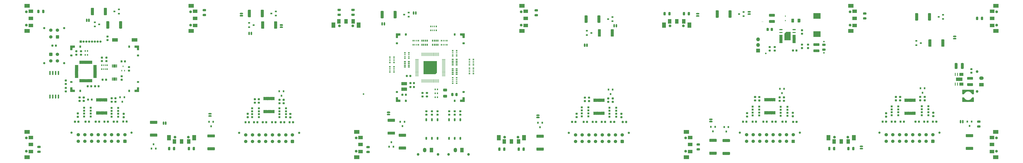
<source format=gbr>
%TF.GenerationSoftware,KiCad,Pcbnew,5.1.9*%
%TF.CreationDate,2021-03-05T10:38:49+01:00*%
%TF.ProjectId,CellsBoard,43656c6c-7342-46f6-9172-642e6b696361,rev?*%
%TF.SameCoordinates,Original*%
%TF.FileFunction,Soldermask,Top*%
%TF.FilePolarity,Negative*%
%FSLAX46Y46*%
G04 Gerber Fmt 4.6, Leading zero omitted, Abs format (unit mm)*
G04 Created by KiCad (PCBNEW 5.1.9) date 2021-03-05 10:38:49*
%MOMM*%
%LPD*%
G01*
G04 APERTURE LIST*
%ADD10O,1.700000X1.700000*%
%ADD11R,1.700000X1.700000*%
%ADD12R,0.900000X0.900000*%
%ADD13R,0.500000X0.800000*%
%ADD14R,0.400000X0.800000*%
%ADD15C,0.150000*%
%ADD16R,0.900000X0.800000*%
%ADD17C,1.250000*%
%ADD18R,1.600000X2.000000*%
%ADD19R,1.800000X2.400000*%
%ADD20R,2.000000X1.600000*%
%ADD21R,2.400000X1.800000*%
%ADD22R,0.250000X1.600000*%
%ADD23R,1.600000X0.250000*%
%ADD24R,0.950000X0.500000*%
%ADD25R,3.200000X2.600000*%
%ADD26O,1.500000X2.000000*%
%ADD27R,1.500000X2.000000*%
%ADD28C,1.200000*%
%ADD29R,0.800000X0.500000*%
%ADD30R,0.800000X0.400000*%
%ADD31R,0.500000X0.950000*%
%ADD32R,0.800000X0.900000*%
%ADD33O,0.200000X0.300000*%
%ADD34R,0.450000X0.600000*%
%ADD35R,0.450000X0.700000*%
%ADD36C,0.700000*%
%ADD37O,1.000000X1.000000*%
%ADD38R,1.000000X1.000000*%
%ADD39R,2.600000X1.500000*%
%ADD40O,2.000000X1.500000*%
%ADD41R,2.000000X1.500000*%
%ADD42C,1.500000*%
%ADD43C,1.000000*%
%ADD44C,1.650000*%
%ADD45R,0.300000X1.400000*%
%ADD46R,2.850000X1.650000*%
%ADD47R,0.450000X1.450000*%
G04 APERTURE END LIST*
D10*
X403021800Y-121945400D03*
X403021800Y-124485400D03*
D11*
X403021800Y-127025400D03*
G36*
G01*
X481588000Y-156230200D02*
X482088000Y-156230200D01*
G75*
G02*
X482313000Y-156455200I0J-225000D01*
G01*
X482313000Y-156905200D01*
G75*
G02*
X482088000Y-157130200I-225000J0D01*
G01*
X481588000Y-157130200D01*
G75*
G02*
X481363000Y-156905200I0J225000D01*
G01*
X481363000Y-156455200D01*
G75*
G02*
X481588000Y-156230200I225000J0D01*
G01*
G37*
G36*
G01*
X481588000Y-154680200D02*
X482088000Y-154680200D01*
G75*
G02*
X482313000Y-154905200I0J-225000D01*
G01*
X482313000Y-155355200D01*
G75*
G02*
X482088000Y-155580200I-225000J0D01*
G01*
X481588000Y-155580200D01*
G75*
G02*
X481363000Y-155355200I0J225000D01*
G01*
X481363000Y-154905200D01*
G75*
G02*
X481588000Y-154680200I225000J0D01*
G01*
G37*
D12*
X413180400Y-153822800D03*
X413180400Y-152482800D03*
X413180400Y-156482800D03*
X413180400Y-155142800D03*
X416180400Y-153822800D03*
X416180400Y-155142800D03*
X416180400Y-152482800D03*
X416180400Y-156482800D03*
G36*
G01*
X333092000Y-159037000D02*
X333092000Y-159537000D01*
G75*
G02*
X332867000Y-159762000I-225000J0D01*
G01*
X332417000Y-159762000D01*
G75*
G02*
X332192000Y-159537000I0J225000D01*
G01*
X332192000Y-159037000D01*
G75*
G02*
X332417000Y-158812000I225000J0D01*
G01*
X332867000Y-158812000D01*
G75*
G02*
X333092000Y-159037000I0J-225000D01*
G01*
G37*
G36*
G01*
X334642000Y-159037000D02*
X334642000Y-159537000D01*
G75*
G02*
X334417000Y-159762000I-225000J0D01*
G01*
X333967000Y-159762000D01*
G75*
G02*
X333742000Y-159537000I0J225000D01*
G01*
X333742000Y-159037000D01*
G75*
G02*
X333967000Y-158812000I225000J0D01*
G01*
X334417000Y-158812000D01*
G75*
G02*
X334642000Y-159037000I0J-225000D01*
G01*
G37*
D13*
X107702500Y-135456500D03*
D14*
X108502500Y-135456500D03*
D13*
X110102500Y-135456500D03*
D14*
X109302500Y-135456500D03*
D13*
X107702500Y-133656500D03*
D14*
X109302500Y-133656500D03*
X108502500Y-133656500D03*
D13*
X110102500Y-133656500D03*
D12*
X326670800Y-155396800D03*
X326670800Y-156736800D03*
X326670800Y-152736800D03*
X326670800Y-154076800D03*
X323670800Y-155396800D03*
X323670800Y-154076800D03*
X323670800Y-156736800D03*
X323670800Y-152736800D03*
X336153500Y-154241500D03*
X336153500Y-152901500D03*
X336153500Y-156901500D03*
X336153500Y-155561500D03*
X339153500Y-154241500D03*
X339153500Y-155561500D03*
X339153500Y-152901500D03*
X339153500Y-156901500D03*
X466116800Y-154939600D03*
X466116800Y-156279600D03*
X466116800Y-152279600D03*
X466116800Y-153619600D03*
X463116800Y-154939600D03*
X463116800Y-153619600D03*
X463116800Y-156279600D03*
X463116800Y-152279600D03*
X476629600Y-153568800D03*
X476629600Y-152228800D03*
X476629600Y-156228800D03*
X476629600Y-154888800D03*
X479629600Y-153568800D03*
X479629600Y-154888800D03*
X479629600Y-152228800D03*
X479629600Y-156228800D03*
X102719000Y-155536500D03*
X102719000Y-156876500D03*
X102719000Y-152876500D03*
X102719000Y-154216500D03*
X99719000Y-155536500D03*
X99719000Y-154216500D03*
X99719000Y-156876500D03*
X99719000Y-152876500D03*
X112101500Y-154280000D03*
X112101500Y-152940000D03*
X112101500Y-156940000D03*
X112101500Y-155600000D03*
X115101500Y-154280000D03*
X115101500Y-155600000D03*
X115101500Y-152940000D03*
X115101500Y-156940000D03*
X178371500Y-155765500D03*
X178371500Y-157105500D03*
X178371500Y-153105500D03*
X178371500Y-154445500D03*
X175371500Y-155765500D03*
X175371500Y-154445500D03*
X175371500Y-157105500D03*
X175371500Y-153105500D03*
X187603000Y-154470500D03*
X187603000Y-153130500D03*
X187603000Y-157130500D03*
X187603000Y-155790500D03*
X190603000Y-154470500D03*
X190603000Y-155790500D03*
X190603000Y-153130500D03*
X190603000Y-157130500D03*
X403531200Y-155041200D03*
X403531200Y-156381200D03*
X403531200Y-152381200D03*
X403531200Y-153721200D03*
X400531200Y-155041200D03*
X400531200Y-153721200D03*
X400531200Y-156381200D03*
X400531200Y-152381200D03*
G36*
G01*
X244220000Y-149250000D02*
X244780000Y-149250000D01*
G75*
G02*
X244900000Y-149370000I0J-120000D01*
G01*
X244900000Y-150130000D01*
G75*
G02*
X244780000Y-150250000I-120000J0D01*
G01*
X244220000Y-150250000D01*
G75*
G02*
X244100000Y-150130000I0J120000D01*
G01*
X244100000Y-149370000D01*
G75*
G02*
X244220000Y-149250000I120000J0D01*
G01*
G37*
G36*
G01*
X266220000Y-149250000D02*
X266780000Y-149250000D01*
G75*
G02*
X266900000Y-149370000I0J-120000D01*
G01*
X266900000Y-150130000D01*
G75*
G02*
X266780000Y-150250000I-120000J0D01*
G01*
X266220000Y-150250000D01*
G75*
G02*
X266100000Y-150130000I0J120000D01*
G01*
X266100000Y-149370000D01*
G75*
G02*
X266220000Y-149250000I120000J0D01*
G01*
G37*
G36*
G01*
X271000000Y-145470000D02*
X271000000Y-146030000D01*
G75*
G02*
X270880000Y-146150000I-120000J0D01*
G01*
X270120000Y-146150000D01*
G75*
G02*
X270000000Y-146030000I0J120000D01*
G01*
X270000000Y-145470000D01*
G75*
G02*
X270120000Y-145350000I120000J0D01*
G01*
X270880000Y-145350000D01*
G75*
G02*
X271000000Y-145470000I0J-120000D01*
G01*
G37*
G36*
G01*
X241000000Y-145470000D02*
X241000000Y-146030000D01*
G75*
G02*
X240880000Y-146150000I-120000J0D01*
G01*
X240120000Y-146150000D01*
G75*
G02*
X240000000Y-146030000I0J120000D01*
G01*
X240000000Y-145470000D01*
G75*
G02*
X240120000Y-145350000I120000J0D01*
G01*
X240880000Y-145350000D01*
G75*
G02*
X241000000Y-145470000I0J-120000D01*
G01*
G37*
G36*
G01*
X241000000Y-123470000D02*
X241000000Y-124030000D01*
G75*
G02*
X240880000Y-124150000I-120000J0D01*
G01*
X240120000Y-124150000D01*
G75*
G02*
X240000000Y-124030000I0J120000D01*
G01*
X240000000Y-123470000D01*
G75*
G02*
X240120000Y-123350000I120000J0D01*
G01*
X240880000Y-123350000D01*
G75*
G02*
X241000000Y-123470000I0J-120000D01*
G01*
G37*
G36*
G01*
X244780000Y-120250000D02*
X244220000Y-120250000D01*
G75*
G02*
X244100000Y-120130000I0J120000D01*
G01*
X244100000Y-119370000D01*
G75*
G02*
X244220000Y-119250000I120000J0D01*
G01*
X244780000Y-119250000D01*
G75*
G02*
X244900000Y-119370000I0J-120000D01*
G01*
X244900000Y-120130000D01*
G75*
G02*
X244780000Y-120250000I-120000J0D01*
G01*
G37*
G36*
G01*
X266780000Y-120250000D02*
X266220000Y-120250000D01*
G75*
G02*
X266100000Y-120130000I0J120000D01*
G01*
X266100000Y-119370000D01*
G75*
G02*
X266220000Y-119250000I120000J0D01*
G01*
X266780000Y-119250000D01*
G75*
G02*
X266900000Y-119370000I0J-120000D01*
G01*
X266900000Y-120130000D01*
G75*
G02*
X266780000Y-120250000I-120000J0D01*
G01*
G37*
G36*
G01*
X270000000Y-124030000D02*
X270000000Y-123470000D01*
G75*
G02*
X270120000Y-123350000I120000J0D01*
G01*
X270880000Y-123350000D01*
G75*
G02*
X271000000Y-123470000I0J-120000D01*
G01*
X271000000Y-124030000D01*
G75*
G02*
X270880000Y-124150000I-120000J0D01*
G01*
X270120000Y-124150000D01*
G75*
G02*
X270000000Y-124030000I0J120000D01*
G01*
G37*
D15*
G36*
X242019509Y-119251921D02*
G01*
X242038268Y-119257612D01*
X242055557Y-119266853D01*
X242070711Y-119279289D01*
X242083147Y-119294443D01*
X242092388Y-119311732D01*
X242098079Y-119330491D01*
X242100000Y-119350000D01*
X242100000Y-120150000D01*
X242098079Y-120169509D01*
X242092388Y-120188268D01*
X242083147Y-120205557D01*
X242070711Y-120220711D01*
X242055557Y-120233147D01*
X242038268Y-120242388D01*
X242019509Y-120248079D01*
X242000000Y-120250000D01*
X241201422Y-120250000D01*
X241000000Y-120451422D01*
X241000000Y-121250000D01*
X240998079Y-121269509D01*
X240992388Y-121288268D01*
X240983147Y-121305557D01*
X240970711Y-121320711D01*
X240955557Y-121333147D01*
X240938268Y-121342388D01*
X240919509Y-121348079D01*
X240900000Y-121350000D01*
X240100000Y-121350000D01*
X240080491Y-121348079D01*
X240061732Y-121342388D01*
X240044443Y-121333147D01*
X240029289Y-121320711D01*
X240016853Y-121305557D01*
X240007612Y-121288268D01*
X240001921Y-121269509D01*
X240000000Y-121250000D01*
X240000000Y-119350000D01*
X240001921Y-119330491D01*
X240007612Y-119311732D01*
X240016853Y-119294443D01*
X240029289Y-119279289D01*
X240044443Y-119266853D01*
X240061732Y-119257612D01*
X240080491Y-119251921D01*
X240100000Y-119250000D01*
X242000000Y-119250000D01*
X242019509Y-119251921D01*
G37*
G36*
X240001921Y-148230491D02*
G01*
X240007612Y-148211732D01*
X240016853Y-148194443D01*
X240029289Y-148179289D01*
X240044443Y-148166853D01*
X240061732Y-148157612D01*
X240080491Y-148151921D01*
X240100000Y-148150000D01*
X240900000Y-148150000D01*
X240919509Y-148151921D01*
X240938268Y-148157612D01*
X240955557Y-148166853D01*
X240970711Y-148179289D01*
X240983147Y-148194443D01*
X240992388Y-148211732D01*
X240998079Y-148230491D01*
X241000000Y-148250000D01*
X241000000Y-149048578D01*
X241201422Y-149250000D01*
X242000000Y-149250000D01*
X242019509Y-149251921D01*
X242038268Y-149257612D01*
X242055557Y-149266853D01*
X242070711Y-149279289D01*
X242083147Y-149294443D01*
X242092388Y-149311732D01*
X242098079Y-149330491D01*
X242100000Y-149350000D01*
X242100000Y-150150000D01*
X242098079Y-150169509D01*
X242092388Y-150188268D01*
X242083147Y-150205557D01*
X242070711Y-150220711D01*
X242055557Y-150233147D01*
X242038268Y-150242388D01*
X242019509Y-150248079D01*
X242000000Y-150250000D01*
X240100000Y-150250000D01*
X240080491Y-150248079D01*
X240061732Y-150242388D01*
X240044443Y-150233147D01*
X240029289Y-150220711D01*
X240016853Y-150205557D01*
X240007612Y-150188268D01*
X240001921Y-150169509D01*
X240000000Y-150150000D01*
X240000000Y-148250000D01*
X240001921Y-148230491D01*
G37*
G36*
X268980491Y-150248079D02*
G01*
X268961732Y-150242388D01*
X268944443Y-150233147D01*
X268929289Y-150220711D01*
X268916853Y-150205557D01*
X268907612Y-150188268D01*
X268901921Y-150169509D01*
X268900000Y-150150000D01*
X268900000Y-149350000D01*
X268901921Y-149330491D01*
X268907612Y-149311732D01*
X268916853Y-149294443D01*
X268929289Y-149279289D01*
X268944443Y-149266853D01*
X268961732Y-149257612D01*
X268980491Y-149251921D01*
X269000000Y-149250000D01*
X269798578Y-149250000D01*
X270000000Y-149048578D01*
X270000000Y-148250000D01*
X270001921Y-148230491D01*
X270007612Y-148211732D01*
X270016853Y-148194443D01*
X270029289Y-148179289D01*
X270044443Y-148166853D01*
X270061732Y-148157612D01*
X270080491Y-148151921D01*
X270100000Y-148150000D01*
X270900000Y-148150000D01*
X270919509Y-148151921D01*
X270938268Y-148157612D01*
X270955557Y-148166853D01*
X270970711Y-148179289D01*
X270983147Y-148194443D01*
X270992388Y-148211732D01*
X270998079Y-148230491D01*
X271000000Y-148250000D01*
X271000000Y-150150000D01*
X270998079Y-150169509D01*
X270992388Y-150188268D01*
X270983147Y-150205557D01*
X270970711Y-150220711D01*
X270955557Y-150233147D01*
X270938268Y-150242388D01*
X270919509Y-150248079D01*
X270900000Y-150250000D01*
X269000000Y-150250000D01*
X268980491Y-150248079D01*
G37*
G36*
X270998079Y-121269509D02*
G01*
X270992388Y-121288268D01*
X270983147Y-121305557D01*
X270970711Y-121320711D01*
X270955557Y-121333147D01*
X270938268Y-121342388D01*
X270919509Y-121348079D01*
X270900000Y-121350000D01*
X270100000Y-121350000D01*
X270080491Y-121348079D01*
X270061732Y-121342388D01*
X270044443Y-121333147D01*
X270029289Y-121320711D01*
X270016853Y-121305557D01*
X270007612Y-121288268D01*
X270001921Y-121269509D01*
X270000000Y-121250000D01*
X270000000Y-120451422D01*
X269798578Y-120250000D01*
X269000000Y-120250000D01*
X268980491Y-120248079D01*
X268961732Y-120242388D01*
X268944443Y-120233147D01*
X268929289Y-120220711D01*
X268916853Y-120205557D01*
X268907612Y-120188268D01*
X268901921Y-120169509D01*
X268900000Y-120150000D01*
X268900000Y-119350000D01*
X268901921Y-119330491D01*
X268907612Y-119311732D01*
X268916853Y-119294443D01*
X268929289Y-119279289D01*
X268944443Y-119266853D01*
X268961732Y-119257612D01*
X268980491Y-119251921D01*
X269000000Y-119250000D01*
X270900000Y-119250000D01*
X270919509Y-119251921D01*
X270938268Y-119257612D01*
X270955557Y-119266853D01*
X270970711Y-119279289D01*
X270983147Y-119294443D01*
X270992388Y-119311732D01*
X270998079Y-119330491D01*
X271000000Y-119350000D01*
X271000000Y-121250000D01*
X270998079Y-121269509D01*
G37*
D16*
X106524000Y-115192000D03*
X104524000Y-116142000D03*
X104524000Y-114242000D03*
D17*
X443400000Y-166150000D03*
D18*
X443600000Y-168150000D03*
D19*
X446100000Y-166450000D03*
D17*
X437400000Y-166150000D03*
D18*
X437200000Y-168150000D03*
X440400000Y-168150000D03*
D19*
X434700000Y-166450000D03*
D17*
X363400000Y-115850000D03*
D18*
X369600000Y-113850000D03*
D17*
X369400000Y-115850000D03*
D18*
X363200000Y-113850000D03*
D19*
X360700000Y-115550000D03*
D18*
X366400000Y-113850000D03*
D19*
X372100000Y-115550000D03*
D17*
X295000000Y-166150000D03*
D18*
X295200000Y-168150000D03*
D19*
X297700000Y-166450000D03*
D17*
X289000000Y-166150000D03*
D18*
X288800000Y-168150000D03*
X292000000Y-168150000D03*
D19*
X286300000Y-166450000D03*
D17*
X214600000Y-115850000D03*
D18*
X214400000Y-113850000D03*
D19*
X211900000Y-115550000D03*
D17*
X220600000Y-115850000D03*
D18*
X220800000Y-113850000D03*
X217600000Y-113850000D03*
D19*
X223300000Y-115550000D03*
D17*
X510250000Y-166500000D03*
D20*
X508250000Y-172700000D03*
D21*
X509950000Y-175200000D03*
D20*
X508250000Y-166300000D03*
X508250000Y-169500000D03*
D17*
X510250000Y-172500000D03*
D21*
X509950000Y-163800000D03*
D17*
X370450000Y-172500000D03*
D21*
X370750000Y-175200000D03*
D20*
X372450000Y-169500000D03*
X372450000Y-166300000D03*
X372450000Y-172700000D03*
D21*
X370750000Y-163800000D03*
D17*
X370450000Y-166500000D03*
D20*
X224150000Y-166300000D03*
X224150000Y-172700000D03*
X224150000Y-169500000D03*
D21*
X222450000Y-163800000D03*
D17*
X222150000Y-166500000D03*
D21*
X222450000Y-175200000D03*
D17*
X222150000Y-172500000D03*
D21*
X510050000Y-106800000D03*
D20*
X508350000Y-115700000D03*
D17*
X510350000Y-115500000D03*
D20*
X508350000Y-112500000D03*
D17*
X510350000Y-109500000D03*
D20*
X508350000Y-109300000D03*
D21*
X510050000Y-118200000D03*
D17*
X444450000Y-109500000D03*
D20*
X446450000Y-112500000D03*
X446450000Y-115700000D03*
D21*
X444750000Y-118200000D03*
X444750000Y-106800000D03*
D17*
X444450000Y-115500000D03*
D20*
X446450000Y-109300000D03*
D21*
X296750000Y-106800000D03*
D17*
X296450000Y-115500000D03*
D21*
X296750000Y-118200000D03*
D20*
X298450000Y-109300000D03*
D17*
X296450000Y-109500000D03*
D20*
X298450000Y-112500000D03*
X298450000Y-115700000D03*
X149650000Y-109300000D03*
X149650000Y-115700000D03*
X149650000Y-112500000D03*
D21*
X147950000Y-106800000D03*
D17*
X147650000Y-109500000D03*
D21*
X147950000Y-118200000D03*
D17*
X147650000Y-115500000D03*
D20*
X75750000Y-109300000D03*
D21*
X74050000Y-106800000D03*
D17*
X73750000Y-115500000D03*
D20*
X75750000Y-112500000D03*
D17*
X73750000Y-109500000D03*
D21*
X74050000Y-118200000D03*
D20*
X75750000Y-115700000D03*
D19*
X137900000Y-166450000D03*
D18*
X143600000Y-168150000D03*
D17*
X146600000Y-166150000D03*
X140600000Y-166150000D03*
D18*
X146800000Y-168150000D03*
X140400000Y-168150000D03*
D19*
X149300000Y-166450000D03*
D20*
X75750000Y-166300000D03*
X75750000Y-172700000D03*
X75750000Y-169500000D03*
D21*
X74050000Y-163800000D03*
X74050000Y-175200000D03*
D17*
X73750000Y-166500000D03*
X73750000Y-172500000D03*
G36*
G01*
X437750000Y-170852000D02*
X437750000Y-171852000D01*
G75*
G02*
X437500000Y-172102000I-250000J0D01*
G01*
X437000000Y-172102000D01*
G75*
G02*
X436750000Y-171852000I0J250000D01*
G01*
X436750000Y-170852000D01*
G75*
G02*
X437000000Y-170602000I250000J0D01*
G01*
X437500000Y-170602000D01*
G75*
G02*
X437750000Y-170852000I0J-250000D01*
G01*
G37*
G36*
G01*
X435550000Y-170852000D02*
X435550000Y-171852000D01*
G75*
G02*
X435300000Y-172102000I-250000J0D01*
G01*
X434800000Y-172102000D01*
G75*
G02*
X434550000Y-171852000I0J250000D01*
G01*
X434550000Y-170852000D01*
G75*
G02*
X434800000Y-170602000I250000J0D01*
G01*
X435300000Y-170602000D01*
G75*
G02*
X435550000Y-170852000I0J-250000D01*
G01*
G37*
G36*
G01*
X433117000Y-127125500D02*
X432117000Y-127125500D01*
G75*
G02*
X431867000Y-126875500I0J250000D01*
G01*
X431867000Y-126375500D01*
G75*
G02*
X432117000Y-126125500I250000J0D01*
G01*
X433117000Y-126125500D01*
G75*
G02*
X433367000Y-126375500I0J-250000D01*
G01*
X433367000Y-126875500D01*
G75*
G02*
X433117000Y-127125500I-250000J0D01*
G01*
G37*
G36*
G01*
X433117000Y-124925500D02*
X432117000Y-124925500D01*
G75*
G02*
X431867000Y-124675500I0J250000D01*
G01*
X431867000Y-124175500D01*
G75*
G02*
X432117000Y-123925500I250000J0D01*
G01*
X433117000Y-123925500D01*
G75*
G02*
X433367000Y-124175500I0J-250000D01*
G01*
X433367000Y-124675500D01*
G75*
G02*
X433117000Y-124925500I-250000J0D01*
G01*
G37*
G36*
G01*
X79930000Y-173290000D02*
X78930000Y-173290000D01*
G75*
G02*
X78680000Y-173040000I0J250000D01*
G01*
X78680000Y-172540000D01*
G75*
G02*
X78930000Y-172290000I250000J0D01*
G01*
X79930000Y-172290000D01*
G75*
G02*
X80180000Y-172540000I0J-250000D01*
G01*
X80180000Y-173040000D01*
G75*
G02*
X79930000Y-173290000I-250000J0D01*
G01*
G37*
G36*
G01*
X79930000Y-171090000D02*
X78930000Y-171090000D01*
G75*
G02*
X78680000Y-170840000I0J250000D01*
G01*
X78680000Y-170340000D01*
G75*
G02*
X78930000Y-170090000I250000J0D01*
G01*
X79930000Y-170090000D01*
G75*
G02*
X80180000Y-170340000I0J-250000D01*
G01*
X80180000Y-170840000D01*
G75*
G02*
X79930000Y-171090000I-250000J0D01*
G01*
G37*
D22*
X251750000Y-128750000D03*
X252250000Y-128750000D03*
X252750000Y-128750000D03*
X253250000Y-128750000D03*
X253750000Y-128750000D03*
X254250000Y-128750000D03*
X254750000Y-128750000D03*
X255250000Y-128750000D03*
X255750000Y-128750000D03*
X256250000Y-128750000D03*
X256750000Y-128750000D03*
X257250000Y-128750000D03*
X257750000Y-128750000D03*
X258250000Y-128750000D03*
X258750000Y-128750000D03*
X259250000Y-140750000D03*
X258750000Y-140750000D03*
X258250000Y-140750000D03*
X257750000Y-140750000D03*
X257250000Y-140750000D03*
X256750000Y-140750000D03*
X256250000Y-140750000D03*
X255750000Y-140750000D03*
X255250000Y-140750000D03*
X254750000Y-140750000D03*
X254250000Y-140750000D03*
X253750000Y-140750000D03*
X253250000Y-140750000D03*
X252750000Y-140750000D03*
X252250000Y-140750000D03*
D23*
X249500000Y-138500000D03*
X249500000Y-138000000D03*
X249500000Y-137500000D03*
X249500000Y-137000000D03*
X249500000Y-136500000D03*
X249500000Y-136000000D03*
X249500000Y-135500000D03*
X249500000Y-135000000D03*
X249500000Y-134500000D03*
X249500000Y-134000000D03*
X249500000Y-133500000D03*
X249500000Y-133000000D03*
X249500000Y-132500000D03*
X249500000Y-132000000D03*
X249500000Y-131500000D03*
D15*
G36*
X252555368Y-137743559D02*
G01*
X252541299Y-137739291D01*
X252528332Y-137732360D01*
X252516967Y-137723033D01*
X252507640Y-137711668D01*
X252500709Y-137698701D01*
X252496441Y-137684632D01*
X252495000Y-137669872D01*
X252505000Y-131829872D01*
X252506466Y-131815242D01*
X252510758Y-131801180D01*
X252517711Y-131788226D01*
X252527058Y-131776876D01*
X252538439Y-131767569D01*
X252551417Y-131760660D01*
X252565494Y-131756416D01*
X252580000Y-131755000D01*
X258420000Y-131755000D01*
X258434632Y-131756441D01*
X258448701Y-131760709D01*
X258461668Y-131767640D01*
X258473033Y-131776967D01*
X258482360Y-131788332D01*
X258489291Y-131801299D01*
X258493559Y-131815368D01*
X258495000Y-131830000D01*
X258495000Y-136970000D01*
X258493559Y-136984632D01*
X258489291Y-136998701D01*
X258482360Y-137011668D01*
X258473033Y-137023033D01*
X257773033Y-137723033D01*
X257761668Y-137732360D01*
X257748701Y-137739291D01*
X257734632Y-137743559D01*
X257720000Y-137745000D01*
X252570000Y-137745000D01*
X252555368Y-137743559D01*
G37*
D23*
X261500000Y-138500000D03*
D22*
X259250000Y-128750000D03*
X251750000Y-140750000D03*
D23*
X261500000Y-138000000D03*
X261500000Y-137500000D03*
X261500000Y-137000000D03*
X261500000Y-136500000D03*
X261500000Y-136000000D03*
X261500000Y-135500000D03*
X261500000Y-135000000D03*
X261500000Y-134500000D03*
X261500000Y-134000000D03*
X261500000Y-133500000D03*
X261500000Y-133000000D03*
X261500000Y-132500000D03*
X261500000Y-132000000D03*
X261500000Y-131500000D03*
X261500000Y-131000000D03*
X249500000Y-131000000D03*
D24*
X265600000Y-131050000D03*
X265600000Y-131850000D03*
X265600000Y-132650000D03*
X265600000Y-133450000D03*
X267400000Y-133450000D03*
X267400000Y-132650000D03*
X267400000Y-131850000D03*
X267400000Y-131050000D03*
D25*
X429500000Y-119600000D03*
X429500000Y-111400000D03*
G36*
G01*
X108007250Y-130654000D02*
X107494750Y-130654000D01*
G75*
G02*
X107276000Y-130435250I0J218750D01*
G01*
X107276000Y-129997750D01*
G75*
G02*
X107494750Y-129779000I218750J0D01*
G01*
X108007250Y-129779000D01*
G75*
G02*
X108226000Y-129997750I0J-218750D01*
G01*
X108226000Y-130435250D01*
G75*
G02*
X108007250Y-130654000I-218750J0D01*
G01*
G37*
G36*
G01*
X108007250Y-132229000D02*
X107494750Y-132229000D01*
G75*
G02*
X107276000Y-132010250I0J218750D01*
G01*
X107276000Y-131572750D01*
G75*
G02*
X107494750Y-131354000I218750J0D01*
G01*
X108007250Y-131354000D01*
G75*
G02*
X108226000Y-131572750I0J-218750D01*
G01*
X108226000Y-132010250D01*
G75*
G02*
X108007250Y-132229000I-218750J0D01*
G01*
G37*
D26*
X253000000Y-172000000D03*
D27*
X256000000Y-172000000D03*
D28*
X250000000Y-173960000D03*
X259000000Y-173960000D03*
D26*
X266750000Y-172000000D03*
D27*
X269750000Y-172000000D03*
D28*
X263750000Y-173960000D03*
X272750000Y-173960000D03*
G36*
G01*
X332271000Y-117642999D02*
X332271000Y-120493001D01*
G75*
G02*
X332021001Y-120743000I-249999J0D01*
G01*
X331170999Y-120743000D01*
G75*
G02*
X330921000Y-120493001I0J249999D01*
G01*
X330921000Y-117642999D01*
G75*
G02*
X331170999Y-117393000I249999J0D01*
G01*
X332021001Y-117393000D01*
G75*
G02*
X332271000Y-117642999I0J-249999D01*
G01*
G37*
G36*
G01*
X338071000Y-117642999D02*
X338071000Y-120493001D01*
G75*
G02*
X337821001Y-120743000I-249999J0D01*
G01*
X336970999Y-120743000D01*
G75*
G02*
X336721000Y-120493001I0J249999D01*
G01*
X336721000Y-117642999D01*
G75*
G02*
X336970999Y-117393000I249999J0D01*
G01*
X337821001Y-117393000D01*
G75*
G02*
X338071000Y-117642999I0J-249999D01*
G01*
G37*
G36*
G01*
X245400000Y-138243750D02*
X245400000Y-138756250D01*
G75*
G02*
X245181250Y-138975000I-218750J0D01*
G01*
X244743750Y-138975000D01*
G75*
G02*
X244525000Y-138756250I0J218750D01*
G01*
X244525000Y-138243750D01*
G75*
G02*
X244743750Y-138025000I218750J0D01*
G01*
X245181250Y-138025000D01*
G75*
G02*
X245400000Y-138243750I0J-218750D01*
G01*
G37*
G36*
G01*
X246975000Y-138243750D02*
X246975000Y-138756250D01*
G75*
G02*
X246756250Y-138975000I-218750J0D01*
G01*
X246318750Y-138975000D01*
G75*
G02*
X246100000Y-138756250I0J218750D01*
G01*
X246100000Y-138243750D01*
G75*
G02*
X246318750Y-138025000I218750J0D01*
G01*
X246756250Y-138025000D01*
G75*
G02*
X246975000Y-138243750I0J-218750D01*
G01*
G37*
D29*
X237350000Y-130050000D03*
D30*
X237350000Y-130850000D03*
D29*
X237350000Y-132450000D03*
D30*
X237350000Y-131650000D03*
D29*
X239150000Y-130050000D03*
D30*
X239150000Y-131650000D03*
X239150000Y-130850000D03*
D29*
X239150000Y-132450000D03*
X237350000Y-134300000D03*
D30*
X237350000Y-135100000D03*
D29*
X237350000Y-136700000D03*
D30*
X237350000Y-135900000D03*
D29*
X239150000Y-134300000D03*
D30*
X239150000Y-135900000D03*
X239150000Y-135100000D03*
D29*
X239150000Y-136700000D03*
G36*
G01*
X91243750Y-141704500D02*
X91756250Y-141704500D01*
G75*
G02*
X91975000Y-141923250I0J-218750D01*
G01*
X91975000Y-142360750D01*
G75*
G02*
X91756250Y-142579500I-218750J0D01*
G01*
X91243750Y-142579500D01*
G75*
G02*
X91025000Y-142360750I0J218750D01*
G01*
X91025000Y-141923250D01*
G75*
G02*
X91243750Y-141704500I218750J0D01*
G01*
G37*
G36*
G01*
X91243750Y-140129500D02*
X91756250Y-140129500D01*
G75*
G02*
X91975000Y-140348250I0J-218750D01*
G01*
X91975000Y-140785750D01*
G75*
G02*
X91756250Y-141004500I-218750J0D01*
G01*
X91243750Y-141004500D01*
G75*
G02*
X91025000Y-140785750I0J218750D01*
G01*
X91025000Y-140348250D01*
G75*
G02*
X91243750Y-140129500I218750J0D01*
G01*
G37*
G36*
G01*
X91756250Y-144357500D02*
X91243750Y-144357500D01*
G75*
G02*
X91025000Y-144138750I0J218750D01*
G01*
X91025000Y-143701250D01*
G75*
G02*
X91243750Y-143482500I218750J0D01*
G01*
X91756250Y-143482500D01*
G75*
G02*
X91975000Y-143701250I0J-218750D01*
G01*
X91975000Y-144138750D01*
G75*
G02*
X91756250Y-144357500I-218750J0D01*
G01*
G37*
G36*
G01*
X91756250Y-145932500D02*
X91243750Y-145932500D01*
G75*
G02*
X91025000Y-145713750I0J218750D01*
G01*
X91025000Y-145276250D01*
G75*
G02*
X91243750Y-145057500I218750J0D01*
G01*
X91756250Y-145057500D01*
G75*
G02*
X91975000Y-145276250I0J-218750D01*
G01*
X91975000Y-145713750D01*
G75*
G02*
X91756250Y-145932500I-218750J0D01*
G01*
G37*
X244100000Y-128050000D03*
D30*
X244100000Y-128850000D03*
D29*
X244100000Y-130450000D03*
D30*
X244100000Y-129650000D03*
D29*
X245900000Y-128050000D03*
D30*
X245900000Y-129650000D03*
X245900000Y-128850000D03*
D29*
X245900000Y-130450000D03*
D13*
X250200000Y-122600000D03*
D14*
X249400000Y-122600000D03*
D13*
X247800000Y-122600000D03*
D14*
X248600000Y-122600000D03*
D13*
X250200000Y-124400000D03*
D14*
X248600000Y-124400000D03*
X249400000Y-124400000D03*
D13*
X247800000Y-124400000D03*
X262950000Y-122600000D03*
D14*
X262150000Y-122600000D03*
D13*
X260550000Y-122600000D03*
D14*
X261350000Y-122600000D03*
D13*
X262950000Y-124400000D03*
D14*
X261350000Y-124400000D03*
X262150000Y-124400000D03*
D13*
X260550000Y-124400000D03*
D29*
X267400000Y-129450000D03*
D30*
X267400000Y-128650000D03*
D29*
X267400000Y-127050000D03*
D30*
X267400000Y-127850000D03*
D29*
X265600000Y-129450000D03*
D30*
X265600000Y-127850000D03*
X265600000Y-128650000D03*
D29*
X265600000Y-127050000D03*
G36*
G01*
X110039250Y-130679500D02*
X109526750Y-130679500D01*
G75*
G02*
X109308000Y-130460750I0J218750D01*
G01*
X109308000Y-130023250D01*
G75*
G02*
X109526750Y-129804500I218750J0D01*
G01*
X110039250Y-129804500D01*
G75*
G02*
X110258000Y-130023250I0J-218750D01*
G01*
X110258000Y-130460750D01*
G75*
G02*
X110039250Y-130679500I-218750J0D01*
G01*
G37*
G36*
G01*
X110039250Y-132254500D02*
X109526750Y-132254500D01*
G75*
G02*
X109308000Y-132035750I0J218750D01*
G01*
X109308000Y-131598250D01*
G75*
G02*
X109526750Y-131379500I218750J0D01*
G01*
X110039250Y-131379500D01*
G75*
G02*
X110258000Y-131598250I0J-218750D01*
G01*
X110258000Y-132035750D01*
G75*
G02*
X110039250Y-132254500I-218750J0D01*
G01*
G37*
D31*
X251800000Y-124400000D03*
X252600000Y-124400000D03*
X253400000Y-124400000D03*
X254200000Y-124400000D03*
X254200000Y-122600000D03*
X253400000Y-122600000D03*
X252600000Y-122600000D03*
X251800000Y-122600000D03*
X256550000Y-124400000D03*
X257350000Y-124400000D03*
X258150000Y-124400000D03*
X258950000Y-124400000D03*
X258950000Y-122600000D03*
X258150000Y-122600000D03*
X257350000Y-122600000D03*
X256550000Y-122600000D03*
D24*
X265600000Y-135355500D03*
X265600000Y-136155500D03*
X265600000Y-136955500D03*
X265600000Y-137755500D03*
X267400000Y-137755500D03*
X267400000Y-136955500D03*
X267400000Y-136155500D03*
X267400000Y-135355500D03*
G36*
G01*
X410325000Y-111725000D02*
X408175000Y-111725000D01*
G75*
G02*
X407925000Y-111475000I0J250000D01*
G01*
X407925000Y-110725000D01*
G75*
G02*
X408175000Y-110475000I250000J0D01*
G01*
X410325000Y-110475000D01*
G75*
G02*
X410575000Y-110725000I0J-250000D01*
G01*
X410575000Y-111475000D01*
G75*
G02*
X410325000Y-111725000I-250000J0D01*
G01*
G37*
G36*
G01*
X410325000Y-114525000D02*
X408175000Y-114525000D01*
G75*
G02*
X407925000Y-114275000I0J250000D01*
G01*
X407925000Y-113525000D01*
G75*
G02*
X408175000Y-113275000I250000J0D01*
G01*
X410325000Y-113275000D01*
G75*
G02*
X410575000Y-113525000I0J-250000D01*
G01*
X410575000Y-114275000D01*
G75*
G02*
X410325000Y-114525000I-250000J0D01*
G01*
G37*
D29*
X267400000Y-141755500D03*
D30*
X267400000Y-140955500D03*
D29*
X267400000Y-139355500D03*
D30*
X267400000Y-140155500D03*
D29*
X265600000Y-141755500D03*
D30*
X265600000Y-140155500D03*
X265600000Y-140955500D03*
D29*
X265600000Y-139355500D03*
X274900000Y-137450000D03*
D30*
X274900000Y-136650000D03*
D29*
X274900000Y-135050000D03*
D30*
X274900000Y-135850000D03*
D29*
X273100000Y-137450000D03*
D30*
X273100000Y-135850000D03*
X273100000Y-136650000D03*
D29*
X273100000Y-135050000D03*
X274900000Y-133450000D03*
D30*
X274900000Y-132650000D03*
D29*
X274900000Y-131050000D03*
D30*
X274900000Y-131850000D03*
D29*
X273100000Y-133450000D03*
D30*
X273100000Y-131850000D03*
X273100000Y-132650000D03*
D29*
X273100000Y-131050000D03*
D13*
X258200000Y-116100000D03*
D14*
X257400000Y-116100000D03*
D13*
X255800000Y-116100000D03*
D14*
X256600000Y-116100000D03*
D13*
X258200000Y-117900000D03*
D14*
X256600000Y-117900000D03*
X257400000Y-117900000D03*
D13*
X255800000Y-117900000D03*
G36*
G01*
X502840000Y-161860000D02*
X501840000Y-161860000D01*
G75*
G02*
X501590000Y-161610000I0J250000D01*
G01*
X501590000Y-161110000D01*
G75*
G02*
X501840000Y-160860000I250000J0D01*
G01*
X502840000Y-160860000D01*
G75*
G02*
X503090000Y-161110000I0J-250000D01*
G01*
X503090000Y-161610000D01*
G75*
G02*
X502840000Y-161860000I-250000J0D01*
G01*
G37*
G36*
G01*
X502840000Y-159660000D02*
X501840000Y-159660000D01*
G75*
G02*
X501590000Y-159410000I0J250000D01*
G01*
X501590000Y-158910000D01*
G75*
G02*
X501840000Y-158660000I250000J0D01*
G01*
X502840000Y-158660000D01*
G75*
G02*
X503090000Y-158910000I0J-250000D01*
G01*
X503090000Y-159410000D01*
G75*
G02*
X502840000Y-159660000I-250000J0D01*
G01*
G37*
G36*
G01*
X443166000Y-171852000D02*
X443166000Y-170852000D01*
G75*
G02*
X443416000Y-170602000I250000J0D01*
G01*
X443916000Y-170602000D01*
G75*
G02*
X444166000Y-170852000I0J-250000D01*
G01*
X444166000Y-171852000D01*
G75*
G02*
X443916000Y-172102000I-250000J0D01*
G01*
X443416000Y-172102000D01*
G75*
G02*
X443166000Y-171852000I0J250000D01*
G01*
G37*
G36*
G01*
X445366000Y-171852000D02*
X445366000Y-170852000D01*
G75*
G02*
X445616000Y-170602000I250000J0D01*
G01*
X446116000Y-170602000D01*
G75*
G02*
X446366000Y-170852000I0J-250000D01*
G01*
X446366000Y-171852000D01*
G75*
G02*
X446116000Y-172102000I-250000J0D01*
G01*
X445616000Y-172102000D01*
G75*
G02*
X445366000Y-171852000I0J250000D01*
G01*
G37*
G36*
G01*
X504278000Y-112000000D02*
X504278000Y-113000000D01*
G75*
G02*
X504028000Y-113250000I-250000J0D01*
G01*
X503528000Y-113250000D01*
G75*
G02*
X503278000Y-113000000I0J250000D01*
G01*
X503278000Y-112000000D01*
G75*
G02*
X503528000Y-111750000I250000J0D01*
G01*
X504028000Y-111750000D01*
G75*
G02*
X504278000Y-112000000I0J-250000D01*
G01*
G37*
G36*
G01*
X502078000Y-112000000D02*
X502078000Y-113000000D01*
G75*
G02*
X501828000Y-113250000I-250000J0D01*
G01*
X501328000Y-113250000D01*
G75*
G02*
X501078000Y-113000000I0J250000D01*
G01*
X501078000Y-112000000D01*
G75*
G02*
X501328000Y-111750000I250000J0D01*
G01*
X501828000Y-111750000D01*
G75*
G02*
X502078000Y-112000000I0J-250000D01*
G01*
G37*
G36*
G01*
X451500000Y-113008000D02*
X450500000Y-113008000D01*
G75*
G02*
X450250000Y-112758000I0J250000D01*
G01*
X450250000Y-112258000D01*
G75*
G02*
X450500000Y-112008000I250000J0D01*
G01*
X451500000Y-112008000D01*
G75*
G02*
X451750000Y-112258000I0J-250000D01*
G01*
X451750000Y-112758000D01*
G75*
G02*
X451500000Y-113008000I-250000J0D01*
G01*
G37*
G36*
G01*
X451500000Y-110808000D02*
X450500000Y-110808000D01*
G75*
G02*
X450250000Y-110558000I0J250000D01*
G01*
X450250000Y-110058000D01*
G75*
G02*
X450500000Y-109808000I250000J0D01*
G01*
X451500000Y-109808000D01*
G75*
G02*
X451750000Y-110058000I0J-250000D01*
G01*
X451750000Y-110558000D01*
G75*
G02*
X451500000Y-110808000I-250000J0D01*
G01*
G37*
G36*
G01*
X369168000Y-110892000D02*
X369168000Y-109892000D01*
G75*
G02*
X369418000Y-109642000I250000J0D01*
G01*
X369918000Y-109642000D01*
G75*
G02*
X370168000Y-109892000I0J-250000D01*
G01*
X370168000Y-110892000D01*
G75*
G02*
X369918000Y-111142000I-250000J0D01*
G01*
X369418000Y-111142000D01*
G75*
G02*
X369168000Y-110892000I0J250000D01*
G01*
G37*
G36*
G01*
X371368000Y-110892000D02*
X371368000Y-109892000D01*
G75*
G02*
X371618000Y-109642000I250000J0D01*
G01*
X372118000Y-109642000D01*
G75*
G02*
X372368000Y-109892000I0J-250000D01*
G01*
X372368000Y-110892000D01*
G75*
G02*
X372118000Y-111142000I-250000J0D01*
G01*
X371618000Y-111142000D01*
G75*
G02*
X371368000Y-110892000I0J250000D01*
G01*
G37*
G36*
G01*
X375602000Y-168990000D02*
X376602000Y-168990000D01*
G75*
G02*
X376852000Y-169240000I0J-250000D01*
G01*
X376852000Y-169740000D01*
G75*
G02*
X376602000Y-169990000I-250000J0D01*
G01*
X375602000Y-169990000D01*
G75*
G02*
X375352000Y-169740000I0J250000D01*
G01*
X375352000Y-169240000D01*
G75*
G02*
X375602000Y-168990000I250000J0D01*
G01*
G37*
G36*
G01*
X375602000Y-171190000D02*
X376602000Y-171190000D01*
G75*
G02*
X376852000Y-171440000I0J-250000D01*
G01*
X376852000Y-171940000D01*
G75*
G02*
X376602000Y-172190000I-250000J0D01*
G01*
X375602000Y-172190000D01*
G75*
G02*
X375352000Y-171940000I0J250000D01*
G01*
X375352000Y-171440000D01*
G75*
G02*
X375602000Y-171190000I250000J0D01*
G01*
G37*
G36*
G01*
X294830000Y-172106000D02*
X294830000Y-171106000D01*
G75*
G02*
X295080000Y-170856000I250000J0D01*
G01*
X295580000Y-170856000D01*
G75*
G02*
X295830000Y-171106000I0J-250000D01*
G01*
X295830000Y-172106000D01*
G75*
G02*
X295580000Y-172356000I-250000J0D01*
G01*
X295080000Y-172356000D01*
G75*
G02*
X294830000Y-172106000I0J250000D01*
G01*
G37*
G36*
G01*
X297030000Y-172106000D02*
X297030000Y-171106000D01*
G75*
G02*
X297280000Y-170856000I250000J0D01*
G01*
X297780000Y-170856000D01*
G75*
G02*
X298030000Y-171106000I0J-250000D01*
G01*
X298030000Y-172106000D01*
G75*
G02*
X297780000Y-172356000I-250000J0D01*
G01*
X297280000Y-172356000D01*
G75*
G02*
X297030000Y-172106000I0J250000D01*
G01*
G37*
G36*
G01*
X363648000Y-109892000D02*
X363648000Y-110892000D01*
G75*
G02*
X363398000Y-111142000I-250000J0D01*
G01*
X362898000Y-111142000D01*
G75*
G02*
X362648000Y-110892000I0J250000D01*
G01*
X362648000Y-109892000D01*
G75*
G02*
X362898000Y-109642000I250000J0D01*
G01*
X363398000Y-109642000D01*
G75*
G02*
X363648000Y-109892000I0J-250000D01*
G01*
G37*
G36*
G01*
X361448000Y-109892000D02*
X361448000Y-110892000D01*
G75*
G02*
X361198000Y-111142000I-250000J0D01*
G01*
X360698000Y-111142000D01*
G75*
G02*
X360448000Y-110892000I0J250000D01*
G01*
X360448000Y-109892000D01*
G75*
G02*
X360698000Y-109642000I250000J0D01*
G01*
X361198000Y-109642000D01*
G75*
G02*
X361448000Y-109892000I0J-250000D01*
G01*
G37*
G36*
G01*
X303704000Y-111568000D02*
X302704000Y-111568000D01*
G75*
G02*
X302454000Y-111318000I0J250000D01*
G01*
X302454000Y-110818000D01*
G75*
G02*
X302704000Y-110568000I250000J0D01*
G01*
X303704000Y-110568000D01*
G75*
G02*
X303954000Y-110818000I0J-250000D01*
G01*
X303954000Y-111318000D01*
G75*
G02*
X303704000Y-111568000I-250000J0D01*
G01*
G37*
G36*
G01*
X303704000Y-109368000D02*
X302704000Y-109368000D01*
G75*
G02*
X302454000Y-109118000I0J250000D01*
G01*
X302454000Y-108618000D01*
G75*
G02*
X302704000Y-108368000I250000J0D01*
G01*
X303704000Y-108368000D01*
G75*
G02*
X303954000Y-108618000I0J-250000D01*
G01*
X303954000Y-109118000D01*
G75*
G02*
X303704000Y-109368000I-250000J0D01*
G01*
G37*
G36*
G01*
X221250000Y-111350000D02*
X220250000Y-111350000D01*
G75*
G02*
X220000000Y-111100000I0J250000D01*
G01*
X220000000Y-110600000D01*
G75*
G02*
X220250000Y-110350000I250000J0D01*
G01*
X221250000Y-110350000D01*
G75*
G02*
X221500000Y-110600000I0J-250000D01*
G01*
X221500000Y-111100000D01*
G75*
G02*
X221250000Y-111350000I-250000J0D01*
G01*
G37*
G36*
G01*
X221250000Y-109150000D02*
X220250000Y-109150000D01*
G75*
G02*
X220000000Y-108900000I0J250000D01*
G01*
X220000000Y-108400000D01*
G75*
G02*
X220250000Y-108150000I250000J0D01*
G01*
X221250000Y-108150000D01*
G75*
G02*
X221500000Y-108400000I0J-250000D01*
G01*
X221500000Y-108900000D01*
G75*
G02*
X221250000Y-109150000I-250000J0D01*
G01*
G37*
G36*
G01*
X289310000Y-171106000D02*
X289310000Y-172106000D01*
G75*
G02*
X289060000Y-172356000I-250000J0D01*
G01*
X288560000Y-172356000D01*
G75*
G02*
X288310000Y-172106000I0J250000D01*
G01*
X288310000Y-171106000D01*
G75*
G02*
X288560000Y-170856000I250000J0D01*
G01*
X289060000Y-170856000D01*
G75*
G02*
X289310000Y-171106000I0J-250000D01*
G01*
G37*
G36*
G01*
X287110000Y-171106000D02*
X287110000Y-172106000D01*
G75*
G02*
X286860000Y-172356000I-250000J0D01*
G01*
X286360000Y-172356000D01*
G75*
G02*
X286110000Y-172106000I0J250000D01*
G01*
X286110000Y-171106000D01*
G75*
G02*
X286360000Y-170856000I250000J0D01*
G01*
X286860000Y-170856000D01*
G75*
G02*
X287110000Y-171106000I0J-250000D01*
G01*
G37*
G36*
G01*
X227012000Y-170176000D02*
X228012000Y-170176000D01*
G75*
G02*
X228262000Y-170426000I0J-250000D01*
G01*
X228262000Y-170926000D01*
G75*
G02*
X228012000Y-171176000I-250000J0D01*
G01*
X227012000Y-171176000D01*
G75*
G02*
X226762000Y-170926000I0J250000D01*
G01*
X226762000Y-170426000D01*
G75*
G02*
X227012000Y-170176000I250000J0D01*
G01*
G37*
G36*
G01*
X227012000Y-172376000D02*
X228012000Y-172376000D01*
G75*
G02*
X228262000Y-172626000I0J-250000D01*
G01*
X228262000Y-173126000D01*
G75*
G02*
X228012000Y-173376000I-250000J0D01*
G01*
X227012000Y-173376000D01*
G75*
G02*
X226762000Y-173126000I0J250000D01*
G01*
X226762000Y-172626000D01*
G75*
G02*
X227012000Y-172376000I250000J0D01*
G01*
G37*
G36*
G01*
X146410000Y-171852000D02*
X146410000Y-170852000D01*
G75*
G02*
X146660000Y-170602000I250000J0D01*
G01*
X147160000Y-170602000D01*
G75*
G02*
X147410000Y-170852000I0J-250000D01*
G01*
X147410000Y-171852000D01*
G75*
G02*
X147160000Y-172102000I-250000J0D01*
G01*
X146660000Y-172102000D01*
G75*
G02*
X146410000Y-171852000I0J250000D01*
G01*
G37*
G36*
G01*
X148610000Y-171852000D02*
X148610000Y-170852000D01*
G75*
G02*
X148860000Y-170602000I250000J0D01*
G01*
X149360000Y-170602000D01*
G75*
G02*
X149610000Y-170852000I0J-250000D01*
G01*
X149610000Y-171852000D01*
G75*
G02*
X149360000Y-172102000I-250000J0D01*
G01*
X148860000Y-172102000D01*
G75*
G02*
X148610000Y-171852000I0J250000D01*
G01*
G37*
G36*
G01*
X215000000Y-111350000D02*
X214000000Y-111350000D01*
G75*
G02*
X213750000Y-111100000I0J250000D01*
G01*
X213750000Y-110600000D01*
G75*
G02*
X214000000Y-110350000I250000J0D01*
G01*
X215000000Y-110350000D01*
G75*
G02*
X215250000Y-110600000I0J-250000D01*
G01*
X215250000Y-111100000D01*
G75*
G02*
X215000000Y-111350000I-250000J0D01*
G01*
G37*
G36*
G01*
X215000000Y-109150000D02*
X214000000Y-109150000D01*
G75*
G02*
X213750000Y-108900000I0J250000D01*
G01*
X213750000Y-108400000D01*
G75*
G02*
X214000000Y-108150000I250000J0D01*
G01*
X215000000Y-108150000D01*
G75*
G02*
X215250000Y-108400000I0J-250000D01*
G01*
X215250000Y-108900000D01*
G75*
G02*
X215000000Y-109150000I-250000J0D01*
G01*
G37*
G36*
G01*
X154352000Y-111484000D02*
X153352000Y-111484000D01*
G75*
G02*
X153102000Y-111234000I0J250000D01*
G01*
X153102000Y-110734000D01*
G75*
G02*
X153352000Y-110484000I250000J0D01*
G01*
X154352000Y-110484000D01*
G75*
G02*
X154602000Y-110734000I0J-250000D01*
G01*
X154602000Y-111234000D01*
G75*
G02*
X154352000Y-111484000I-250000J0D01*
G01*
G37*
G36*
G01*
X154352000Y-109284000D02*
X153352000Y-109284000D01*
G75*
G02*
X153102000Y-109034000I0J250000D01*
G01*
X153102000Y-108534000D01*
G75*
G02*
X153352000Y-108284000I250000J0D01*
G01*
X154352000Y-108284000D01*
G75*
G02*
X154602000Y-108534000I0J-250000D01*
G01*
X154602000Y-109034000D01*
G75*
G02*
X154352000Y-109284000I-250000J0D01*
G01*
G37*
G36*
G01*
X78650000Y-109876000D02*
X78650000Y-108876000D01*
G75*
G02*
X78900000Y-108626000I250000J0D01*
G01*
X79400000Y-108626000D01*
G75*
G02*
X79650000Y-108876000I0J-250000D01*
G01*
X79650000Y-109876000D01*
G75*
G02*
X79400000Y-110126000I-250000J0D01*
G01*
X78900000Y-110126000D01*
G75*
G02*
X78650000Y-109876000I0J250000D01*
G01*
G37*
G36*
G01*
X80850000Y-109876000D02*
X80850000Y-108876000D01*
G75*
G02*
X81100000Y-108626000I250000J0D01*
G01*
X81600000Y-108626000D01*
G75*
G02*
X81850000Y-108876000I0J-250000D01*
G01*
X81850000Y-109876000D01*
G75*
G02*
X81600000Y-110126000I-250000J0D01*
G01*
X81100000Y-110126000D01*
G75*
G02*
X80850000Y-109876000I0J250000D01*
G01*
G37*
G36*
G01*
X140720000Y-170852000D02*
X140720000Y-171852000D01*
G75*
G02*
X140470000Y-172102000I-250000J0D01*
G01*
X139970000Y-172102000D01*
G75*
G02*
X139720000Y-171852000I0J250000D01*
G01*
X139720000Y-170852000D01*
G75*
G02*
X139970000Y-170602000I250000J0D01*
G01*
X140470000Y-170602000D01*
G75*
G02*
X140720000Y-170852000I0J-250000D01*
G01*
G37*
G36*
G01*
X138520000Y-170852000D02*
X138520000Y-171852000D01*
G75*
G02*
X138270000Y-172102000I-250000J0D01*
G01*
X137770000Y-172102000D01*
G75*
G02*
X137520000Y-171852000I0J250000D01*
G01*
X137520000Y-170852000D01*
G75*
G02*
X137770000Y-170602000I250000J0D01*
G01*
X138270000Y-170602000D01*
G75*
G02*
X138520000Y-170852000I0J-250000D01*
G01*
G37*
G36*
G01*
X253335000Y-158762500D02*
X253335000Y-157837500D01*
G75*
G02*
X253522500Y-157650000I187500J0D01*
G01*
X253897500Y-157650000D01*
G75*
G02*
X254085000Y-157837500I0J-187500D01*
G01*
X254085000Y-158762500D01*
G75*
G02*
X253897500Y-158950000I-187500J0D01*
G01*
X253522500Y-158950000D01*
G75*
G02*
X253335000Y-158762500I0J187500D01*
G01*
G37*
G36*
G01*
X253335000Y-167162500D02*
X253335000Y-166237500D01*
G75*
G02*
X253522500Y-166050000I187500J0D01*
G01*
X253897500Y-166050000D01*
G75*
G02*
X254085000Y-166237500I0J-187500D01*
G01*
X254085000Y-167162500D01*
G75*
G02*
X253897500Y-167350000I-187500J0D01*
G01*
X253522500Y-167350000D01*
G75*
G02*
X253335000Y-167162500I0J187500D01*
G01*
G37*
G36*
G01*
X255875000Y-158762500D02*
X255875000Y-157837500D01*
G75*
G02*
X256062500Y-157650000I187500J0D01*
G01*
X256437500Y-157650000D01*
G75*
G02*
X256625000Y-157837500I0J-187500D01*
G01*
X256625000Y-158762500D01*
G75*
G02*
X256437500Y-158950000I-187500J0D01*
G01*
X256062500Y-158950000D01*
G75*
G02*
X255875000Y-158762500I0J187500D01*
G01*
G37*
G36*
G01*
X255875000Y-167162500D02*
X255875000Y-166237500D01*
G75*
G02*
X256062500Y-166050000I187500J0D01*
G01*
X256437500Y-166050000D01*
G75*
G02*
X256625000Y-166237500I0J-187500D01*
G01*
X256625000Y-167162500D01*
G75*
G02*
X256437500Y-167350000I-187500J0D01*
G01*
X256062500Y-167350000D01*
G75*
G02*
X255875000Y-167162500I0J187500D01*
G01*
G37*
G36*
G01*
X258415000Y-158762500D02*
X258415000Y-157837500D01*
G75*
G02*
X258602500Y-157650000I187500J0D01*
G01*
X258977500Y-157650000D01*
G75*
G02*
X259165000Y-157837500I0J-187500D01*
G01*
X259165000Y-158762500D01*
G75*
G02*
X258977500Y-158950000I-187500J0D01*
G01*
X258602500Y-158950000D01*
G75*
G02*
X258415000Y-158762500I0J187500D01*
G01*
G37*
G36*
G01*
X258415000Y-167162500D02*
X258415000Y-166237500D01*
G75*
G02*
X258602500Y-166050000I187500J0D01*
G01*
X258977500Y-166050000D01*
G75*
G02*
X259165000Y-166237500I0J-187500D01*
G01*
X259165000Y-167162500D01*
G75*
G02*
X258977500Y-167350000I-187500J0D01*
G01*
X258602500Y-167350000D01*
G75*
G02*
X258415000Y-167162500I0J187500D01*
G01*
G37*
G36*
G01*
X263585000Y-158762500D02*
X263585000Y-157837500D01*
G75*
G02*
X263772500Y-157650000I187500J0D01*
G01*
X264147500Y-157650000D01*
G75*
G02*
X264335000Y-157837500I0J-187500D01*
G01*
X264335000Y-158762500D01*
G75*
G02*
X264147500Y-158950000I-187500J0D01*
G01*
X263772500Y-158950000D01*
G75*
G02*
X263585000Y-158762500I0J187500D01*
G01*
G37*
G36*
G01*
X263585000Y-167162500D02*
X263585000Y-166237500D01*
G75*
G02*
X263772500Y-166050000I187500J0D01*
G01*
X264147500Y-166050000D01*
G75*
G02*
X264335000Y-166237500I0J-187500D01*
G01*
X264335000Y-167162500D01*
G75*
G02*
X264147500Y-167350000I-187500J0D01*
G01*
X263772500Y-167350000D01*
G75*
G02*
X263585000Y-167162500I0J187500D01*
G01*
G37*
G36*
G01*
X266125000Y-158762500D02*
X266125000Y-157837500D01*
G75*
G02*
X266312500Y-157650000I187500J0D01*
G01*
X266687500Y-157650000D01*
G75*
G02*
X266875000Y-157837500I0J-187500D01*
G01*
X266875000Y-158762500D01*
G75*
G02*
X266687500Y-158950000I-187500J0D01*
G01*
X266312500Y-158950000D01*
G75*
G02*
X266125000Y-158762500I0J187500D01*
G01*
G37*
G36*
G01*
X266125000Y-167162500D02*
X266125000Y-166237500D01*
G75*
G02*
X266312500Y-166050000I187500J0D01*
G01*
X266687500Y-166050000D01*
G75*
G02*
X266875000Y-166237500I0J-187500D01*
G01*
X266875000Y-167162500D01*
G75*
G02*
X266687500Y-167350000I-187500J0D01*
G01*
X266312500Y-167350000D01*
G75*
G02*
X266125000Y-167162500I0J187500D01*
G01*
G37*
G36*
G01*
X268665000Y-158762500D02*
X268665000Y-157837500D01*
G75*
G02*
X268852500Y-157650000I187500J0D01*
G01*
X269227500Y-157650000D01*
G75*
G02*
X269415000Y-157837500I0J-187500D01*
G01*
X269415000Y-158762500D01*
G75*
G02*
X269227500Y-158950000I-187500J0D01*
G01*
X268852500Y-158950000D01*
G75*
G02*
X268665000Y-158762500I0J187500D01*
G01*
G37*
G36*
G01*
X268665000Y-167162500D02*
X268665000Y-166237500D01*
G75*
G02*
X268852500Y-166050000I187500J0D01*
G01*
X269227500Y-166050000D01*
G75*
G02*
X269415000Y-166237500I0J-187500D01*
G01*
X269415000Y-167162500D01*
G75*
G02*
X269227500Y-167350000I-187500J0D01*
G01*
X268852500Y-167350000D01*
G75*
G02*
X268665000Y-167162500I0J187500D01*
G01*
G37*
G36*
G01*
X407800000Y-117043750D02*
X407800000Y-117956250D01*
G75*
G02*
X407556250Y-118200000I-243750J0D01*
G01*
X407068750Y-118200000D01*
G75*
G02*
X406825000Y-117956250I0J243750D01*
G01*
X406825000Y-117043750D01*
G75*
G02*
X407068750Y-116800000I243750J0D01*
G01*
X407556250Y-116800000D01*
G75*
G02*
X407800000Y-117043750I0J-243750D01*
G01*
G37*
G36*
G01*
X409675000Y-117043750D02*
X409675000Y-117956250D01*
G75*
G02*
X409431250Y-118200000I-243750J0D01*
G01*
X408943750Y-118200000D01*
G75*
G02*
X408700000Y-117956250I0J243750D01*
G01*
X408700000Y-117043750D01*
G75*
G02*
X408943750Y-116800000I243750J0D01*
G01*
X409431250Y-116800000D01*
G75*
G02*
X409675000Y-117043750I0J-243750D01*
G01*
G37*
G36*
G01*
X258493750Y-155600000D02*
X259006250Y-155600000D01*
G75*
G02*
X259225000Y-155818750I0J-218750D01*
G01*
X259225000Y-156256250D01*
G75*
G02*
X259006250Y-156475000I-218750J0D01*
G01*
X258493750Y-156475000D01*
G75*
G02*
X258275000Y-156256250I0J218750D01*
G01*
X258275000Y-155818750D01*
G75*
G02*
X258493750Y-155600000I218750J0D01*
G01*
G37*
G36*
G01*
X258493750Y-154025000D02*
X259006250Y-154025000D01*
G75*
G02*
X259225000Y-154243750I0J-218750D01*
G01*
X259225000Y-154681250D01*
G75*
G02*
X259006250Y-154900000I-218750J0D01*
G01*
X258493750Y-154900000D01*
G75*
G02*
X258275000Y-154681250I0J218750D01*
G01*
X258275000Y-154243750D01*
G75*
G02*
X258493750Y-154025000I218750J0D01*
G01*
G37*
G36*
G01*
X254006250Y-154900000D02*
X253493750Y-154900000D01*
G75*
G02*
X253275000Y-154681250I0J218750D01*
G01*
X253275000Y-154243750D01*
G75*
G02*
X253493750Y-154025000I218750J0D01*
G01*
X254006250Y-154025000D01*
G75*
G02*
X254225000Y-154243750I0J-218750D01*
G01*
X254225000Y-154681250D01*
G75*
G02*
X254006250Y-154900000I-218750J0D01*
G01*
G37*
G36*
G01*
X254006250Y-156475000D02*
X253493750Y-156475000D01*
G75*
G02*
X253275000Y-156256250I0J218750D01*
G01*
X253275000Y-155818750D01*
G75*
G02*
X253493750Y-155600000I218750J0D01*
G01*
X254006250Y-155600000D01*
G75*
G02*
X254225000Y-155818750I0J-218750D01*
G01*
X254225000Y-156256250D01*
G75*
G02*
X254006250Y-156475000I-218750J0D01*
G01*
G37*
G36*
G01*
X268743750Y-155600000D02*
X269256250Y-155600000D01*
G75*
G02*
X269475000Y-155818750I0J-218750D01*
G01*
X269475000Y-156256250D01*
G75*
G02*
X269256250Y-156475000I-218750J0D01*
G01*
X268743750Y-156475000D01*
G75*
G02*
X268525000Y-156256250I0J218750D01*
G01*
X268525000Y-155818750D01*
G75*
G02*
X268743750Y-155600000I218750J0D01*
G01*
G37*
G36*
G01*
X268743750Y-154025000D02*
X269256250Y-154025000D01*
G75*
G02*
X269475000Y-154243750I0J-218750D01*
G01*
X269475000Y-154681250D01*
G75*
G02*
X269256250Y-154900000I-218750J0D01*
G01*
X268743750Y-154900000D01*
G75*
G02*
X268525000Y-154681250I0J218750D01*
G01*
X268525000Y-154243750D01*
G75*
G02*
X268743750Y-154025000I218750J0D01*
G01*
G37*
G36*
G01*
X264256250Y-154900000D02*
X263743750Y-154900000D01*
G75*
G02*
X263525000Y-154681250I0J218750D01*
G01*
X263525000Y-154243750D01*
G75*
G02*
X263743750Y-154025000I218750J0D01*
G01*
X264256250Y-154025000D01*
G75*
G02*
X264475000Y-154243750I0J-218750D01*
G01*
X264475000Y-154681250D01*
G75*
G02*
X264256250Y-154900000I-218750J0D01*
G01*
G37*
G36*
G01*
X264256250Y-156475000D02*
X263743750Y-156475000D01*
G75*
G02*
X263525000Y-156256250I0J218750D01*
G01*
X263525000Y-155818750D01*
G75*
G02*
X263743750Y-155600000I218750J0D01*
G01*
X264256250Y-155600000D01*
G75*
G02*
X264475000Y-155818750I0J-218750D01*
G01*
X264475000Y-156256250D01*
G75*
G02*
X264256250Y-156475000I-218750J0D01*
G01*
G37*
G36*
G01*
X254256250Y-146650000D02*
X253743750Y-146650000D01*
G75*
G02*
X253525000Y-146431250I0J218750D01*
G01*
X253525000Y-145993750D01*
G75*
G02*
X253743750Y-145775000I218750J0D01*
G01*
X254256250Y-145775000D01*
G75*
G02*
X254475000Y-145993750I0J-218750D01*
G01*
X254475000Y-146431250D01*
G75*
G02*
X254256250Y-146650000I-218750J0D01*
G01*
G37*
G36*
G01*
X254256250Y-148225000D02*
X253743750Y-148225000D01*
G75*
G02*
X253525000Y-148006250I0J218750D01*
G01*
X253525000Y-147568750D01*
G75*
G02*
X253743750Y-147350000I218750J0D01*
G01*
X254256250Y-147350000D01*
G75*
G02*
X254475000Y-147568750I0J-218750D01*
G01*
X254475000Y-148006250D01*
G75*
G02*
X254256250Y-148225000I-218750J0D01*
G01*
G37*
G36*
G01*
X251743750Y-147350000D02*
X252256250Y-147350000D01*
G75*
G02*
X252475000Y-147568750I0J-218750D01*
G01*
X252475000Y-148006250D01*
G75*
G02*
X252256250Y-148225000I-218750J0D01*
G01*
X251743750Y-148225000D01*
G75*
G02*
X251525000Y-148006250I0J218750D01*
G01*
X251525000Y-147568750D01*
G75*
G02*
X251743750Y-147350000I218750J0D01*
G01*
G37*
G36*
G01*
X251743750Y-145775000D02*
X252256250Y-145775000D01*
G75*
G02*
X252475000Y-145993750I0J-218750D01*
G01*
X252475000Y-146431250D01*
G75*
G02*
X252256250Y-146650000I-218750J0D01*
G01*
X251743750Y-146650000D01*
G75*
G02*
X251525000Y-146431250I0J218750D01*
G01*
X251525000Y-145993750D01*
G75*
G02*
X251743750Y-145775000I218750J0D01*
G01*
G37*
G36*
G01*
X243400000Y-146743750D02*
X243400000Y-147256250D01*
G75*
G02*
X243181250Y-147475000I-218750J0D01*
G01*
X242743750Y-147475000D01*
G75*
G02*
X242525000Y-147256250I0J218750D01*
G01*
X242525000Y-146743750D01*
G75*
G02*
X242743750Y-146525000I218750J0D01*
G01*
X243181250Y-146525000D01*
G75*
G02*
X243400000Y-146743750I0J-218750D01*
G01*
G37*
G36*
G01*
X244975000Y-146743750D02*
X244975000Y-147256250D01*
G75*
G02*
X244756250Y-147475000I-218750J0D01*
G01*
X244318750Y-147475000D01*
G75*
G02*
X244100000Y-147256250I0J218750D01*
G01*
X244100000Y-146743750D01*
G75*
G02*
X244318750Y-146525000I218750J0D01*
G01*
X244756250Y-146525000D01*
G75*
G02*
X244975000Y-146743750I0J-218750D01*
G01*
G37*
G36*
G01*
X266824000Y-147360750D02*
X266824000Y-146448250D01*
G75*
G02*
X267067750Y-146204500I243750J0D01*
G01*
X267555250Y-146204500D01*
G75*
G02*
X267799000Y-146448250I0J-243750D01*
G01*
X267799000Y-147360750D01*
G75*
G02*
X267555250Y-147604500I-243750J0D01*
G01*
X267067750Y-147604500D01*
G75*
G02*
X266824000Y-147360750I0J243750D01*
G01*
G37*
G36*
G01*
X264949000Y-147360750D02*
X264949000Y-146448250D01*
G75*
G02*
X265192750Y-146204500I243750J0D01*
G01*
X265680250Y-146204500D01*
G75*
G02*
X265924000Y-146448250I0J-243750D01*
G01*
X265924000Y-147360750D01*
G75*
G02*
X265680250Y-147604500I-243750J0D01*
G01*
X265192750Y-147604500D01*
G75*
G02*
X264949000Y-147360750I0J243750D01*
G01*
G37*
D32*
X498138000Y-161121000D03*
X497188000Y-159121000D03*
X499088000Y-159121000D03*
D16*
X476250000Y-123640000D03*
X474250000Y-124590000D03*
X474250000Y-122690000D03*
X484250000Y-111802000D03*
X486250000Y-110852000D03*
X486250000Y-112752000D03*
X394500000Y-110532000D03*
X396500000Y-109582000D03*
X396500000Y-111482000D03*
D32*
X388687600Y-163616400D03*
X387737600Y-161616400D03*
X389637600Y-161616400D03*
X382720400Y-163518400D03*
X381770400Y-161518400D03*
X383670400Y-161518400D03*
X304907500Y-161670000D03*
X303957500Y-159670000D03*
X305857500Y-159670000D03*
D16*
X327996000Y-119068000D03*
X325996000Y-120018000D03*
X325996000Y-118118000D03*
X335496000Y-112818000D03*
X337496000Y-111868000D03*
X337496000Y-113768000D03*
X243750000Y-110786000D03*
X245750000Y-109836000D03*
X245750000Y-111736000D03*
D32*
X237960000Y-168452000D03*
X238910000Y-170452000D03*
X237010000Y-170452000D03*
X242960000Y-161202000D03*
X242010000Y-159202000D03*
X243910000Y-159202000D03*
X156889000Y-161270000D03*
X155939000Y-159270000D03*
X157839000Y-159270000D03*
D16*
X176000000Y-115500000D03*
X174000000Y-116450000D03*
X174000000Y-114550000D03*
X184000000Y-110274000D03*
X186000000Y-109324000D03*
X186000000Y-111224000D03*
X113385000Y-109389000D03*
X115385000Y-108439000D03*
X115385000Y-110339000D03*
D32*
X131003000Y-169366000D03*
X131953000Y-171366000D03*
X130053000Y-171366000D03*
D33*
X405254000Y-114004000D03*
X404754000Y-114004000D03*
D34*
X415250000Y-111450000D03*
X415250000Y-113550000D03*
G36*
G01*
X428175000Y-126525000D02*
X430325000Y-126525000D01*
G75*
G02*
X430575000Y-126775000I0J-250000D01*
G01*
X430575000Y-127525000D01*
G75*
G02*
X430325000Y-127775000I-250000J0D01*
G01*
X428175000Y-127775000D01*
G75*
G02*
X427925000Y-127525000I0J250000D01*
G01*
X427925000Y-126775000D01*
G75*
G02*
X428175000Y-126525000I250000J0D01*
G01*
G37*
G36*
G01*
X428175000Y-123725000D02*
X430325000Y-123725000D01*
G75*
G02*
X430575000Y-123975000I0J-250000D01*
G01*
X430575000Y-124725000D01*
G75*
G02*
X430325000Y-124975000I-250000J0D01*
G01*
X428175000Y-124975000D01*
G75*
G02*
X427925000Y-124725000I0J250000D01*
G01*
X427925000Y-123975000D01*
G75*
G02*
X428175000Y-123725000I250000J0D01*
G01*
G37*
G36*
G01*
X266756250Y-154900000D02*
X266243750Y-154900000D01*
G75*
G02*
X266025000Y-154681250I0J218750D01*
G01*
X266025000Y-154243750D01*
G75*
G02*
X266243750Y-154025000I218750J0D01*
G01*
X266756250Y-154025000D01*
G75*
G02*
X266975000Y-154243750I0J-218750D01*
G01*
X266975000Y-154681250D01*
G75*
G02*
X266756250Y-154900000I-218750J0D01*
G01*
G37*
G36*
G01*
X266756250Y-156475000D02*
X266243750Y-156475000D01*
G75*
G02*
X266025000Y-156256250I0J218750D01*
G01*
X266025000Y-155818750D01*
G75*
G02*
X266243750Y-155600000I218750J0D01*
G01*
X266756250Y-155600000D01*
G75*
G02*
X266975000Y-155818750I0J-218750D01*
G01*
X266975000Y-156256250D01*
G75*
G02*
X266756250Y-156475000I-218750J0D01*
G01*
G37*
G36*
G01*
X256506250Y-154900000D02*
X255993750Y-154900000D01*
G75*
G02*
X255775000Y-154681250I0J218750D01*
G01*
X255775000Y-154243750D01*
G75*
G02*
X255993750Y-154025000I218750J0D01*
G01*
X256506250Y-154025000D01*
G75*
G02*
X256725000Y-154243750I0J-218750D01*
G01*
X256725000Y-154681250D01*
G75*
G02*
X256506250Y-154900000I-218750J0D01*
G01*
G37*
G36*
G01*
X256506250Y-156475000D02*
X255993750Y-156475000D01*
G75*
G02*
X255775000Y-156256250I0J218750D01*
G01*
X255775000Y-155818750D01*
G75*
G02*
X255993750Y-155600000I218750J0D01*
G01*
X256506250Y-155600000D01*
G75*
G02*
X256725000Y-155818750I0J-218750D01*
G01*
X256725000Y-156256250D01*
G75*
G02*
X256506250Y-156475000I-218750J0D01*
G01*
G37*
G36*
G01*
X261558000Y-147041500D02*
X262808000Y-147041500D01*
G75*
G02*
X263058000Y-147291500I0J-250000D01*
G01*
X263058000Y-148041500D01*
G75*
G02*
X262808000Y-148291500I-250000J0D01*
G01*
X261558000Y-148291500D01*
G75*
G02*
X261308000Y-148041500I0J250000D01*
G01*
X261308000Y-147291500D01*
G75*
G02*
X261558000Y-147041500I250000J0D01*
G01*
G37*
G36*
G01*
X261558000Y-144241500D02*
X262808000Y-144241500D01*
G75*
G02*
X263058000Y-144491500I0J-250000D01*
G01*
X263058000Y-145241500D01*
G75*
G02*
X262808000Y-145491500I-250000J0D01*
G01*
X261558000Y-145491500D01*
G75*
G02*
X261308000Y-145241500I0J250000D01*
G01*
X261308000Y-144491500D01*
G75*
G02*
X261558000Y-144241500I250000J0D01*
G01*
G37*
D35*
X117284500Y-134128000D03*
X117934500Y-136128000D03*
X116634500Y-136128000D03*
D24*
X245900000Y-134450000D03*
X245900000Y-133650000D03*
X245900000Y-132850000D03*
X245900000Y-132050000D03*
X244100000Y-132050000D03*
X244100000Y-132850000D03*
X244100000Y-133650000D03*
X244100000Y-134450000D03*
G36*
G01*
X96506250Y-127777000D02*
X95993750Y-127777000D01*
G75*
G02*
X95775000Y-127558250I0J218750D01*
G01*
X95775000Y-127120750D01*
G75*
G02*
X95993750Y-126902000I218750J0D01*
G01*
X96506250Y-126902000D01*
G75*
G02*
X96725000Y-127120750I0J-218750D01*
G01*
X96725000Y-127558250D01*
G75*
G02*
X96506250Y-127777000I-218750J0D01*
G01*
G37*
G36*
G01*
X96506250Y-129352000D02*
X95993750Y-129352000D01*
G75*
G02*
X95775000Y-129133250I0J218750D01*
G01*
X95775000Y-128695750D01*
G75*
G02*
X95993750Y-128477000I218750J0D01*
G01*
X96506250Y-128477000D01*
G75*
G02*
X96725000Y-128695750I0J-218750D01*
G01*
X96725000Y-129133250D01*
G75*
G02*
X96506250Y-129352000I-218750J0D01*
G01*
G37*
G36*
G01*
X105815000Y-143414250D02*
X105815000Y-142901750D01*
G75*
G02*
X106033750Y-142683000I218750J0D01*
G01*
X106471250Y-142683000D01*
G75*
G02*
X106690000Y-142901750I0J-218750D01*
G01*
X106690000Y-143414250D01*
G75*
G02*
X106471250Y-143633000I-218750J0D01*
G01*
X106033750Y-143633000D01*
G75*
G02*
X105815000Y-143414250I0J218750D01*
G01*
G37*
G36*
G01*
X104240000Y-143414250D02*
X104240000Y-142901750D01*
G75*
G02*
X104458750Y-142683000I218750J0D01*
G01*
X104896250Y-142683000D01*
G75*
G02*
X105115000Y-142901750I0J-218750D01*
G01*
X105115000Y-143414250D01*
G75*
G02*
X104896250Y-143633000I-218750J0D01*
G01*
X104458750Y-143633000D01*
G75*
G02*
X104240000Y-143414250I0J218750D01*
G01*
G37*
D36*
X432617000Y-123000000D03*
G36*
G01*
X243330900Y-142635000D02*
X243330900Y-141365000D01*
G75*
G02*
X243432500Y-141263400I101600J0D01*
G01*
X244067500Y-141263400D01*
G75*
G02*
X244169100Y-141365000I0J-101600D01*
G01*
X244169100Y-142635000D01*
G75*
G02*
X244067500Y-142736600I-101600J0D01*
G01*
X243432500Y-142736600D01*
G75*
G02*
X243330900Y-142635000I0J101600D01*
G01*
G37*
G36*
G01*
X242518100Y-142635000D02*
X242518100Y-141365000D01*
G75*
G02*
X242619700Y-141263400I101600J0D01*
G01*
X243254700Y-141263400D01*
G75*
G02*
X243356300Y-141365000I0J-101600D01*
G01*
X243356300Y-142635000D01*
G75*
G02*
X243254700Y-142736600I-101600J0D01*
G01*
X242619700Y-142736600D01*
G75*
G02*
X242518100Y-142635000I0J101600D01*
G01*
G37*
G36*
G01*
X244143700Y-142635000D02*
X244143700Y-141365000D01*
G75*
G02*
X244245300Y-141263400I101600J0D01*
G01*
X244880300Y-141263400D01*
G75*
G02*
X244981900Y-141365000I0J-101600D01*
G01*
X244981900Y-142635000D01*
G75*
G02*
X244880300Y-142736600I-101600J0D01*
G01*
X244245300Y-142736600D01*
G75*
G02*
X244143700Y-142635000I0J101600D01*
G01*
G37*
X406455000Y-128362500D03*
X432617000Y-128108500D03*
X225480000Y-146714000D03*
G36*
G01*
X120207750Y-134968500D02*
X119695250Y-134968500D01*
G75*
G02*
X119476500Y-134749750I0J218750D01*
G01*
X119476500Y-134312250D01*
G75*
G02*
X119695250Y-134093500I218750J0D01*
G01*
X120207750Y-134093500D01*
G75*
G02*
X120426500Y-134312250I0J-218750D01*
G01*
X120426500Y-134749750D01*
G75*
G02*
X120207750Y-134968500I-218750J0D01*
G01*
G37*
G36*
G01*
X120207750Y-136543500D02*
X119695250Y-136543500D01*
G75*
G02*
X119476500Y-136324750I0J218750D01*
G01*
X119476500Y-135887250D01*
G75*
G02*
X119695250Y-135668500I218750J0D01*
G01*
X120207750Y-135668500D01*
G75*
G02*
X120426500Y-135887250I0J-218750D01*
G01*
X120426500Y-136324750D01*
G75*
G02*
X120207750Y-136543500I-218750J0D01*
G01*
G37*
G36*
G01*
X117698000Y-132209250D02*
X117698000Y-131696750D01*
G75*
G02*
X117916750Y-131478000I218750J0D01*
G01*
X118354250Y-131478000D01*
G75*
G02*
X118573000Y-131696750I0J-218750D01*
G01*
X118573000Y-132209250D01*
G75*
G02*
X118354250Y-132428000I-218750J0D01*
G01*
X117916750Y-132428000D01*
G75*
G02*
X117698000Y-132209250I0J218750D01*
G01*
G37*
G36*
G01*
X116123000Y-132209250D02*
X116123000Y-131696750D01*
G75*
G02*
X116341750Y-131478000I218750J0D01*
G01*
X116779250Y-131478000D01*
G75*
G02*
X116998000Y-131696750I0J-218750D01*
G01*
X116998000Y-132209250D01*
G75*
G02*
X116779250Y-132428000I-218750J0D01*
G01*
X116341750Y-132428000D01*
G75*
G02*
X116123000Y-132209250I0J218750D01*
G01*
G37*
G36*
G01*
X247015000Y-143243750D02*
X247015000Y-143756250D01*
G75*
G02*
X246796250Y-143975000I-218750J0D01*
G01*
X246358750Y-143975000D01*
G75*
G02*
X246140000Y-143756250I0J218750D01*
G01*
X246140000Y-143243750D01*
G75*
G02*
X246358750Y-143025000I218750J0D01*
G01*
X246796250Y-143025000D01*
G75*
G02*
X247015000Y-143243750I0J-218750D01*
G01*
G37*
G36*
G01*
X248590000Y-143243750D02*
X248590000Y-143756250D01*
G75*
G02*
X248371250Y-143975000I-218750J0D01*
G01*
X247933750Y-143975000D01*
G75*
G02*
X247715000Y-143756250I0J218750D01*
G01*
X247715000Y-143243750D01*
G75*
G02*
X247933750Y-143025000I218750J0D01*
G01*
X248371250Y-143025000D01*
G75*
G02*
X248590000Y-143243750I0J-218750D01*
G01*
G37*
G36*
G01*
X247015000Y-141493750D02*
X247015000Y-142006250D01*
G75*
G02*
X246796250Y-142225000I-218750J0D01*
G01*
X246358750Y-142225000D01*
G75*
G02*
X246140000Y-142006250I0J218750D01*
G01*
X246140000Y-141493750D01*
G75*
G02*
X246358750Y-141275000I218750J0D01*
G01*
X246796250Y-141275000D01*
G75*
G02*
X247015000Y-141493750I0J-218750D01*
G01*
G37*
G36*
G01*
X248590000Y-141493750D02*
X248590000Y-142006250D01*
G75*
G02*
X248371250Y-142225000I-218750J0D01*
G01*
X247933750Y-142225000D01*
G75*
G02*
X247715000Y-142006250I0J218750D01*
G01*
X247715000Y-141493750D01*
G75*
G02*
X247933750Y-141275000I218750J0D01*
G01*
X248371250Y-141275000D01*
G75*
G02*
X248590000Y-141493750I0J-218750D01*
G01*
G37*
G36*
G01*
X420775000Y-114125000D02*
X420775000Y-112875000D01*
G75*
G02*
X421025000Y-112625000I250000J0D01*
G01*
X421775000Y-112625000D01*
G75*
G02*
X422025000Y-112875000I0J-250000D01*
G01*
X422025000Y-114125000D01*
G75*
G02*
X421775000Y-114375000I-250000J0D01*
G01*
X421025000Y-114375000D01*
G75*
G02*
X420775000Y-114125000I0J250000D01*
G01*
G37*
G36*
G01*
X417975000Y-114125000D02*
X417975000Y-112875000D01*
G75*
G02*
X418225000Y-112625000I250000J0D01*
G01*
X418975000Y-112625000D01*
G75*
G02*
X419225000Y-112875000I0J-250000D01*
G01*
X419225000Y-114125000D01*
G75*
G02*
X418975000Y-114375000I-250000J0D01*
G01*
X418225000Y-114375000D01*
G75*
G02*
X417975000Y-114125000I0J250000D01*
G01*
G37*
G36*
G01*
X425756250Y-124785000D02*
X425243750Y-124785000D01*
G75*
G02*
X425025000Y-124566250I0J218750D01*
G01*
X425025000Y-124128750D01*
G75*
G02*
X425243750Y-123910000I218750J0D01*
G01*
X425756250Y-123910000D01*
G75*
G02*
X425975000Y-124128750I0J-218750D01*
G01*
X425975000Y-124566250D01*
G75*
G02*
X425756250Y-124785000I-218750J0D01*
G01*
G37*
G36*
G01*
X425756250Y-126360000D02*
X425243750Y-126360000D01*
G75*
G02*
X425025000Y-126141250I0J218750D01*
G01*
X425025000Y-125703750D01*
G75*
G02*
X425243750Y-125485000I218750J0D01*
G01*
X425756250Y-125485000D01*
G75*
G02*
X425975000Y-125703750I0J-218750D01*
G01*
X425975000Y-126141250D01*
G75*
G02*
X425756250Y-126360000I-218750J0D01*
G01*
G37*
G36*
G01*
X410243750Y-126600000D02*
X410756250Y-126600000D01*
G75*
G02*
X410975000Y-126818750I0J-218750D01*
G01*
X410975000Y-127256250D01*
G75*
G02*
X410756250Y-127475000I-218750J0D01*
G01*
X410243750Y-127475000D01*
G75*
G02*
X410025000Y-127256250I0J218750D01*
G01*
X410025000Y-126818750D01*
G75*
G02*
X410243750Y-126600000I218750J0D01*
G01*
G37*
G36*
G01*
X410243750Y-125025000D02*
X410756250Y-125025000D01*
G75*
G02*
X410975000Y-125243750I0J-218750D01*
G01*
X410975000Y-125681250D01*
G75*
G02*
X410756250Y-125900000I-218750J0D01*
G01*
X410243750Y-125900000D01*
G75*
G02*
X410025000Y-125681250I0J218750D01*
G01*
X410025000Y-125243750D01*
G75*
G02*
X410243750Y-125025000I218750J0D01*
G01*
G37*
G36*
G01*
X422518250Y-118997000D02*
X423030750Y-118997000D01*
G75*
G02*
X423249500Y-119215750I0J-218750D01*
G01*
X423249500Y-119653250D01*
G75*
G02*
X423030750Y-119872000I-218750J0D01*
G01*
X422518250Y-119872000D01*
G75*
G02*
X422299500Y-119653250I0J218750D01*
G01*
X422299500Y-119215750D01*
G75*
G02*
X422518250Y-118997000I218750J0D01*
G01*
G37*
G36*
G01*
X422518250Y-117422000D02*
X423030750Y-117422000D01*
G75*
G02*
X423249500Y-117640750I0J-218750D01*
G01*
X423249500Y-118078250D01*
G75*
G02*
X423030750Y-118297000I-218750J0D01*
G01*
X422518250Y-118297000D01*
G75*
G02*
X422299500Y-118078250I0J218750D01*
G01*
X422299500Y-117640750D01*
G75*
G02*
X422518250Y-117422000I218750J0D01*
G01*
G37*
G36*
G01*
X422493750Y-125485000D02*
X423006250Y-125485000D01*
G75*
G02*
X423225000Y-125703750I0J-218750D01*
G01*
X423225000Y-126141250D01*
G75*
G02*
X423006250Y-126360000I-218750J0D01*
G01*
X422493750Y-126360000D01*
G75*
G02*
X422275000Y-126141250I0J218750D01*
G01*
X422275000Y-125703750D01*
G75*
G02*
X422493750Y-125485000I218750J0D01*
G01*
G37*
G36*
G01*
X422493750Y-123910000D02*
X423006250Y-123910000D01*
G75*
G02*
X423225000Y-124128750I0J-218750D01*
G01*
X423225000Y-124566250D01*
G75*
G02*
X423006250Y-124785000I-218750J0D01*
G01*
X422493750Y-124785000D01*
G75*
G02*
X422275000Y-124566250I0J218750D01*
G01*
X422275000Y-124128750D01*
G75*
G02*
X422493750Y-123910000I218750J0D01*
G01*
G37*
G36*
G01*
X408506250Y-125900000D02*
X407993750Y-125900000D01*
G75*
G02*
X407775000Y-125681250I0J218750D01*
G01*
X407775000Y-125243750D01*
G75*
G02*
X407993750Y-125025000I218750J0D01*
G01*
X408506250Y-125025000D01*
G75*
G02*
X408725000Y-125243750I0J-218750D01*
G01*
X408725000Y-125681250D01*
G75*
G02*
X408506250Y-125900000I-218750J0D01*
G01*
G37*
G36*
G01*
X408506250Y-127475000D02*
X407993750Y-127475000D01*
G75*
G02*
X407775000Y-127256250I0J218750D01*
G01*
X407775000Y-126818750D01*
G75*
G02*
X407993750Y-126600000I218750J0D01*
G01*
X408506250Y-126600000D01*
G75*
G02*
X408725000Y-126818750I0J-218750D01*
G01*
X408725000Y-127256250D01*
G75*
G02*
X408506250Y-127475000I-218750J0D01*
G01*
G37*
G36*
G01*
X419850000Y-127256250D02*
X419850000Y-126743750D01*
G75*
G02*
X420068750Y-126525000I218750J0D01*
G01*
X420506250Y-126525000D01*
G75*
G02*
X420725000Y-126743750I0J-218750D01*
G01*
X420725000Y-127256250D01*
G75*
G02*
X420506250Y-127475000I-218750J0D01*
G01*
X420068750Y-127475000D01*
G75*
G02*
X419850000Y-127256250I0J218750D01*
G01*
G37*
G36*
G01*
X418275000Y-127256250D02*
X418275000Y-126743750D01*
G75*
G02*
X418493750Y-126525000I218750J0D01*
G01*
X418931250Y-126525000D01*
G75*
G02*
X419150000Y-126743750I0J-218750D01*
G01*
X419150000Y-127256250D01*
G75*
G02*
X418931250Y-127475000I-218750J0D01*
G01*
X418493750Y-127475000D01*
G75*
G02*
X418275000Y-127256250I0J218750D01*
G01*
G37*
G36*
G01*
X98609250Y-127777000D02*
X98096750Y-127777000D01*
G75*
G02*
X97878000Y-127558250I0J218750D01*
G01*
X97878000Y-127120750D01*
G75*
G02*
X98096750Y-126902000I218750J0D01*
G01*
X98609250Y-126902000D01*
G75*
G02*
X98828000Y-127120750I0J-218750D01*
G01*
X98828000Y-127558250D01*
G75*
G02*
X98609250Y-127777000I-218750J0D01*
G01*
G37*
G36*
G01*
X98609250Y-129352000D02*
X98096750Y-129352000D01*
G75*
G02*
X97878000Y-129133250I0J218750D01*
G01*
X97878000Y-128695750D01*
G75*
G02*
X98096750Y-128477000I218750J0D01*
G01*
X98609250Y-128477000D01*
G75*
G02*
X98828000Y-128695750I0J-218750D01*
G01*
X98828000Y-129133250D01*
G75*
G02*
X98609250Y-129352000I-218750J0D01*
G01*
G37*
G36*
G01*
X110506250Y-121150000D02*
X109993750Y-121150000D01*
G75*
G02*
X109775000Y-120931250I0J218750D01*
G01*
X109775000Y-120493750D01*
G75*
G02*
X109993750Y-120275000I218750J0D01*
G01*
X110506250Y-120275000D01*
G75*
G02*
X110725000Y-120493750I0J-218750D01*
G01*
X110725000Y-120931250D01*
G75*
G02*
X110506250Y-121150000I-218750J0D01*
G01*
G37*
G36*
G01*
X110506250Y-122725000D02*
X109993750Y-122725000D01*
G75*
G02*
X109775000Y-122506250I0J218750D01*
G01*
X109775000Y-122068750D01*
G75*
G02*
X109993750Y-121850000I218750J0D01*
G01*
X110506250Y-121850000D01*
G75*
G02*
X110725000Y-122068750I0J-218750D01*
G01*
X110725000Y-122506250D01*
G75*
G02*
X110506250Y-122725000I-218750J0D01*
G01*
G37*
D37*
X107140000Y-123000000D03*
X105870000Y-123000000D03*
X104600000Y-123000000D03*
X103330000Y-123000000D03*
X102060000Y-123000000D03*
X100790000Y-123000000D03*
X99520000Y-123000000D03*
D38*
X98250000Y-123000000D03*
G36*
G01*
X129577999Y-164591000D02*
X132428001Y-164591000D01*
G75*
G02*
X132678000Y-164840999I0J-249999D01*
G01*
X132678000Y-165691001D01*
G75*
G02*
X132428001Y-165941000I-249999J0D01*
G01*
X129577999Y-165941000D01*
G75*
G02*
X129328000Y-165691001I0J249999D01*
G01*
X129328000Y-164840999D01*
G75*
G02*
X129577999Y-164591000I249999J0D01*
G01*
G37*
G36*
G01*
X129577999Y-158791000D02*
X132428001Y-158791000D01*
G75*
G02*
X132678000Y-159040999I0J-249999D01*
G01*
X132678000Y-159891001D01*
G75*
G02*
X132428001Y-160141000I-249999J0D01*
G01*
X129577999Y-160141000D01*
G75*
G02*
X129328000Y-159891001I0J249999D01*
G01*
X129328000Y-159040999D01*
G75*
G02*
X129577999Y-158791000I249999J0D01*
G01*
G37*
G36*
G01*
X111049000Y-114016999D02*
X111049000Y-116867001D01*
G75*
G02*
X110799001Y-117117000I-249999J0D01*
G01*
X109948999Y-117117000D01*
G75*
G02*
X109699000Y-116867001I0J249999D01*
G01*
X109699000Y-114016999D01*
G75*
G02*
X109948999Y-113767000I249999J0D01*
G01*
X110799001Y-113767000D01*
G75*
G02*
X111049000Y-114016999I0J-249999D01*
G01*
G37*
G36*
G01*
X116849000Y-114016999D02*
X116849000Y-116867001D01*
G75*
G02*
X116599001Y-117117000I-249999J0D01*
G01*
X115748999Y-117117000D01*
G75*
G02*
X115499000Y-116867001I0J249999D01*
G01*
X115499000Y-114016999D01*
G75*
G02*
X115748999Y-113767000I249999J0D01*
G01*
X116599001Y-113767000D01*
G75*
G02*
X116849000Y-114016999I0J-249999D01*
G01*
G37*
G36*
G01*
X108610000Y-110814001D02*
X108610000Y-107963999D01*
G75*
G02*
X108859999Y-107714000I249999J0D01*
G01*
X109710001Y-107714000D01*
G75*
G02*
X109960000Y-107963999I0J-249999D01*
G01*
X109960000Y-110814001D01*
G75*
G02*
X109710001Y-111064000I-249999J0D01*
G01*
X108859999Y-111064000D01*
G75*
G02*
X108610000Y-110814001I0J249999D01*
G01*
G37*
G36*
G01*
X102810000Y-110814001D02*
X102810000Y-107963999D01*
G75*
G02*
X103059999Y-107714000I249999J0D01*
G01*
X103910001Y-107714000D01*
G75*
G02*
X104160000Y-107963999I0J-249999D01*
G01*
X104160000Y-110814001D01*
G75*
G02*
X103910001Y-111064000I-249999J0D01*
G01*
X103059999Y-111064000D01*
G75*
G02*
X102810000Y-110814001I0J249999D01*
G01*
G37*
G36*
G01*
X179225000Y-111699001D02*
X179225000Y-108848999D01*
G75*
G02*
X179474999Y-108599000I249999J0D01*
G01*
X180325001Y-108599000D01*
G75*
G02*
X180575000Y-108848999I0J-249999D01*
G01*
X180575000Y-111699001D01*
G75*
G02*
X180325001Y-111949000I-249999J0D01*
G01*
X179474999Y-111949000D01*
G75*
G02*
X179225000Y-111699001I0J249999D01*
G01*
G37*
G36*
G01*
X173425000Y-111699001D02*
X173425000Y-108848999D01*
G75*
G02*
X173674999Y-108599000I249999J0D01*
G01*
X174525001Y-108599000D01*
G75*
G02*
X174775000Y-108848999I0J-249999D01*
G01*
X174775000Y-111699001D01*
G75*
G02*
X174525001Y-111949000I-249999J0D01*
G01*
X173674999Y-111949000D01*
G75*
G02*
X173425000Y-111699001I0J249999D01*
G01*
G37*
G36*
G01*
X180775000Y-114074999D02*
X180775000Y-116925001D01*
G75*
G02*
X180525001Y-117175000I-249999J0D01*
G01*
X179674999Y-117175000D01*
G75*
G02*
X179425000Y-116925001I0J249999D01*
G01*
X179425000Y-114074999D01*
G75*
G02*
X179674999Y-113825000I249999J0D01*
G01*
X180525001Y-113825000D01*
G75*
G02*
X180775000Y-114074999I0J-249999D01*
G01*
G37*
G36*
G01*
X186575000Y-114074999D02*
X186575000Y-116925001D01*
G75*
G02*
X186325001Y-117175000I-249999J0D01*
G01*
X185474999Y-117175000D01*
G75*
G02*
X185225000Y-116925001I0J249999D01*
G01*
X185225000Y-114074999D01*
G75*
G02*
X185474999Y-113825000I249999J0D01*
G01*
X186325001Y-113825000D01*
G75*
G02*
X186575000Y-114074999I0J-249999D01*
G01*
G37*
G36*
G01*
X158314001Y-166295000D02*
X155463999Y-166295000D01*
G75*
G02*
X155214000Y-166045001I0J249999D01*
G01*
X155214000Y-165194999D01*
G75*
G02*
X155463999Y-164945000I249999J0D01*
G01*
X158314001Y-164945000D01*
G75*
G02*
X158564000Y-165194999I0J-249999D01*
G01*
X158564000Y-166045001D01*
G75*
G02*
X158314001Y-166295000I-249999J0D01*
G01*
G37*
G36*
G01*
X158314001Y-172095000D02*
X155463999Y-172095000D01*
G75*
G02*
X155214000Y-171845001I0J249999D01*
G01*
X155214000Y-170994999D01*
G75*
G02*
X155463999Y-170745000I249999J0D01*
G01*
X158314001Y-170745000D01*
G75*
G02*
X158564000Y-170994999I0J-249999D01*
G01*
X158564000Y-171845001D01*
G75*
G02*
X158314001Y-172095000I-249999J0D01*
G01*
G37*
G36*
G01*
X244385001Y-165977000D02*
X241534999Y-165977000D01*
G75*
G02*
X241285000Y-165727001I0J249999D01*
G01*
X241285000Y-164876999D01*
G75*
G02*
X241534999Y-164627000I249999J0D01*
G01*
X244385001Y-164627000D01*
G75*
G02*
X244635000Y-164876999I0J-249999D01*
G01*
X244635000Y-165727001D01*
G75*
G02*
X244385001Y-165977000I-249999J0D01*
G01*
G37*
G36*
G01*
X244385001Y-171777000D02*
X241534999Y-171777000D01*
G75*
G02*
X241285000Y-171527001I0J249999D01*
G01*
X241285000Y-170676999D01*
G75*
G02*
X241534999Y-170427000I249999J0D01*
G01*
X244385001Y-170427000D01*
G75*
G02*
X244635000Y-170676999I0J-249999D01*
G01*
X244635000Y-171527001D01*
G75*
G02*
X244385001Y-171777000I-249999J0D01*
G01*
G37*
G36*
G01*
X236534999Y-163677000D02*
X239385001Y-163677000D01*
G75*
G02*
X239635000Y-163926999I0J-249999D01*
G01*
X239635000Y-164777001D01*
G75*
G02*
X239385001Y-165027000I-249999J0D01*
G01*
X236534999Y-165027000D01*
G75*
G02*
X236285000Y-164777001I0J249999D01*
G01*
X236285000Y-163926999D01*
G75*
G02*
X236534999Y-163677000I249999J0D01*
G01*
G37*
G36*
G01*
X236534999Y-157877000D02*
X239385001Y-157877000D01*
G75*
G02*
X239635000Y-158126999I0J-249999D01*
G01*
X239635000Y-158977001D01*
G75*
G02*
X239385001Y-159227000I-249999J0D01*
G01*
X236534999Y-159227000D01*
G75*
G02*
X236285000Y-158977001I0J249999D01*
G01*
X236285000Y-158126999D01*
G75*
G02*
X236534999Y-157877000I249999J0D01*
G01*
G37*
G36*
G01*
X238975000Y-112211001D02*
X238975000Y-109360999D01*
G75*
G02*
X239224999Y-109111000I249999J0D01*
G01*
X240075001Y-109111000D01*
G75*
G02*
X240325000Y-109360999I0J-249999D01*
G01*
X240325000Y-112211001D01*
G75*
G02*
X240075001Y-112461000I-249999J0D01*
G01*
X239224999Y-112461000D01*
G75*
G02*
X238975000Y-112211001I0J249999D01*
G01*
G37*
G36*
G01*
X233175000Y-112211001D02*
X233175000Y-109360999D01*
G75*
G02*
X233424999Y-109111000I249999J0D01*
G01*
X234275001Y-109111000D01*
G75*
G02*
X234525000Y-109360999I0J-249999D01*
G01*
X234525000Y-112211001D01*
G75*
G02*
X234275001Y-112461000I-249999J0D01*
G01*
X233424999Y-112461000D01*
G75*
G02*
X233175000Y-112211001I0J249999D01*
G01*
G37*
G36*
G01*
X330721000Y-114243001D02*
X330721000Y-111392999D01*
G75*
G02*
X330970999Y-111143000I249999J0D01*
G01*
X331821001Y-111143000D01*
G75*
G02*
X332071000Y-111392999I0J-249999D01*
G01*
X332071000Y-114243001D01*
G75*
G02*
X331821001Y-114493000I-249999J0D01*
G01*
X330970999Y-114493000D01*
G75*
G02*
X330721000Y-114243001I0J249999D01*
G01*
G37*
G36*
G01*
X324921000Y-114243001D02*
X324921000Y-111392999D01*
G75*
G02*
X325170999Y-111143000I249999J0D01*
G01*
X326021001Y-111143000D01*
G75*
G02*
X326271000Y-111392999I0J-249999D01*
G01*
X326271000Y-114243001D01*
G75*
G02*
X326021001Y-114493000I-249999J0D01*
G01*
X325170999Y-114493000D01*
G75*
G02*
X324921000Y-114243001I0J249999D01*
G01*
G37*
G36*
G01*
X306332501Y-166445000D02*
X303482499Y-166445000D01*
G75*
G02*
X303232500Y-166195001I0J249999D01*
G01*
X303232500Y-165344999D01*
G75*
G02*
X303482499Y-165095000I249999J0D01*
G01*
X306332501Y-165095000D01*
G75*
G02*
X306582500Y-165344999I0J-249999D01*
G01*
X306582500Y-166195001D01*
G75*
G02*
X306332501Y-166445000I-249999J0D01*
G01*
G37*
G36*
G01*
X306332501Y-172245000D02*
X303482499Y-172245000D01*
G75*
G02*
X303232500Y-171995001I0J249999D01*
G01*
X303232500Y-171144999D01*
G75*
G02*
X303482499Y-170895000I249999J0D01*
G01*
X306332501Y-170895000D01*
G75*
G02*
X306582500Y-171144999I0J-249999D01*
G01*
X306582500Y-171995001D01*
G75*
G02*
X306332501Y-172245000I-249999J0D01*
G01*
G37*
G36*
G01*
X384145401Y-168293400D02*
X381295399Y-168293400D01*
G75*
G02*
X381045400Y-168043401I0J249999D01*
G01*
X381045400Y-167193399D01*
G75*
G02*
X381295399Y-166943400I249999J0D01*
G01*
X384145401Y-166943400D01*
G75*
G02*
X384395400Y-167193399I0J-249999D01*
G01*
X384395400Y-168043401D01*
G75*
G02*
X384145401Y-168293400I-249999J0D01*
G01*
G37*
G36*
G01*
X384145401Y-174093400D02*
X381295399Y-174093400D01*
G75*
G02*
X381045400Y-173843401I0J249999D01*
G01*
X381045400Y-172993399D01*
G75*
G02*
X381295399Y-172743400I249999J0D01*
G01*
X384145401Y-172743400D01*
G75*
G02*
X384395400Y-172993399I0J-249999D01*
G01*
X384395400Y-173843401D01*
G75*
G02*
X384145401Y-174093400I-249999J0D01*
G01*
G37*
G36*
G01*
X390112601Y-168391400D02*
X387262599Y-168391400D01*
G75*
G02*
X387012600Y-168141401I0J249999D01*
G01*
X387012600Y-167291399D01*
G75*
G02*
X387262599Y-167041400I249999J0D01*
G01*
X390112601Y-167041400D01*
G75*
G02*
X390362600Y-167291399I0J-249999D01*
G01*
X390362600Y-168141401D01*
G75*
G02*
X390112601Y-168391400I-249999J0D01*
G01*
G37*
G36*
G01*
X390112601Y-174191400D02*
X387262599Y-174191400D01*
G75*
G02*
X387012600Y-173941401I0J249999D01*
G01*
X387012600Y-173091399D01*
G75*
G02*
X387262599Y-172841400I249999J0D01*
G01*
X390112601Y-172841400D01*
G75*
G02*
X390362600Y-173091399I0J-249999D01*
G01*
X390362600Y-173941401D01*
G75*
G02*
X390112601Y-174191400I-249999J0D01*
G01*
G37*
G36*
G01*
X389725000Y-111957001D02*
X389725000Y-109106999D01*
G75*
G02*
X389974999Y-108857000I249999J0D01*
G01*
X390825001Y-108857000D01*
G75*
G02*
X391075000Y-109106999I0J-249999D01*
G01*
X391075000Y-111957001D01*
G75*
G02*
X390825001Y-112207000I-249999J0D01*
G01*
X389974999Y-112207000D01*
G75*
G02*
X389725000Y-111957001I0J249999D01*
G01*
G37*
G36*
G01*
X383925000Y-111957001D02*
X383925000Y-109106999D01*
G75*
G02*
X384174999Y-108857000I249999J0D01*
G01*
X385025001Y-108857000D01*
G75*
G02*
X385275000Y-109106999I0J-249999D01*
G01*
X385275000Y-111957001D01*
G75*
G02*
X385025001Y-112207000I-249999J0D01*
G01*
X384174999Y-112207000D01*
G75*
G02*
X383925000Y-111957001I0J249999D01*
G01*
G37*
G36*
G01*
X479475000Y-113227001D02*
X479475000Y-110376999D01*
G75*
G02*
X479724999Y-110127000I249999J0D01*
G01*
X480575001Y-110127000D01*
G75*
G02*
X480825000Y-110376999I0J-249999D01*
G01*
X480825000Y-113227001D01*
G75*
G02*
X480575001Y-113477000I-249999J0D01*
G01*
X479724999Y-113477000D01*
G75*
G02*
X479475000Y-113227001I0J249999D01*
G01*
G37*
G36*
G01*
X473675000Y-113227001D02*
X473675000Y-110376999D01*
G75*
G02*
X473924999Y-110127000I249999J0D01*
G01*
X474775001Y-110127000D01*
G75*
G02*
X475025000Y-110376999I0J-249999D01*
G01*
X475025000Y-113227001D01*
G75*
G02*
X474775001Y-113477000I-249999J0D01*
G01*
X473924999Y-113477000D01*
G75*
G02*
X473675000Y-113227001I0J249999D01*
G01*
G37*
G36*
G01*
X481025000Y-122214999D02*
X481025000Y-125065001D01*
G75*
G02*
X480775001Y-125315000I-249999J0D01*
G01*
X479924999Y-125315000D01*
G75*
G02*
X479675000Y-125065001I0J249999D01*
G01*
X479675000Y-122214999D01*
G75*
G02*
X479924999Y-121965000I249999J0D01*
G01*
X480775001Y-121965000D01*
G75*
G02*
X481025000Y-122214999I0J-249999D01*
G01*
G37*
G36*
G01*
X486825000Y-122214999D02*
X486825000Y-125065001D01*
G75*
G02*
X486575001Y-125315000I-249999J0D01*
G01*
X485724999Y-125315000D01*
G75*
G02*
X485475000Y-125065001I0J249999D01*
G01*
X485475000Y-122214999D01*
G75*
G02*
X485724999Y-121965000I249999J0D01*
G01*
X486575001Y-121965000D01*
G75*
G02*
X486825000Y-122214999I0J-249999D01*
G01*
G37*
G36*
G01*
X499563001Y-166146000D02*
X496712999Y-166146000D01*
G75*
G02*
X496463000Y-165896001I0J249999D01*
G01*
X496463000Y-165045999D01*
G75*
G02*
X496712999Y-164796000I249999J0D01*
G01*
X499563001Y-164796000D01*
G75*
G02*
X499813000Y-165045999I0J-249999D01*
G01*
X499813000Y-165896001D01*
G75*
G02*
X499563001Y-166146000I-249999J0D01*
G01*
G37*
G36*
G01*
X499563001Y-171946000D02*
X496712999Y-171946000D01*
G75*
G02*
X496463000Y-171696001I0J249999D01*
G01*
X496463000Y-170845999D01*
G75*
G02*
X496712999Y-170596000I249999J0D01*
G01*
X499563001Y-170596000D01*
G75*
G02*
X499813000Y-170845999I0J-249999D01*
G01*
X499813000Y-171696001D01*
G75*
G02*
X499563001Y-171946000I-249999J0D01*
G01*
G37*
G36*
G01*
X97600000Y-133000000D02*
X97600000Y-131675000D01*
G75*
G02*
X97675000Y-131600000I75000J0D01*
G01*
X97825000Y-131600000D01*
G75*
G02*
X97900000Y-131675000I0J-75000D01*
G01*
X97900000Y-133000000D01*
G75*
G02*
X97825000Y-133075000I-75000J0D01*
G01*
X97675000Y-133075000D01*
G75*
G02*
X97600000Y-133000000I0J75000D01*
G01*
G37*
G36*
G01*
X98100000Y-133000000D02*
X98100000Y-131675000D01*
G75*
G02*
X98175000Y-131600000I75000J0D01*
G01*
X98325000Y-131600000D01*
G75*
G02*
X98400000Y-131675000I0J-75000D01*
G01*
X98400000Y-133000000D01*
G75*
G02*
X98325000Y-133075000I-75000J0D01*
G01*
X98175000Y-133075000D01*
G75*
G02*
X98100000Y-133000000I0J75000D01*
G01*
G37*
G36*
G01*
X98600000Y-133000000D02*
X98600000Y-131675000D01*
G75*
G02*
X98675000Y-131600000I75000J0D01*
G01*
X98825000Y-131600000D01*
G75*
G02*
X98900000Y-131675000I0J-75000D01*
G01*
X98900000Y-133000000D01*
G75*
G02*
X98825000Y-133075000I-75000J0D01*
G01*
X98675000Y-133075000D01*
G75*
G02*
X98600000Y-133000000I0J75000D01*
G01*
G37*
G36*
G01*
X99100000Y-133000000D02*
X99100000Y-131675000D01*
G75*
G02*
X99175000Y-131600000I75000J0D01*
G01*
X99325000Y-131600000D01*
G75*
G02*
X99400000Y-131675000I0J-75000D01*
G01*
X99400000Y-133000000D01*
G75*
G02*
X99325000Y-133075000I-75000J0D01*
G01*
X99175000Y-133075000D01*
G75*
G02*
X99100000Y-133000000I0J75000D01*
G01*
G37*
G36*
G01*
X99600000Y-133000000D02*
X99600000Y-131675000D01*
G75*
G02*
X99675000Y-131600000I75000J0D01*
G01*
X99825000Y-131600000D01*
G75*
G02*
X99900000Y-131675000I0J-75000D01*
G01*
X99900000Y-133000000D01*
G75*
G02*
X99825000Y-133075000I-75000J0D01*
G01*
X99675000Y-133075000D01*
G75*
G02*
X99600000Y-133000000I0J75000D01*
G01*
G37*
G36*
G01*
X100100000Y-133000000D02*
X100100000Y-131675000D01*
G75*
G02*
X100175000Y-131600000I75000J0D01*
G01*
X100325000Y-131600000D01*
G75*
G02*
X100400000Y-131675000I0J-75000D01*
G01*
X100400000Y-133000000D01*
G75*
G02*
X100325000Y-133075000I-75000J0D01*
G01*
X100175000Y-133075000D01*
G75*
G02*
X100100000Y-133000000I0J75000D01*
G01*
G37*
G36*
G01*
X100600000Y-133000000D02*
X100600000Y-131675000D01*
G75*
G02*
X100675000Y-131600000I75000J0D01*
G01*
X100825000Y-131600000D01*
G75*
G02*
X100900000Y-131675000I0J-75000D01*
G01*
X100900000Y-133000000D01*
G75*
G02*
X100825000Y-133075000I-75000J0D01*
G01*
X100675000Y-133075000D01*
G75*
G02*
X100600000Y-133000000I0J75000D01*
G01*
G37*
G36*
G01*
X101100000Y-133000000D02*
X101100000Y-131675000D01*
G75*
G02*
X101175000Y-131600000I75000J0D01*
G01*
X101325000Y-131600000D01*
G75*
G02*
X101400000Y-131675000I0J-75000D01*
G01*
X101400000Y-133000000D01*
G75*
G02*
X101325000Y-133075000I-75000J0D01*
G01*
X101175000Y-133075000D01*
G75*
G02*
X101100000Y-133000000I0J75000D01*
G01*
G37*
G36*
G01*
X101600000Y-133000000D02*
X101600000Y-131675000D01*
G75*
G02*
X101675000Y-131600000I75000J0D01*
G01*
X101825000Y-131600000D01*
G75*
G02*
X101900000Y-131675000I0J-75000D01*
G01*
X101900000Y-133000000D01*
G75*
G02*
X101825000Y-133075000I-75000J0D01*
G01*
X101675000Y-133075000D01*
G75*
G02*
X101600000Y-133000000I0J75000D01*
G01*
G37*
G36*
G01*
X102100000Y-133000000D02*
X102100000Y-131675000D01*
G75*
G02*
X102175000Y-131600000I75000J0D01*
G01*
X102325000Y-131600000D01*
G75*
G02*
X102400000Y-131675000I0J-75000D01*
G01*
X102400000Y-133000000D01*
G75*
G02*
X102325000Y-133075000I-75000J0D01*
G01*
X102175000Y-133075000D01*
G75*
G02*
X102100000Y-133000000I0J75000D01*
G01*
G37*
G36*
G01*
X102600000Y-133000000D02*
X102600000Y-131675000D01*
G75*
G02*
X102675000Y-131600000I75000J0D01*
G01*
X102825000Y-131600000D01*
G75*
G02*
X102900000Y-131675000I0J-75000D01*
G01*
X102900000Y-133000000D01*
G75*
G02*
X102825000Y-133075000I-75000J0D01*
G01*
X102675000Y-133075000D01*
G75*
G02*
X102600000Y-133000000I0J75000D01*
G01*
G37*
G36*
G01*
X103100000Y-133000000D02*
X103100000Y-131675000D01*
G75*
G02*
X103175000Y-131600000I75000J0D01*
G01*
X103325000Y-131600000D01*
G75*
G02*
X103400000Y-131675000I0J-75000D01*
G01*
X103400000Y-133000000D01*
G75*
G02*
X103325000Y-133075000I-75000J0D01*
G01*
X103175000Y-133075000D01*
G75*
G02*
X103100000Y-133000000I0J75000D01*
G01*
G37*
G36*
G01*
X103925000Y-133825000D02*
X103925000Y-133675000D01*
G75*
G02*
X104000000Y-133600000I75000J0D01*
G01*
X105325000Y-133600000D01*
G75*
G02*
X105400000Y-133675000I0J-75000D01*
G01*
X105400000Y-133825000D01*
G75*
G02*
X105325000Y-133900000I-75000J0D01*
G01*
X104000000Y-133900000D01*
G75*
G02*
X103925000Y-133825000I0J75000D01*
G01*
G37*
G36*
G01*
X103925000Y-134325000D02*
X103925000Y-134175000D01*
G75*
G02*
X104000000Y-134100000I75000J0D01*
G01*
X105325000Y-134100000D01*
G75*
G02*
X105400000Y-134175000I0J-75000D01*
G01*
X105400000Y-134325000D01*
G75*
G02*
X105325000Y-134400000I-75000J0D01*
G01*
X104000000Y-134400000D01*
G75*
G02*
X103925000Y-134325000I0J75000D01*
G01*
G37*
G36*
G01*
X103925000Y-134825000D02*
X103925000Y-134675000D01*
G75*
G02*
X104000000Y-134600000I75000J0D01*
G01*
X105325000Y-134600000D01*
G75*
G02*
X105400000Y-134675000I0J-75000D01*
G01*
X105400000Y-134825000D01*
G75*
G02*
X105325000Y-134900000I-75000J0D01*
G01*
X104000000Y-134900000D01*
G75*
G02*
X103925000Y-134825000I0J75000D01*
G01*
G37*
G36*
G01*
X103925000Y-135325000D02*
X103925000Y-135175000D01*
G75*
G02*
X104000000Y-135100000I75000J0D01*
G01*
X105325000Y-135100000D01*
G75*
G02*
X105400000Y-135175000I0J-75000D01*
G01*
X105400000Y-135325000D01*
G75*
G02*
X105325000Y-135400000I-75000J0D01*
G01*
X104000000Y-135400000D01*
G75*
G02*
X103925000Y-135325000I0J75000D01*
G01*
G37*
G36*
G01*
X103925000Y-135825000D02*
X103925000Y-135675000D01*
G75*
G02*
X104000000Y-135600000I75000J0D01*
G01*
X105325000Y-135600000D01*
G75*
G02*
X105400000Y-135675000I0J-75000D01*
G01*
X105400000Y-135825000D01*
G75*
G02*
X105325000Y-135900000I-75000J0D01*
G01*
X104000000Y-135900000D01*
G75*
G02*
X103925000Y-135825000I0J75000D01*
G01*
G37*
G36*
G01*
X103925000Y-136325000D02*
X103925000Y-136175000D01*
G75*
G02*
X104000000Y-136100000I75000J0D01*
G01*
X105325000Y-136100000D01*
G75*
G02*
X105400000Y-136175000I0J-75000D01*
G01*
X105400000Y-136325000D01*
G75*
G02*
X105325000Y-136400000I-75000J0D01*
G01*
X104000000Y-136400000D01*
G75*
G02*
X103925000Y-136325000I0J75000D01*
G01*
G37*
G36*
G01*
X103925000Y-136825000D02*
X103925000Y-136675000D01*
G75*
G02*
X104000000Y-136600000I75000J0D01*
G01*
X105325000Y-136600000D01*
G75*
G02*
X105400000Y-136675000I0J-75000D01*
G01*
X105400000Y-136825000D01*
G75*
G02*
X105325000Y-136900000I-75000J0D01*
G01*
X104000000Y-136900000D01*
G75*
G02*
X103925000Y-136825000I0J75000D01*
G01*
G37*
G36*
G01*
X103925000Y-137325000D02*
X103925000Y-137175000D01*
G75*
G02*
X104000000Y-137100000I75000J0D01*
G01*
X105325000Y-137100000D01*
G75*
G02*
X105400000Y-137175000I0J-75000D01*
G01*
X105400000Y-137325000D01*
G75*
G02*
X105325000Y-137400000I-75000J0D01*
G01*
X104000000Y-137400000D01*
G75*
G02*
X103925000Y-137325000I0J75000D01*
G01*
G37*
G36*
G01*
X103925000Y-137825000D02*
X103925000Y-137675000D01*
G75*
G02*
X104000000Y-137600000I75000J0D01*
G01*
X105325000Y-137600000D01*
G75*
G02*
X105400000Y-137675000I0J-75000D01*
G01*
X105400000Y-137825000D01*
G75*
G02*
X105325000Y-137900000I-75000J0D01*
G01*
X104000000Y-137900000D01*
G75*
G02*
X103925000Y-137825000I0J75000D01*
G01*
G37*
G36*
G01*
X103925000Y-138325000D02*
X103925000Y-138175000D01*
G75*
G02*
X104000000Y-138100000I75000J0D01*
G01*
X105325000Y-138100000D01*
G75*
G02*
X105400000Y-138175000I0J-75000D01*
G01*
X105400000Y-138325000D01*
G75*
G02*
X105325000Y-138400000I-75000J0D01*
G01*
X104000000Y-138400000D01*
G75*
G02*
X103925000Y-138325000I0J75000D01*
G01*
G37*
G36*
G01*
X103925000Y-138825000D02*
X103925000Y-138675000D01*
G75*
G02*
X104000000Y-138600000I75000J0D01*
G01*
X105325000Y-138600000D01*
G75*
G02*
X105400000Y-138675000I0J-75000D01*
G01*
X105400000Y-138825000D01*
G75*
G02*
X105325000Y-138900000I-75000J0D01*
G01*
X104000000Y-138900000D01*
G75*
G02*
X103925000Y-138825000I0J75000D01*
G01*
G37*
G36*
G01*
X103925000Y-139325000D02*
X103925000Y-139175000D01*
G75*
G02*
X104000000Y-139100000I75000J0D01*
G01*
X105325000Y-139100000D01*
G75*
G02*
X105400000Y-139175000I0J-75000D01*
G01*
X105400000Y-139325000D01*
G75*
G02*
X105325000Y-139400000I-75000J0D01*
G01*
X104000000Y-139400000D01*
G75*
G02*
X103925000Y-139325000I0J75000D01*
G01*
G37*
G36*
G01*
X103100000Y-141325000D02*
X103100000Y-140000000D01*
G75*
G02*
X103175000Y-139925000I75000J0D01*
G01*
X103325000Y-139925000D01*
G75*
G02*
X103400000Y-140000000I0J-75000D01*
G01*
X103400000Y-141325000D01*
G75*
G02*
X103325000Y-141400000I-75000J0D01*
G01*
X103175000Y-141400000D01*
G75*
G02*
X103100000Y-141325000I0J75000D01*
G01*
G37*
G36*
G01*
X102600000Y-141325000D02*
X102600000Y-140000000D01*
G75*
G02*
X102675000Y-139925000I75000J0D01*
G01*
X102825000Y-139925000D01*
G75*
G02*
X102900000Y-140000000I0J-75000D01*
G01*
X102900000Y-141325000D01*
G75*
G02*
X102825000Y-141400000I-75000J0D01*
G01*
X102675000Y-141400000D01*
G75*
G02*
X102600000Y-141325000I0J75000D01*
G01*
G37*
G36*
G01*
X102100000Y-141325000D02*
X102100000Y-140000000D01*
G75*
G02*
X102175000Y-139925000I75000J0D01*
G01*
X102325000Y-139925000D01*
G75*
G02*
X102400000Y-140000000I0J-75000D01*
G01*
X102400000Y-141325000D01*
G75*
G02*
X102325000Y-141400000I-75000J0D01*
G01*
X102175000Y-141400000D01*
G75*
G02*
X102100000Y-141325000I0J75000D01*
G01*
G37*
G36*
G01*
X101600000Y-141325000D02*
X101600000Y-140000000D01*
G75*
G02*
X101675000Y-139925000I75000J0D01*
G01*
X101825000Y-139925000D01*
G75*
G02*
X101900000Y-140000000I0J-75000D01*
G01*
X101900000Y-141325000D01*
G75*
G02*
X101825000Y-141400000I-75000J0D01*
G01*
X101675000Y-141400000D01*
G75*
G02*
X101600000Y-141325000I0J75000D01*
G01*
G37*
G36*
G01*
X101100000Y-141325000D02*
X101100000Y-140000000D01*
G75*
G02*
X101175000Y-139925000I75000J0D01*
G01*
X101325000Y-139925000D01*
G75*
G02*
X101400000Y-140000000I0J-75000D01*
G01*
X101400000Y-141325000D01*
G75*
G02*
X101325000Y-141400000I-75000J0D01*
G01*
X101175000Y-141400000D01*
G75*
G02*
X101100000Y-141325000I0J75000D01*
G01*
G37*
G36*
G01*
X100600000Y-141325000D02*
X100600000Y-140000000D01*
G75*
G02*
X100675000Y-139925000I75000J0D01*
G01*
X100825000Y-139925000D01*
G75*
G02*
X100900000Y-140000000I0J-75000D01*
G01*
X100900000Y-141325000D01*
G75*
G02*
X100825000Y-141400000I-75000J0D01*
G01*
X100675000Y-141400000D01*
G75*
G02*
X100600000Y-141325000I0J75000D01*
G01*
G37*
G36*
G01*
X100100000Y-141325000D02*
X100100000Y-140000000D01*
G75*
G02*
X100175000Y-139925000I75000J0D01*
G01*
X100325000Y-139925000D01*
G75*
G02*
X100400000Y-140000000I0J-75000D01*
G01*
X100400000Y-141325000D01*
G75*
G02*
X100325000Y-141400000I-75000J0D01*
G01*
X100175000Y-141400000D01*
G75*
G02*
X100100000Y-141325000I0J75000D01*
G01*
G37*
G36*
G01*
X99600000Y-141325000D02*
X99600000Y-140000000D01*
G75*
G02*
X99675000Y-139925000I75000J0D01*
G01*
X99825000Y-139925000D01*
G75*
G02*
X99900000Y-140000000I0J-75000D01*
G01*
X99900000Y-141325000D01*
G75*
G02*
X99825000Y-141400000I-75000J0D01*
G01*
X99675000Y-141400000D01*
G75*
G02*
X99600000Y-141325000I0J75000D01*
G01*
G37*
G36*
G01*
X99100000Y-141325000D02*
X99100000Y-140000000D01*
G75*
G02*
X99175000Y-139925000I75000J0D01*
G01*
X99325000Y-139925000D01*
G75*
G02*
X99400000Y-140000000I0J-75000D01*
G01*
X99400000Y-141325000D01*
G75*
G02*
X99325000Y-141400000I-75000J0D01*
G01*
X99175000Y-141400000D01*
G75*
G02*
X99100000Y-141325000I0J75000D01*
G01*
G37*
G36*
G01*
X98600000Y-141325000D02*
X98600000Y-140000000D01*
G75*
G02*
X98675000Y-139925000I75000J0D01*
G01*
X98825000Y-139925000D01*
G75*
G02*
X98900000Y-140000000I0J-75000D01*
G01*
X98900000Y-141325000D01*
G75*
G02*
X98825000Y-141400000I-75000J0D01*
G01*
X98675000Y-141400000D01*
G75*
G02*
X98600000Y-141325000I0J75000D01*
G01*
G37*
G36*
G01*
X98100000Y-141325000D02*
X98100000Y-140000000D01*
G75*
G02*
X98175000Y-139925000I75000J0D01*
G01*
X98325000Y-139925000D01*
G75*
G02*
X98400000Y-140000000I0J-75000D01*
G01*
X98400000Y-141325000D01*
G75*
G02*
X98325000Y-141400000I-75000J0D01*
G01*
X98175000Y-141400000D01*
G75*
G02*
X98100000Y-141325000I0J75000D01*
G01*
G37*
G36*
G01*
X97600000Y-141325000D02*
X97600000Y-140000000D01*
G75*
G02*
X97675000Y-139925000I75000J0D01*
G01*
X97825000Y-139925000D01*
G75*
G02*
X97900000Y-140000000I0J-75000D01*
G01*
X97900000Y-141325000D01*
G75*
G02*
X97825000Y-141400000I-75000J0D01*
G01*
X97675000Y-141400000D01*
G75*
G02*
X97600000Y-141325000I0J75000D01*
G01*
G37*
G36*
G01*
X95600000Y-139325000D02*
X95600000Y-139175000D01*
G75*
G02*
X95675000Y-139100000I75000J0D01*
G01*
X97000000Y-139100000D01*
G75*
G02*
X97075000Y-139175000I0J-75000D01*
G01*
X97075000Y-139325000D01*
G75*
G02*
X97000000Y-139400000I-75000J0D01*
G01*
X95675000Y-139400000D01*
G75*
G02*
X95600000Y-139325000I0J75000D01*
G01*
G37*
G36*
G01*
X95600000Y-138825000D02*
X95600000Y-138675000D01*
G75*
G02*
X95675000Y-138600000I75000J0D01*
G01*
X97000000Y-138600000D01*
G75*
G02*
X97075000Y-138675000I0J-75000D01*
G01*
X97075000Y-138825000D01*
G75*
G02*
X97000000Y-138900000I-75000J0D01*
G01*
X95675000Y-138900000D01*
G75*
G02*
X95600000Y-138825000I0J75000D01*
G01*
G37*
G36*
G01*
X95600000Y-138325000D02*
X95600000Y-138175000D01*
G75*
G02*
X95675000Y-138100000I75000J0D01*
G01*
X97000000Y-138100000D01*
G75*
G02*
X97075000Y-138175000I0J-75000D01*
G01*
X97075000Y-138325000D01*
G75*
G02*
X97000000Y-138400000I-75000J0D01*
G01*
X95675000Y-138400000D01*
G75*
G02*
X95600000Y-138325000I0J75000D01*
G01*
G37*
G36*
G01*
X95600000Y-137825000D02*
X95600000Y-137675000D01*
G75*
G02*
X95675000Y-137600000I75000J0D01*
G01*
X97000000Y-137600000D01*
G75*
G02*
X97075000Y-137675000I0J-75000D01*
G01*
X97075000Y-137825000D01*
G75*
G02*
X97000000Y-137900000I-75000J0D01*
G01*
X95675000Y-137900000D01*
G75*
G02*
X95600000Y-137825000I0J75000D01*
G01*
G37*
G36*
G01*
X95600000Y-137325000D02*
X95600000Y-137175000D01*
G75*
G02*
X95675000Y-137100000I75000J0D01*
G01*
X97000000Y-137100000D01*
G75*
G02*
X97075000Y-137175000I0J-75000D01*
G01*
X97075000Y-137325000D01*
G75*
G02*
X97000000Y-137400000I-75000J0D01*
G01*
X95675000Y-137400000D01*
G75*
G02*
X95600000Y-137325000I0J75000D01*
G01*
G37*
G36*
G01*
X95600000Y-136825000D02*
X95600000Y-136675000D01*
G75*
G02*
X95675000Y-136600000I75000J0D01*
G01*
X97000000Y-136600000D01*
G75*
G02*
X97075000Y-136675000I0J-75000D01*
G01*
X97075000Y-136825000D01*
G75*
G02*
X97000000Y-136900000I-75000J0D01*
G01*
X95675000Y-136900000D01*
G75*
G02*
X95600000Y-136825000I0J75000D01*
G01*
G37*
G36*
G01*
X95600000Y-136325000D02*
X95600000Y-136175000D01*
G75*
G02*
X95675000Y-136100000I75000J0D01*
G01*
X97000000Y-136100000D01*
G75*
G02*
X97075000Y-136175000I0J-75000D01*
G01*
X97075000Y-136325000D01*
G75*
G02*
X97000000Y-136400000I-75000J0D01*
G01*
X95675000Y-136400000D01*
G75*
G02*
X95600000Y-136325000I0J75000D01*
G01*
G37*
G36*
G01*
X95600000Y-135825000D02*
X95600000Y-135675000D01*
G75*
G02*
X95675000Y-135600000I75000J0D01*
G01*
X97000000Y-135600000D01*
G75*
G02*
X97075000Y-135675000I0J-75000D01*
G01*
X97075000Y-135825000D01*
G75*
G02*
X97000000Y-135900000I-75000J0D01*
G01*
X95675000Y-135900000D01*
G75*
G02*
X95600000Y-135825000I0J75000D01*
G01*
G37*
G36*
G01*
X95600000Y-135325000D02*
X95600000Y-135175000D01*
G75*
G02*
X95675000Y-135100000I75000J0D01*
G01*
X97000000Y-135100000D01*
G75*
G02*
X97075000Y-135175000I0J-75000D01*
G01*
X97075000Y-135325000D01*
G75*
G02*
X97000000Y-135400000I-75000J0D01*
G01*
X95675000Y-135400000D01*
G75*
G02*
X95600000Y-135325000I0J75000D01*
G01*
G37*
G36*
G01*
X95600000Y-134825000D02*
X95600000Y-134675000D01*
G75*
G02*
X95675000Y-134600000I75000J0D01*
G01*
X97000000Y-134600000D01*
G75*
G02*
X97075000Y-134675000I0J-75000D01*
G01*
X97075000Y-134825000D01*
G75*
G02*
X97000000Y-134900000I-75000J0D01*
G01*
X95675000Y-134900000D01*
G75*
G02*
X95600000Y-134825000I0J75000D01*
G01*
G37*
G36*
G01*
X95600000Y-134325000D02*
X95600000Y-134175000D01*
G75*
G02*
X95675000Y-134100000I75000J0D01*
G01*
X97000000Y-134100000D01*
G75*
G02*
X97075000Y-134175000I0J-75000D01*
G01*
X97075000Y-134325000D01*
G75*
G02*
X97000000Y-134400000I-75000J0D01*
G01*
X95675000Y-134400000D01*
G75*
G02*
X95600000Y-134325000I0J75000D01*
G01*
G37*
G36*
G01*
X95600000Y-133825000D02*
X95600000Y-133675000D01*
G75*
G02*
X95675000Y-133600000I75000J0D01*
G01*
X97000000Y-133600000D01*
G75*
G02*
X97075000Y-133675000I0J-75000D01*
G01*
X97075000Y-133825000D01*
G75*
G02*
X97000000Y-133900000I-75000J0D01*
G01*
X95675000Y-133900000D01*
G75*
G02*
X95600000Y-133825000I0J75000D01*
G01*
G37*
D39*
X122400000Y-122250000D03*
X113600000Y-122250000D03*
G36*
G01*
X418386550Y-156306000D02*
X418899050Y-156306000D01*
G75*
G02*
X419117800Y-156524750I0J-218750D01*
G01*
X419117800Y-156962250D01*
G75*
G02*
X418899050Y-157181000I-218750J0D01*
G01*
X418386550Y-157181000D01*
G75*
G02*
X418167800Y-156962250I0J218750D01*
G01*
X418167800Y-156524750D01*
G75*
G02*
X418386550Y-156306000I218750J0D01*
G01*
G37*
G36*
G01*
X418386550Y-154731000D02*
X418899050Y-154731000D01*
G75*
G02*
X419117800Y-154949750I0J-218750D01*
G01*
X419117800Y-155387250D01*
G75*
G02*
X418899050Y-155606000I-218750J0D01*
G01*
X418386550Y-155606000D01*
G75*
G02*
X418167800Y-155387250I0J218750D01*
G01*
X418167800Y-154949750D01*
G75*
G02*
X418386550Y-154731000I218750J0D01*
G01*
G37*
G36*
G01*
X494275000Y-135075000D02*
X494275000Y-132925000D01*
G75*
G02*
X494525000Y-132675000I250000J0D01*
G01*
X495275000Y-132675000D01*
G75*
G02*
X495525000Y-132925000I0J-250000D01*
G01*
X495525000Y-135075000D01*
G75*
G02*
X495275000Y-135325000I-250000J0D01*
G01*
X494525000Y-135325000D01*
G75*
G02*
X494275000Y-135075000I0J250000D01*
G01*
G37*
G36*
G01*
X491475000Y-135075000D02*
X491475000Y-132925000D01*
G75*
G02*
X491725000Y-132675000I250000J0D01*
G01*
X492475000Y-132675000D01*
G75*
G02*
X492725000Y-132925000I0J-250000D01*
G01*
X492725000Y-135075000D01*
G75*
G02*
X492475000Y-135325000I-250000J0D01*
G01*
X491725000Y-135325000D01*
G75*
G02*
X491475000Y-135075000I0J250000D01*
G01*
G37*
G36*
G01*
X499478000Y-140221000D02*
X497328000Y-140221000D01*
G75*
G02*
X497078000Y-139971000I0J250000D01*
G01*
X497078000Y-139221000D01*
G75*
G02*
X497328000Y-138971000I250000J0D01*
G01*
X499478000Y-138971000D01*
G75*
G02*
X499728000Y-139221000I0J-250000D01*
G01*
X499728000Y-139971000D01*
G75*
G02*
X499478000Y-140221000I-250000J0D01*
G01*
G37*
G36*
G01*
X499478000Y-143021000D02*
X497328000Y-143021000D01*
G75*
G02*
X497078000Y-142771000I0J250000D01*
G01*
X497078000Y-142021000D01*
G75*
G02*
X497328000Y-141771000I250000J0D01*
G01*
X499478000Y-141771000D01*
G75*
G02*
X499728000Y-142021000I0J-250000D01*
G01*
X499728000Y-142771000D01*
G75*
G02*
X499478000Y-143021000I-250000J0D01*
G01*
G37*
D40*
X503500000Y-139500000D03*
D41*
X503500000Y-142500000D03*
D28*
X501540000Y-136500000D03*
X501540000Y-145500000D03*
D42*
X87750000Y-131750000D03*
X84750000Y-131750000D03*
X87750000Y-128750000D03*
G36*
G01*
X84000000Y-129250000D02*
X84000000Y-128250000D01*
G75*
G02*
X84250000Y-128000000I250000J0D01*
G01*
X85250000Y-128000000D01*
G75*
G02*
X85500000Y-128250000I0J-250000D01*
G01*
X85500000Y-129250000D01*
G75*
G02*
X85250000Y-129500000I-250000J0D01*
G01*
X84250000Y-129500000D01*
G75*
G02*
X84000000Y-129250000I0J250000D01*
G01*
G37*
D43*
X90750000Y-132690000D03*
X81750000Y-132690000D03*
D42*
X84750000Y-117853000D03*
X87750000Y-117853000D03*
X84750000Y-120853000D03*
G36*
G01*
X88500000Y-120353000D02*
X88500000Y-121353000D01*
G75*
G02*
X88250000Y-121603000I-250000J0D01*
G01*
X87250000Y-121603000D01*
G75*
G02*
X87000000Y-121353000I0J250000D01*
G01*
X87000000Y-120353000D01*
G75*
G02*
X87250000Y-120103000I250000J0D01*
G01*
X88250000Y-120103000D01*
G75*
G02*
X88500000Y-120353000I0J-250000D01*
G01*
G37*
D43*
X81750000Y-116913000D03*
X90750000Y-116913000D03*
D15*
G36*
X494850961Y-144790245D02*
G01*
X494853806Y-144780866D01*
X494858427Y-144772221D01*
X494864645Y-144764645D01*
X494872221Y-144758427D01*
X494880866Y-144753806D01*
X494890245Y-144750961D01*
X494900000Y-144750000D01*
X500100000Y-144750000D01*
X500109755Y-144750961D01*
X500119134Y-144753806D01*
X500127779Y-144758427D01*
X500135355Y-144764645D01*
X500141573Y-144772221D01*
X500146194Y-144780866D01*
X500149039Y-144790245D01*
X500150000Y-144800000D01*
X500150000Y-146700000D01*
X500149039Y-146709755D01*
X500146194Y-146719134D01*
X500141573Y-146727779D01*
X500135355Y-146735355D01*
X500127779Y-146741573D01*
X500119134Y-146746194D01*
X500109755Y-146749039D01*
X500100000Y-146750000D01*
X499325000Y-146750000D01*
X499315245Y-146749039D01*
X499305866Y-146746194D01*
X499297221Y-146741573D01*
X499289645Y-146735355D01*
X499282886Y-146726953D01*
X498888409Y-146110583D01*
X498280521Y-145697219D01*
X497500000Y-145550872D01*
X496719479Y-145697219D01*
X496111591Y-146110583D01*
X495717114Y-146726953D01*
X495711046Y-146734651D01*
X495703594Y-146741017D01*
X495695042Y-146745807D01*
X495685720Y-146748837D01*
X495675000Y-146750000D01*
X494900000Y-146750000D01*
X494890245Y-146749039D01*
X494880866Y-146746194D01*
X494872221Y-146741573D01*
X494864645Y-146735355D01*
X494858427Y-146727779D01*
X494853806Y-146719134D01*
X494850961Y-146709755D01*
X494850000Y-146700000D01*
X494850000Y-144800000D01*
X494850961Y-144790245D01*
G37*
G36*
X494850961Y-148290245D02*
G01*
X494853806Y-148280866D01*
X494858427Y-148272221D01*
X494864645Y-148264645D01*
X494872221Y-148258427D01*
X494880866Y-148253806D01*
X494890245Y-148250961D01*
X494900000Y-148250000D01*
X495675000Y-148250000D01*
X495684755Y-148250961D01*
X495694134Y-148253806D01*
X495702779Y-148258427D01*
X495710355Y-148264645D01*
X495717114Y-148273047D01*
X496111591Y-148889417D01*
X496719479Y-149302781D01*
X497500000Y-149449128D01*
X498280521Y-149302781D01*
X498888409Y-148889417D01*
X499282886Y-148273047D01*
X499288954Y-148265349D01*
X499296406Y-148258983D01*
X499304958Y-148254193D01*
X499314280Y-148251163D01*
X499325000Y-148250000D01*
X500100000Y-148250000D01*
X500109755Y-148250961D01*
X500119134Y-148253806D01*
X500127779Y-148258427D01*
X500135355Y-148264645D01*
X500141573Y-148272221D01*
X500146194Y-148280866D01*
X500149039Y-148290245D01*
X500150000Y-148300000D01*
X500150000Y-150200000D01*
X500149039Y-150209755D01*
X500146194Y-150219134D01*
X500141573Y-150227779D01*
X500135355Y-150235355D01*
X500127779Y-150241573D01*
X500119134Y-150246194D01*
X500109755Y-150249039D01*
X500100000Y-150250000D01*
X494900000Y-150250000D01*
X494890245Y-150249039D01*
X494880866Y-150246194D01*
X494872221Y-150241573D01*
X494864645Y-150235355D01*
X494858427Y-150227779D01*
X494853806Y-150219134D01*
X494850961Y-150209755D01*
X494850000Y-150200000D01*
X494850000Y-148300000D01*
X494850961Y-148290245D01*
G37*
G36*
G01*
X498743750Y-136600000D02*
X499256250Y-136600000D01*
G75*
G02*
X499475000Y-136818750I0J-218750D01*
G01*
X499475000Y-137256250D01*
G75*
G02*
X499256250Y-137475000I-218750J0D01*
G01*
X498743750Y-137475000D01*
G75*
G02*
X498525000Y-137256250I0J218750D01*
G01*
X498525000Y-136818750D01*
G75*
G02*
X498743750Y-136600000I218750J0D01*
G01*
G37*
G36*
G01*
X498743750Y-135025000D02*
X499256250Y-135025000D01*
G75*
G02*
X499475000Y-135243750I0J-218750D01*
G01*
X499475000Y-135681250D01*
G75*
G02*
X499256250Y-135900000I-218750J0D01*
G01*
X498743750Y-135900000D01*
G75*
G02*
X498525000Y-135681250I0J218750D01*
G01*
X498525000Y-135243750D01*
G75*
G02*
X498743750Y-135025000I218750J0D01*
G01*
G37*
G36*
G01*
X116905750Y-139096000D02*
X116393250Y-139096000D01*
G75*
G02*
X116174500Y-138877250I0J218750D01*
G01*
X116174500Y-138439750D01*
G75*
G02*
X116393250Y-138221000I218750J0D01*
G01*
X116905750Y-138221000D01*
G75*
G02*
X117124500Y-138439750I0J-218750D01*
G01*
X117124500Y-138877250D01*
G75*
G02*
X116905750Y-139096000I-218750J0D01*
G01*
G37*
G36*
G01*
X116905750Y-140671000D02*
X116393250Y-140671000D01*
G75*
G02*
X116174500Y-140452250I0J218750D01*
G01*
X116174500Y-140014750D01*
G75*
G02*
X116393250Y-139796000I218750J0D01*
G01*
X116905750Y-139796000D01*
G75*
G02*
X117124500Y-140014750I0J-218750D01*
G01*
X117124500Y-140452250D01*
G75*
G02*
X116905750Y-140671000I-218750J0D01*
G01*
G37*
G36*
X417620000Y-122430000D02*
G01*
X414880000Y-122430000D01*
X414880000Y-119320000D01*
X415630000Y-118570000D01*
X417620000Y-118570000D01*
X417620000Y-122430000D01*
G37*
G36*
G01*
X412575000Y-117687500D02*
X412575000Y-117462500D01*
G75*
G02*
X412687500Y-117350000I112500J0D01*
G01*
X413912500Y-117350000D01*
G75*
G02*
X414025000Y-117462500I0J-112500D01*
G01*
X414025000Y-117687500D01*
G75*
G02*
X413912500Y-117800000I-112500J0D01*
G01*
X412687500Y-117800000D01*
G75*
G02*
X412575000Y-117687500I0J112500D01*
G01*
G37*
G36*
G01*
X412575000Y-118987500D02*
X412575000Y-118762500D01*
G75*
G02*
X412687500Y-118650000I112500J0D01*
G01*
X413912500Y-118650000D01*
G75*
G02*
X414025000Y-118762500I0J-112500D01*
G01*
X414025000Y-118987500D01*
G75*
G02*
X413912500Y-119100000I-112500J0D01*
G01*
X412687500Y-119100000D01*
G75*
G02*
X412575000Y-118987500I0J112500D01*
G01*
G37*
G36*
G01*
X412575000Y-120287500D02*
X412575000Y-120062500D01*
G75*
G02*
X412687500Y-119950000I112500J0D01*
G01*
X413912500Y-119950000D01*
G75*
G02*
X414025000Y-120062500I0J-112500D01*
G01*
X414025000Y-120287500D01*
G75*
G02*
X413912500Y-120400000I-112500J0D01*
G01*
X412687500Y-120400000D01*
G75*
G02*
X412575000Y-120287500I0J112500D01*
G01*
G37*
G36*
G01*
X412575000Y-120937500D02*
X412575000Y-120712500D01*
G75*
G02*
X412687500Y-120600000I112500J0D01*
G01*
X413912500Y-120600000D01*
G75*
G02*
X414025000Y-120712500I0J-112500D01*
G01*
X414025000Y-120937500D01*
G75*
G02*
X413912500Y-121050000I-112500J0D01*
G01*
X412687500Y-121050000D01*
G75*
G02*
X412575000Y-120937500I0J112500D01*
G01*
G37*
G36*
G01*
X412575000Y-121587500D02*
X412575000Y-121362500D01*
G75*
G02*
X412687500Y-121250000I112500J0D01*
G01*
X413912500Y-121250000D01*
G75*
G02*
X414025000Y-121362500I0J-112500D01*
G01*
X414025000Y-121587500D01*
G75*
G02*
X413912500Y-121700000I-112500J0D01*
G01*
X412687500Y-121700000D01*
G75*
G02*
X412575000Y-121587500I0J112500D01*
G01*
G37*
G36*
G01*
X412575000Y-122237500D02*
X412575000Y-122012500D01*
G75*
G02*
X412687500Y-121900000I112500J0D01*
G01*
X413912500Y-121900000D01*
G75*
G02*
X414025000Y-122012500I0J-112500D01*
G01*
X414025000Y-122237500D01*
G75*
G02*
X413912500Y-122350000I-112500J0D01*
G01*
X412687500Y-122350000D01*
G75*
G02*
X412575000Y-122237500I0J112500D01*
G01*
G37*
G36*
G01*
X412575000Y-122887500D02*
X412575000Y-122662500D01*
G75*
G02*
X412687500Y-122550000I112500J0D01*
G01*
X413912500Y-122550000D01*
G75*
G02*
X414025000Y-122662500I0J-112500D01*
G01*
X414025000Y-122887500D01*
G75*
G02*
X413912500Y-123000000I-112500J0D01*
G01*
X412687500Y-123000000D01*
G75*
G02*
X412575000Y-122887500I0J112500D01*
G01*
G37*
G36*
G01*
X412575000Y-123537500D02*
X412575000Y-123312500D01*
G75*
G02*
X412687500Y-123200000I112500J0D01*
G01*
X413912500Y-123200000D01*
G75*
G02*
X414025000Y-123312500I0J-112500D01*
G01*
X414025000Y-123537500D01*
G75*
G02*
X413912500Y-123650000I-112500J0D01*
G01*
X412687500Y-123650000D01*
G75*
G02*
X412575000Y-123537500I0J112500D01*
G01*
G37*
G36*
G01*
X418475000Y-123537500D02*
X418475000Y-123312500D01*
G75*
G02*
X418587500Y-123200000I112500J0D01*
G01*
X419812500Y-123200000D01*
G75*
G02*
X419925000Y-123312500I0J-112500D01*
G01*
X419925000Y-123537500D01*
G75*
G02*
X419812500Y-123650000I-112500J0D01*
G01*
X418587500Y-123650000D01*
G75*
G02*
X418475000Y-123537500I0J112500D01*
G01*
G37*
G36*
G01*
X418475000Y-122887500D02*
X418475000Y-122662500D01*
G75*
G02*
X418587500Y-122550000I112500J0D01*
G01*
X419812500Y-122550000D01*
G75*
G02*
X419925000Y-122662500I0J-112500D01*
G01*
X419925000Y-122887500D01*
G75*
G02*
X419812500Y-123000000I-112500J0D01*
G01*
X418587500Y-123000000D01*
G75*
G02*
X418475000Y-122887500I0J112500D01*
G01*
G37*
G36*
G01*
X418475000Y-122237500D02*
X418475000Y-122012500D01*
G75*
G02*
X418587500Y-121900000I112500J0D01*
G01*
X419812500Y-121900000D01*
G75*
G02*
X419925000Y-122012500I0J-112500D01*
G01*
X419925000Y-122237500D01*
G75*
G02*
X419812500Y-122350000I-112500J0D01*
G01*
X418587500Y-122350000D01*
G75*
G02*
X418475000Y-122237500I0J112500D01*
G01*
G37*
G36*
G01*
X418475000Y-121587500D02*
X418475000Y-121362500D01*
G75*
G02*
X418587500Y-121250000I112500J0D01*
G01*
X419812500Y-121250000D01*
G75*
G02*
X419925000Y-121362500I0J-112500D01*
G01*
X419925000Y-121587500D01*
G75*
G02*
X419812500Y-121700000I-112500J0D01*
G01*
X418587500Y-121700000D01*
G75*
G02*
X418475000Y-121587500I0J112500D01*
G01*
G37*
G36*
G01*
X418475000Y-120937500D02*
X418475000Y-120712500D01*
G75*
G02*
X418587500Y-120600000I112500J0D01*
G01*
X419812500Y-120600000D01*
G75*
G02*
X419925000Y-120712500I0J-112500D01*
G01*
X419925000Y-120937500D01*
G75*
G02*
X419812500Y-121050000I-112500J0D01*
G01*
X418587500Y-121050000D01*
G75*
G02*
X418475000Y-120937500I0J112500D01*
G01*
G37*
G36*
G01*
X418475000Y-120287500D02*
X418475000Y-120062500D01*
G75*
G02*
X418587500Y-119950000I112500J0D01*
G01*
X419812500Y-119950000D01*
G75*
G02*
X419925000Y-120062500I0J-112500D01*
G01*
X419925000Y-120287500D01*
G75*
G02*
X419812500Y-120400000I-112500J0D01*
G01*
X418587500Y-120400000D01*
G75*
G02*
X418475000Y-120287500I0J112500D01*
G01*
G37*
G36*
G01*
X418475000Y-118987500D02*
X418475000Y-118762500D01*
G75*
G02*
X418587500Y-118650000I112500J0D01*
G01*
X419812500Y-118650000D01*
G75*
G02*
X419925000Y-118762500I0J-112500D01*
G01*
X419925000Y-118987500D01*
G75*
G02*
X419812500Y-119100000I-112500J0D01*
G01*
X418587500Y-119100000D01*
G75*
G02*
X418475000Y-118987500I0J112500D01*
G01*
G37*
G36*
G01*
X418475000Y-117687500D02*
X418475000Y-117462500D01*
G75*
G02*
X418587500Y-117350000I112500J0D01*
G01*
X419812500Y-117350000D01*
G75*
G02*
X419925000Y-117462500I0J-112500D01*
G01*
X419925000Y-117687500D01*
G75*
G02*
X419812500Y-117800000I-112500J0D01*
G01*
X418587500Y-117800000D01*
G75*
G02*
X418475000Y-117687500I0J112500D01*
G01*
G37*
D44*
X493500000Y-140000000D03*
D45*
X491750000Y-142200000D03*
X492750000Y-142200000D03*
X493750000Y-142200000D03*
X493750000Y-137800000D03*
X492750000Y-137800000D03*
X491750000Y-137800000D03*
X494250000Y-142200000D03*
X494750000Y-142200000D03*
X495250000Y-142200000D03*
X494250000Y-137800000D03*
X494750000Y-137800000D03*
X495250000Y-137800000D03*
D46*
X493500000Y-140000000D03*
D47*
X112436000Y-134019500D03*
X113086000Y-134019500D03*
X113736000Y-134019500D03*
X114386000Y-134019500D03*
X114386000Y-139919500D03*
X113736000Y-139919500D03*
X113086000Y-139919500D03*
X112436000Y-139919500D03*
G36*
G01*
X84495000Y-138075000D02*
X84195000Y-138075000D01*
G75*
G02*
X84045000Y-137925000I0J150000D01*
G01*
X84045000Y-136425000D01*
G75*
G02*
X84195000Y-136275000I150000J0D01*
G01*
X84495000Y-136275000D01*
G75*
G02*
X84645000Y-136425000I0J-150000D01*
G01*
X84645000Y-137925000D01*
G75*
G02*
X84495000Y-138075000I-150000J0D01*
G01*
G37*
G36*
G01*
X85765000Y-138075000D02*
X85465000Y-138075000D01*
G75*
G02*
X85315000Y-137925000I0J150000D01*
G01*
X85315000Y-136425000D01*
G75*
G02*
X85465000Y-136275000I150000J0D01*
G01*
X85765000Y-136275000D01*
G75*
G02*
X85915000Y-136425000I0J-150000D01*
G01*
X85915000Y-137925000D01*
G75*
G02*
X85765000Y-138075000I-150000J0D01*
G01*
G37*
G36*
G01*
X87035000Y-138075000D02*
X86735000Y-138075000D01*
G75*
G02*
X86585000Y-137925000I0J150000D01*
G01*
X86585000Y-136425000D01*
G75*
G02*
X86735000Y-136275000I150000J0D01*
G01*
X87035000Y-136275000D01*
G75*
G02*
X87185000Y-136425000I0J-150000D01*
G01*
X87185000Y-137925000D01*
G75*
G02*
X87035000Y-138075000I-150000J0D01*
G01*
G37*
G36*
G01*
X88305000Y-138075000D02*
X88005000Y-138075000D01*
G75*
G02*
X87855000Y-137925000I0J150000D01*
G01*
X87855000Y-136425000D01*
G75*
G02*
X88005000Y-136275000I150000J0D01*
G01*
X88305000Y-136275000D01*
G75*
G02*
X88455000Y-136425000I0J-150000D01*
G01*
X88455000Y-137925000D01*
G75*
G02*
X88305000Y-138075000I-150000J0D01*
G01*
G37*
G36*
G01*
X88305000Y-148725000D02*
X88005000Y-148725000D01*
G75*
G02*
X87855000Y-148575000I0J150000D01*
G01*
X87855000Y-147075000D01*
G75*
G02*
X88005000Y-146925000I150000J0D01*
G01*
X88305000Y-146925000D01*
G75*
G02*
X88455000Y-147075000I0J-150000D01*
G01*
X88455000Y-148575000D01*
G75*
G02*
X88305000Y-148725000I-150000J0D01*
G01*
G37*
G36*
G01*
X87035000Y-148725000D02*
X86735000Y-148725000D01*
G75*
G02*
X86585000Y-148575000I0J150000D01*
G01*
X86585000Y-147075000D01*
G75*
G02*
X86735000Y-146925000I150000J0D01*
G01*
X87035000Y-146925000D01*
G75*
G02*
X87185000Y-147075000I0J-150000D01*
G01*
X87185000Y-148575000D01*
G75*
G02*
X87035000Y-148725000I-150000J0D01*
G01*
G37*
G36*
G01*
X85765000Y-148725000D02*
X85465000Y-148725000D01*
G75*
G02*
X85315000Y-148575000I0J150000D01*
G01*
X85315000Y-147075000D01*
G75*
G02*
X85465000Y-146925000I150000J0D01*
G01*
X85765000Y-146925000D01*
G75*
G02*
X85915000Y-147075000I0J-150000D01*
G01*
X85915000Y-148575000D01*
G75*
G02*
X85765000Y-148725000I-150000J0D01*
G01*
G37*
G36*
G01*
X84495000Y-148725000D02*
X84195000Y-148725000D01*
G75*
G02*
X84045000Y-148575000I0J150000D01*
G01*
X84045000Y-147075000D01*
G75*
G02*
X84195000Y-146925000I150000J0D01*
G01*
X84495000Y-146925000D01*
G75*
G02*
X84645000Y-147075000I0J-150000D01*
G01*
X84645000Y-148575000D01*
G75*
G02*
X84495000Y-148725000I-150000J0D01*
G01*
G37*
D15*
G36*
X124498079Y-126769509D02*
G01*
X124492388Y-126788268D01*
X124483147Y-126805557D01*
X124470711Y-126820711D01*
X124455557Y-126833147D01*
X124438268Y-126842388D01*
X124419509Y-126848079D01*
X124400000Y-126850000D01*
X123600000Y-126850000D01*
X123580491Y-126848079D01*
X123561732Y-126842388D01*
X123544443Y-126833147D01*
X123529289Y-126820711D01*
X123516853Y-126805557D01*
X123507612Y-126788268D01*
X123501921Y-126769509D01*
X123500000Y-126750000D01*
X123500000Y-125951422D01*
X123298578Y-125750000D01*
X122500000Y-125750000D01*
X122480491Y-125748079D01*
X122461732Y-125742388D01*
X122444443Y-125733147D01*
X122429289Y-125720711D01*
X122416853Y-125705557D01*
X122407612Y-125688268D01*
X122401921Y-125669509D01*
X122400000Y-125650000D01*
X122400000Y-124850000D01*
X122401921Y-124830491D01*
X122407612Y-124811732D01*
X122416853Y-124794443D01*
X122429289Y-124779289D01*
X122444443Y-124766853D01*
X122461732Y-124757612D01*
X122480491Y-124751921D01*
X122500000Y-124750000D01*
X124400000Y-124750000D01*
X124419509Y-124751921D01*
X124438268Y-124757612D01*
X124455557Y-124766853D01*
X124470711Y-124779289D01*
X124483147Y-124794443D01*
X124492388Y-124811732D01*
X124498079Y-124830491D01*
X124500000Y-124850000D01*
X124500000Y-126750000D01*
X124498079Y-126769509D01*
G37*
G36*
X122480491Y-145748079D02*
G01*
X122461732Y-145742388D01*
X122444443Y-145733147D01*
X122429289Y-145720711D01*
X122416853Y-145705557D01*
X122407612Y-145688268D01*
X122401921Y-145669509D01*
X122400000Y-145650000D01*
X122400000Y-144850000D01*
X122401921Y-144830491D01*
X122407612Y-144811732D01*
X122416853Y-144794443D01*
X122429289Y-144779289D01*
X122444443Y-144766853D01*
X122461732Y-144757612D01*
X122480491Y-144751921D01*
X122500000Y-144750000D01*
X123298578Y-144750000D01*
X123500000Y-144548578D01*
X123500000Y-143750000D01*
X123501921Y-143730491D01*
X123507612Y-143711732D01*
X123516853Y-143694443D01*
X123529289Y-143679289D01*
X123544443Y-143666853D01*
X123561732Y-143657612D01*
X123580491Y-143651921D01*
X123600000Y-143650000D01*
X124400000Y-143650000D01*
X124419509Y-143651921D01*
X124438268Y-143657612D01*
X124455557Y-143666853D01*
X124470711Y-143679289D01*
X124483147Y-143694443D01*
X124492388Y-143711732D01*
X124498079Y-143730491D01*
X124500000Y-143750000D01*
X124500000Y-145650000D01*
X124498079Y-145669509D01*
X124492388Y-145688268D01*
X124483147Y-145705557D01*
X124470711Y-145720711D01*
X124455557Y-145733147D01*
X124438268Y-145742388D01*
X124419509Y-145748079D01*
X124400000Y-145750000D01*
X122500000Y-145750000D01*
X122480491Y-145748079D01*
G37*
G36*
X93501921Y-143730491D02*
G01*
X93507612Y-143711732D01*
X93516853Y-143694443D01*
X93529289Y-143679289D01*
X93544443Y-143666853D01*
X93561732Y-143657612D01*
X93580491Y-143651921D01*
X93600000Y-143650000D01*
X94400000Y-143650000D01*
X94419509Y-143651921D01*
X94438268Y-143657612D01*
X94455557Y-143666853D01*
X94470711Y-143679289D01*
X94483147Y-143694443D01*
X94492388Y-143711732D01*
X94498079Y-143730491D01*
X94500000Y-143750000D01*
X94500000Y-144548578D01*
X94701422Y-144750000D01*
X95500000Y-144750000D01*
X95519509Y-144751921D01*
X95538268Y-144757612D01*
X95555557Y-144766853D01*
X95570711Y-144779289D01*
X95583147Y-144794443D01*
X95592388Y-144811732D01*
X95598079Y-144830491D01*
X95600000Y-144850000D01*
X95600000Y-145650000D01*
X95598079Y-145669509D01*
X95592388Y-145688268D01*
X95583147Y-145705557D01*
X95570711Y-145720711D01*
X95555557Y-145733147D01*
X95538268Y-145742388D01*
X95519509Y-145748079D01*
X95500000Y-145750000D01*
X93600000Y-145750000D01*
X93580491Y-145748079D01*
X93561732Y-145742388D01*
X93544443Y-145733147D01*
X93529289Y-145720711D01*
X93516853Y-145705557D01*
X93507612Y-145688268D01*
X93501921Y-145669509D01*
X93500000Y-145650000D01*
X93500000Y-143750000D01*
X93501921Y-143730491D01*
G37*
G36*
X95519509Y-124751921D02*
G01*
X95538268Y-124757612D01*
X95555557Y-124766853D01*
X95570711Y-124779289D01*
X95583147Y-124794443D01*
X95592388Y-124811732D01*
X95598079Y-124830491D01*
X95600000Y-124850000D01*
X95600000Y-125650000D01*
X95598079Y-125669509D01*
X95592388Y-125688268D01*
X95583147Y-125705557D01*
X95570711Y-125720711D01*
X95555557Y-125733147D01*
X95538268Y-125742388D01*
X95519509Y-125748079D01*
X95500000Y-125750000D01*
X94701422Y-125750000D01*
X94500000Y-125951422D01*
X94500000Y-126750000D01*
X94498079Y-126769509D01*
X94492388Y-126788268D01*
X94483147Y-126805557D01*
X94470711Y-126820711D01*
X94455557Y-126833147D01*
X94438268Y-126842388D01*
X94419509Y-126848079D01*
X94400000Y-126850000D01*
X93600000Y-126850000D01*
X93580491Y-126848079D01*
X93561732Y-126842388D01*
X93544443Y-126833147D01*
X93529289Y-126820711D01*
X93516853Y-126805557D01*
X93507612Y-126788268D01*
X93501921Y-126769509D01*
X93500000Y-126750000D01*
X93500000Y-124850000D01*
X93501921Y-124830491D01*
X93507612Y-124811732D01*
X93516853Y-124794443D01*
X93529289Y-124779289D01*
X93544443Y-124766853D01*
X93561732Y-124757612D01*
X93580491Y-124751921D01*
X93600000Y-124750000D01*
X95500000Y-124750000D01*
X95519509Y-124751921D01*
G37*
G36*
G01*
X123500000Y-129530000D02*
X123500000Y-128970000D01*
G75*
G02*
X123620000Y-128850000I120000J0D01*
G01*
X124380000Y-128850000D01*
G75*
G02*
X124500000Y-128970000I0J-120000D01*
G01*
X124500000Y-129530000D01*
G75*
G02*
X124380000Y-129650000I-120000J0D01*
G01*
X123620000Y-129650000D01*
G75*
G02*
X123500000Y-129530000I0J120000D01*
G01*
G37*
G36*
G01*
X120280000Y-125750000D02*
X119720000Y-125750000D01*
G75*
G02*
X119600000Y-125630000I0J120000D01*
G01*
X119600000Y-124870000D01*
G75*
G02*
X119720000Y-124750000I120000J0D01*
G01*
X120280000Y-124750000D01*
G75*
G02*
X120400000Y-124870000I0J-120000D01*
G01*
X120400000Y-125630000D01*
G75*
G02*
X120280000Y-125750000I-120000J0D01*
G01*
G37*
G36*
G01*
X98280000Y-125750000D02*
X97720000Y-125750000D01*
G75*
G02*
X97600000Y-125630000I0J120000D01*
G01*
X97600000Y-124870000D01*
G75*
G02*
X97720000Y-124750000I120000J0D01*
G01*
X98280000Y-124750000D01*
G75*
G02*
X98400000Y-124870000I0J-120000D01*
G01*
X98400000Y-125630000D01*
G75*
G02*
X98280000Y-125750000I-120000J0D01*
G01*
G37*
G36*
G01*
X94500000Y-128970000D02*
X94500000Y-129530000D01*
G75*
G02*
X94380000Y-129650000I-120000J0D01*
G01*
X93620000Y-129650000D01*
G75*
G02*
X93500000Y-129530000I0J120000D01*
G01*
X93500000Y-128970000D01*
G75*
G02*
X93620000Y-128850000I120000J0D01*
G01*
X94380000Y-128850000D01*
G75*
G02*
X94500000Y-128970000I0J-120000D01*
G01*
G37*
G36*
G01*
X94500000Y-140970000D02*
X94500000Y-141530000D01*
G75*
G02*
X94380000Y-141650000I-120000J0D01*
G01*
X93620000Y-141650000D01*
G75*
G02*
X93500000Y-141530000I0J120000D01*
G01*
X93500000Y-140970000D01*
G75*
G02*
X93620000Y-140850000I120000J0D01*
G01*
X94380000Y-140850000D01*
G75*
G02*
X94500000Y-140970000I0J-120000D01*
G01*
G37*
G36*
G01*
X124500000Y-140970000D02*
X124500000Y-141530000D01*
G75*
G02*
X124380000Y-141650000I-120000J0D01*
G01*
X123620000Y-141650000D01*
G75*
G02*
X123500000Y-141530000I0J120000D01*
G01*
X123500000Y-140970000D01*
G75*
G02*
X123620000Y-140850000I120000J0D01*
G01*
X124380000Y-140850000D01*
G75*
G02*
X124500000Y-140970000I0J-120000D01*
G01*
G37*
G36*
G01*
X119720000Y-144750000D02*
X120280000Y-144750000D01*
G75*
G02*
X120400000Y-144870000I0J-120000D01*
G01*
X120400000Y-145630000D01*
G75*
G02*
X120280000Y-145750000I-120000J0D01*
G01*
X119720000Y-145750000D01*
G75*
G02*
X119600000Y-145630000I0J120000D01*
G01*
X119600000Y-144870000D01*
G75*
G02*
X119720000Y-144750000I120000J0D01*
G01*
G37*
G36*
G01*
X97720000Y-144750000D02*
X98280000Y-144750000D01*
G75*
G02*
X98400000Y-144870000I0J-120000D01*
G01*
X98400000Y-145630000D01*
G75*
G02*
X98280000Y-145750000I-120000J0D01*
G01*
X97720000Y-145750000D01*
G75*
G02*
X97600000Y-145630000I0J120000D01*
G01*
X97600000Y-144870000D01*
G75*
G02*
X97720000Y-144750000I120000J0D01*
G01*
G37*
G36*
G01*
X101787500Y-142901750D02*
X101787500Y-143414250D01*
G75*
G02*
X101568750Y-143633000I-218750J0D01*
G01*
X101131250Y-143633000D01*
G75*
G02*
X100912500Y-143414250I0J218750D01*
G01*
X100912500Y-142901750D01*
G75*
G02*
X101131250Y-142683000I218750J0D01*
G01*
X101568750Y-142683000D01*
G75*
G02*
X101787500Y-142901750I0J-218750D01*
G01*
G37*
G36*
G01*
X103362500Y-142901750D02*
X103362500Y-143414250D01*
G75*
G02*
X103143750Y-143633000I-218750J0D01*
G01*
X102706250Y-143633000D01*
G75*
G02*
X102487500Y-143414250I0J218750D01*
G01*
X102487500Y-142901750D01*
G75*
G02*
X102706250Y-142683000I218750J0D01*
G01*
X103143750Y-142683000D01*
G75*
G02*
X103362500Y-142901750I0J-218750D01*
G01*
G37*
G36*
G01*
X85900000Y-124550250D02*
X85900000Y-125062750D01*
G75*
G02*
X85681250Y-125281500I-218750J0D01*
G01*
X85243750Y-125281500D01*
G75*
G02*
X85025000Y-125062750I0J218750D01*
G01*
X85025000Y-124550250D01*
G75*
G02*
X85243750Y-124331500I218750J0D01*
G01*
X85681250Y-124331500D01*
G75*
G02*
X85900000Y-124550250I0J-218750D01*
G01*
G37*
G36*
G01*
X87475000Y-124550250D02*
X87475000Y-125062750D01*
G75*
G02*
X87256250Y-125281500I-218750J0D01*
G01*
X86818750Y-125281500D01*
G75*
G02*
X86600000Y-125062750I0J218750D01*
G01*
X86600000Y-124550250D01*
G75*
G02*
X86818750Y-124331500I218750J0D01*
G01*
X87256250Y-124331500D01*
G75*
G02*
X87475000Y-124550250I0J-218750D01*
G01*
G37*
G36*
X135795000Y-159295000D02*
G01*
X135795000Y-160295000D01*
X135545000Y-160545000D01*
X135345000Y-160545000D01*
X135095000Y-160295000D01*
X135095000Y-159295000D01*
X135345000Y-159045000D01*
X135545000Y-159045000D01*
X135795000Y-159295000D01*
G37*
G36*
X136795000Y-159295000D02*
G01*
X136795000Y-160295000D01*
X136545000Y-160545000D01*
X136345000Y-160545000D01*
X136095000Y-160295000D01*
X136095000Y-159295000D01*
X136345000Y-159045000D01*
X136545000Y-159045000D01*
X136795000Y-159295000D01*
G37*
G36*
X101251000Y-112813000D02*
G01*
X101251000Y-113813000D01*
X101001000Y-114063000D01*
X100801000Y-114063000D01*
X100551000Y-113813000D01*
X100551000Y-112813000D01*
X100801000Y-112563000D01*
X101001000Y-112563000D01*
X101251000Y-112813000D01*
G37*
G36*
X102251000Y-112813000D02*
G01*
X102251000Y-113813000D01*
X102001000Y-114063000D01*
X101801000Y-114063000D01*
X101551000Y-113813000D01*
X101551000Y-112813000D01*
X101801000Y-112563000D01*
X102001000Y-112563000D01*
X102251000Y-112813000D01*
G37*
G36*
X171000000Y-110624000D02*
G01*
X170000000Y-110624000D01*
X169750000Y-110374000D01*
X169750000Y-110174000D01*
X170000000Y-109924000D01*
X171000000Y-109924000D01*
X171250000Y-110174000D01*
X171250000Y-110374000D01*
X171000000Y-110624000D01*
G37*
G36*
X171000000Y-111624000D02*
G01*
X170000000Y-111624000D01*
X169750000Y-111374000D01*
X169750000Y-111174000D01*
X170000000Y-110924000D01*
X171000000Y-110924000D01*
X171250000Y-111174000D01*
X171250000Y-111374000D01*
X171000000Y-111624000D01*
G37*
G36*
X189000000Y-115850000D02*
G01*
X188000000Y-115850000D01*
X187750000Y-115600000D01*
X187750000Y-115400000D01*
X188000000Y-115150000D01*
X189000000Y-115150000D01*
X189250000Y-115400000D01*
X189250000Y-115600000D01*
X189000000Y-115850000D01*
G37*
G36*
X189000000Y-116850000D02*
G01*
X188000000Y-116850000D01*
X187750000Y-116600000D01*
X187750000Y-116400000D01*
X188000000Y-116150000D01*
X189000000Y-116150000D01*
X189250000Y-116400000D01*
X189250000Y-116600000D01*
X189000000Y-116850000D01*
G37*
G36*
X174350000Y-118750000D02*
G01*
X174350000Y-119750000D01*
X174100000Y-120000000D01*
X173900000Y-120000000D01*
X173650000Y-119750000D01*
X173650000Y-118750000D01*
X173900000Y-118500000D01*
X174100000Y-118500000D01*
X174350000Y-118750000D01*
G37*
G36*
X175350000Y-118750000D02*
G01*
X175350000Y-119750000D01*
X175100000Y-120000000D01*
X174900000Y-120000000D01*
X174650000Y-119750000D01*
X174650000Y-118750000D01*
X174900000Y-118500000D01*
X175100000Y-118500000D01*
X175350000Y-118750000D01*
G37*
G36*
X155892000Y-156262000D02*
G01*
X156892000Y-156262000D01*
X157142000Y-156512000D01*
X157142000Y-156712000D01*
X156892000Y-156962000D01*
X155892000Y-156962000D01*
X155642000Y-156712000D01*
X155642000Y-156512000D01*
X155892000Y-156262000D01*
G37*
G36*
X155892000Y-155262000D02*
G01*
X156892000Y-155262000D01*
X157142000Y-155512000D01*
X157142000Y-155712000D01*
X156892000Y-155962000D01*
X155892000Y-155962000D01*
X155642000Y-155712000D01*
X155642000Y-155512000D01*
X155892000Y-155262000D01*
G37*
G36*
X236210000Y-155602000D02*
G01*
X237210000Y-155602000D01*
X237460000Y-155852000D01*
X237460000Y-156052000D01*
X237210000Y-156302000D01*
X236210000Y-156302000D01*
X235960000Y-156052000D01*
X235960000Y-155852000D01*
X236210000Y-155602000D01*
G37*
G36*
X236210000Y-154602000D02*
G01*
X237210000Y-154602000D01*
X237460000Y-154852000D01*
X237460000Y-155052000D01*
X237210000Y-155302000D01*
X236210000Y-155302000D01*
X235960000Y-155052000D01*
X235960000Y-154852000D01*
X236210000Y-154602000D01*
G37*
G36*
X234212000Y-114464000D02*
G01*
X234212000Y-115464000D01*
X233962000Y-115714000D01*
X233762000Y-115714000D01*
X233512000Y-115464000D01*
X233512000Y-114464000D01*
X233762000Y-114214000D01*
X233962000Y-114214000D01*
X234212000Y-114464000D01*
G37*
G36*
X235212000Y-114464000D02*
G01*
X235212000Y-115464000D01*
X234962000Y-115714000D01*
X234762000Y-115714000D01*
X234512000Y-115464000D01*
X234512000Y-114464000D01*
X234762000Y-114214000D01*
X234962000Y-114214000D01*
X235212000Y-114464000D01*
G37*
G36*
X248350000Y-109536000D02*
G01*
X248350000Y-110536000D01*
X248100000Y-110786000D01*
X247900000Y-110786000D01*
X247650000Y-110536000D01*
X247650000Y-109536000D01*
X247900000Y-109286000D01*
X248100000Y-109286000D01*
X248350000Y-109536000D01*
G37*
G36*
X249350000Y-109536000D02*
G01*
X249350000Y-110536000D01*
X249100000Y-110786000D01*
X248900000Y-110786000D01*
X248650000Y-110536000D01*
X248650000Y-109536000D01*
X248900000Y-109286000D01*
X249100000Y-109286000D01*
X249350000Y-109536000D01*
G37*
G36*
X338896000Y-116318000D02*
G01*
X338896000Y-115318000D01*
X339146000Y-115068000D01*
X339346000Y-115068000D01*
X339596000Y-115318000D01*
X339596000Y-116318000D01*
X339346000Y-116568000D01*
X339146000Y-116568000D01*
X338896000Y-116318000D01*
G37*
G36*
X337896000Y-116318000D02*
G01*
X337896000Y-115318000D01*
X338146000Y-115068000D01*
X338346000Y-115068000D01*
X338596000Y-115318000D01*
X338596000Y-116318000D01*
X338346000Y-116568000D01*
X338146000Y-116568000D01*
X337896000Y-116318000D01*
G37*
G36*
X325650000Y-125116000D02*
G01*
X325650000Y-124116000D01*
X325900000Y-123866000D01*
X326100000Y-123866000D01*
X326350000Y-124116000D01*
X326350000Y-125116000D01*
X326100000Y-125366000D01*
X325900000Y-125366000D01*
X325650000Y-125116000D01*
G37*
G36*
X324650000Y-125116000D02*
G01*
X324650000Y-124116000D01*
X324900000Y-123866000D01*
X325100000Y-123866000D01*
X325350000Y-124116000D01*
X325350000Y-125116000D01*
X325100000Y-125366000D01*
X324900000Y-125366000D01*
X324650000Y-125116000D01*
G37*
G36*
X303466000Y-156889000D02*
G01*
X304466000Y-156889000D01*
X304716000Y-157139000D01*
X304716000Y-157339000D01*
X304466000Y-157589000D01*
X303466000Y-157589000D01*
X303216000Y-157339000D01*
X303216000Y-157139000D01*
X303466000Y-156889000D01*
G37*
G36*
X303466000Y-155889000D02*
G01*
X304466000Y-155889000D01*
X304716000Y-156139000D01*
X304716000Y-156339000D01*
X304466000Y-156589000D01*
X303466000Y-156589000D01*
X303216000Y-156339000D01*
X303216000Y-156139000D01*
X303466000Y-155889000D01*
G37*
G36*
X381240800Y-158751200D02*
G01*
X382240800Y-158751200D01*
X382490800Y-159001200D01*
X382490800Y-159201200D01*
X382240800Y-159451200D01*
X381240800Y-159451200D01*
X380990800Y-159201200D01*
X380990800Y-159001200D01*
X381240800Y-158751200D01*
G37*
G36*
X381240800Y-157751200D02*
G01*
X382240800Y-157751200D01*
X382490800Y-158001200D01*
X382490800Y-158201200D01*
X382240800Y-158451200D01*
X381240800Y-158451200D01*
X380990800Y-158201200D01*
X380990800Y-158001200D01*
X381240800Y-157751200D01*
G37*
G36*
X376348000Y-110750000D02*
G01*
X375348000Y-110750000D01*
X375098000Y-110500000D01*
X375098000Y-110300000D01*
X375348000Y-110050000D01*
X376348000Y-110050000D01*
X376598000Y-110300000D01*
X376598000Y-110500000D01*
X376348000Y-110750000D01*
G37*
G36*
X376348000Y-111750000D02*
G01*
X375348000Y-111750000D01*
X375098000Y-111500000D01*
X375098000Y-111300000D01*
X375348000Y-111050000D01*
X376348000Y-111050000D01*
X376598000Y-111300000D01*
X376598000Y-111500000D01*
X376348000Y-111750000D01*
G37*
G36*
X399500000Y-109882000D02*
G01*
X398500000Y-109882000D01*
X398250000Y-109632000D01*
X398250000Y-109432000D01*
X398500000Y-109182000D01*
X399500000Y-109182000D01*
X399750000Y-109432000D01*
X399750000Y-109632000D01*
X399500000Y-109882000D01*
G37*
G36*
X399500000Y-110882000D02*
G01*
X398500000Y-110882000D01*
X398250000Y-110632000D01*
X398250000Y-110432000D01*
X398500000Y-110182000D01*
X399500000Y-110182000D01*
X399750000Y-110432000D01*
X399750000Y-110632000D01*
X399500000Y-110882000D01*
G37*
G36*
X492000000Y-120978000D02*
G01*
X491000000Y-120978000D01*
X490750000Y-120728000D01*
X490750000Y-120528000D01*
X491000000Y-120278000D01*
X492000000Y-120278000D01*
X492250000Y-120528000D01*
X492250000Y-120728000D01*
X492000000Y-120978000D01*
G37*
G36*
X492000000Y-121978000D02*
G01*
X491000000Y-121978000D01*
X490750000Y-121728000D01*
X490750000Y-121528000D01*
X491000000Y-121278000D01*
X492000000Y-121278000D01*
X492250000Y-121528000D01*
X492250000Y-121728000D01*
X492000000Y-121978000D01*
G37*
G36*
X449008000Y-170994000D02*
G01*
X450008000Y-170994000D01*
X450258000Y-171244000D01*
X450258000Y-171444000D01*
X450008000Y-171694000D01*
X449008000Y-171694000D01*
X448758000Y-171444000D01*
X448758000Y-171244000D01*
X449008000Y-170994000D01*
G37*
G36*
X449008000Y-169994000D02*
G01*
X450008000Y-169994000D01*
X450258000Y-170244000D01*
X450258000Y-170444000D01*
X450008000Y-170694000D01*
X449008000Y-170694000D01*
X448758000Y-170444000D01*
X448758000Y-170244000D01*
X449008000Y-169994000D01*
G37*
G36*
X494788000Y-159621000D02*
G01*
X494788000Y-158621000D01*
X495038000Y-158371000D01*
X495238000Y-158371000D01*
X495488000Y-158621000D01*
X495488000Y-159621000D01*
X495238000Y-159871000D01*
X495038000Y-159871000D01*
X494788000Y-159621000D01*
G37*
G36*
X493788000Y-159621000D02*
G01*
X493788000Y-158621000D01*
X494038000Y-158371000D01*
X494238000Y-158371000D01*
X494488000Y-158621000D01*
X494488000Y-159621000D01*
X494238000Y-159871000D01*
X494038000Y-159871000D01*
X493788000Y-159621000D01*
G37*
G36*
G01*
X243330900Y-145135000D02*
X243330900Y-143865000D01*
G75*
G02*
X243432500Y-143763400I101600J0D01*
G01*
X244067500Y-143763400D01*
G75*
G02*
X244169100Y-143865000I0J-101600D01*
G01*
X244169100Y-145135000D01*
G75*
G02*
X244067500Y-145236600I-101600J0D01*
G01*
X243432500Y-145236600D01*
G75*
G02*
X243330900Y-145135000I0J101600D01*
G01*
G37*
G36*
G01*
X242518100Y-145135000D02*
X242518100Y-143865000D01*
G75*
G02*
X242619700Y-143763400I101600J0D01*
G01*
X243254700Y-143763400D01*
G75*
G02*
X243356300Y-143865000I0J-101600D01*
G01*
X243356300Y-145135000D01*
G75*
G02*
X243254700Y-145236600I-101600J0D01*
G01*
X242619700Y-145236600D01*
G75*
G02*
X242518100Y-145135000I0J101600D01*
G01*
G37*
G36*
G01*
X244143700Y-145135000D02*
X244143700Y-143865000D01*
G75*
G02*
X244245300Y-143763400I101600J0D01*
G01*
X244880300Y-143763400D01*
G75*
G02*
X244981900Y-143865000I0J-101600D01*
G01*
X244981900Y-145135000D01*
G75*
G02*
X244880300Y-145236600I-101600J0D01*
G01*
X244245300Y-145236600D01*
G75*
G02*
X244143700Y-145135000I0J101600D01*
G01*
G37*
G36*
G01*
X109189000Y-140464250D02*
X109189000Y-139951750D01*
G75*
G02*
X109407750Y-139733000I218750J0D01*
G01*
X109845250Y-139733000D01*
G75*
G02*
X110064000Y-139951750I0J-218750D01*
G01*
X110064000Y-140464250D01*
G75*
G02*
X109845250Y-140683000I-218750J0D01*
G01*
X109407750Y-140683000D01*
G75*
G02*
X109189000Y-140464250I0J218750D01*
G01*
G37*
G36*
G01*
X107614000Y-140464250D02*
X107614000Y-139951750D01*
G75*
G02*
X107832750Y-139733000I218750J0D01*
G01*
X108270250Y-139733000D01*
G75*
G02*
X108489000Y-139951750I0J-218750D01*
G01*
X108489000Y-140464250D01*
G75*
G02*
X108270250Y-140683000I-218750J0D01*
G01*
X107832750Y-140683000D01*
G75*
G02*
X107614000Y-140464250I0J218750D01*
G01*
G37*
D13*
X257750000Y-144600000D03*
X258750000Y-144600000D03*
X258750000Y-146400000D03*
X257750000Y-146400000D03*
X258750000Y-148150000D03*
X257750000Y-148150000D03*
X257750000Y-146350000D03*
X258750000Y-146350000D03*
X101266000Y-129027000D03*
X100266000Y-129027000D03*
X100266000Y-127227000D03*
X101266000Y-127227000D03*
G36*
G01*
X418332200Y-159508000D02*
X418332200Y-159008000D01*
G75*
G02*
X418557200Y-158783000I225000J0D01*
G01*
X419007200Y-158783000D01*
G75*
G02*
X419232200Y-159008000I0J-225000D01*
G01*
X419232200Y-159508000D01*
G75*
G02*
X419007200Y-159733000I-225000J0D01*
G01*
X418557200Y-159733000D01*
G75*
G02*
X418332200Y-159508000I0J225000D01*
G01*
G37*
G36*
G01*
X419882200Y-159508000D02*
X419882200Y-159008000D01*
G75*
G02*
X420107200Y-158783000I225000J0D01*
G01*
X420557200Y-158783000D01*
G75*
G02*
X420782200Y-159008000I0J-225000D01*
G01*
X420782200Y-159508000D01*
G75*
G02*
X420557200Y-159733000I-225000J0D01*
G01*
X420107200Y-159733000D01*
G75*
G02*
X419882200Y-159508000I0J225000D01*
G01*
G37*
G36*
G01*
X413544000Y-159435400D02*
X413544000Y-158935400D01*
G75*
G02*
X413769000Y-158710400I225000J0D01*
G01*
X414219000Y-158710400D01*
G75*
G02*
X414444000Y-158935400I0J-225000D01*
G01*
X414444000Y-159435400D01*
G75*
G02*
X414219000Y-159660400I-225000J0D01*
G01*
X413769000Y-159660400D01*
G75*
G02*
X413544000Y-159435400I0J225000D01*
G01*
G37*
G36*
G01*
X415094000Y-159435400D02*
X415094000Y-158935400D01*
G75*
G02*
X415319000Y-158710400I225000J0D01*
G01*
X415769000Y-158710400D01*
G75*
G02*
X415994000Y-158935400I0J-225000D01*
G01*
X415994000Y-159435400D01*
G75*
G02*
X415769000Y-159660400I-225000J0D01*
G01*
X415319000Y-159660400D01*
G75*
G02*
X415094000Y-159435400I0J225000D01*
G01*
G37*
G36*
G01*
X411400800Y-158935400D02*
X411400800Y-159435400D01*
G75*
G02*
X411175800Y-159660400I-225000J0D01*
G01*
X410725800Y-159660400D01*
G75*
G02*
X410500800Y-159435400I0J225000D01*
G01*
X410500800Y-158935400D01*
G75*
G02*
X410725800Y-158710400I225000J0D01*
G01*
X411175800Y-158710400D01*
G75*
G02*
X411400800Y-158935400I0J-225000D01*
G01*
G37*
G36*
G01*
X409850800Y-158935400D02*
X409850800Y-159435400D01*
G75*
G02*
X409625800Y-159660400I-225000J0D01*
G01*
X409175800Y-159660400D01*
G75*
G02*
X408950800Y-159435400I0J225000D01*
G01*
X408950800Y-158935400D01*
G75*
G02*
X409175800Y-158710400I225000J0D01*
G01*
X409625800Y-158710400D01*
G75*
G02*
X409850800Y-158935400I0J-225000D01*
G01*
G37*
G36*
G01*
X406471000Y-159435400D02*
X406471000Y-158935400D01*
G75*
G02*
X406696000Y-158710400I225000J0D01*
G01*
X407146000Y-158710400D01*
G75*
G02*
X407371000Y-158935400I0J-225000D01*
G01*
X407371000Y-159435400D01*
G75*
G02*
X407146000Y-159660400I-225000J0D01*
G01*
X406696000Y-159660400D01*
G75*
G02*
X406471000Y-159435400I0J225000D01*
G01*
G37*
G36*
G01*
X404921000Y-159435400D02*
X404921000Y-158935400D01*
G75*
G02*
X405146000Y-158710400I225000J0D01*
G01*
X405596000Y-158710400D01*
G75*
G02*
X405821000Y-158935400I0J-225000D01*
G01*
X405821000Y-159435400D01*
G75*
G02*
X405596000Y-159660400I-225000J0D01*
G01*
X405146000Y-159660400D01*
G75*
G02*
X404921000Y-159435400I0J225000D01*
G01*
G37*
G36*
G01*
X400995000Y-158935400D02*
X400995000Y-159435400D01*
G75*
G02*
X400770000Y-159660400I-225000J0D01*
G01*
X400320000Y-159660400D01*
G75*
G02*
X400095000Y-159435400I0J225000D01*
G01*
X400095000Y-158935400D01*
G75*
G02*
X400320000Y-158710400I225000J0D01*
G01*
X400770000Y-158710400D01*
G75*
G02*
X400995000Y-158935400I0J-225000D01*
G01*
G37*
G36*
G01*
X402545000Y-158935400D02*
X402545000Y-159435400D01*
G75*
G02*
X402320000Y-159660400I-225000J0D01*
G01*
X401870000Y-159660400D01*
G75*
G02*
X401645000Y-159435400I0J225000D01*
G01*
X401645000Y-158935400D01*
G75*
G02*
X401870000Y-158710400I225000J0D01*
G01*
X402320000Y-158710400D01*
G75*
G02*
X402545000Y-158935400I0J-225000D01*
G01*
G37*
G36*
G01*
X397818800Y-156420400D02*
X398318800Y-156420400D01*
G75*
G02*
X398543800Y-156645400I0J-225000D01*
G01*
X398543800Y-157095400D01*
G75*
G02*
X398318800Y-157320400I-225000J0D01*
G01*
X397818800Y-157320400D01*
G75*
G02*
X397593800Y-157095400I0J225000D01*
G01*
X397593800Y-156645400D01*
G75*
G02*
X397818800Y-156420400I225000J0D01*
G01*
G37*
G36*
G01*
X397818800Y-154870400D02*
X398318800Y-154870400D01*
G75*
G02*
X398543800Y-155095400I0J-225000D01*
G01*
X398543800Y-155545400D01*
G75*
G02*
X398318800Y-155770400I-225000J0D01*
G01*
X397818800Y-155770400D01*
G75*
G02*
X397593800Y-155545400I0J225000D01*
G01*
X397593800Y-155095400D01*
G75*
G02*
X397818800Y-154870400I225000J0D01*
G01*
G37*
G36*
G01*
X396677000Y-158957200D02*
X396677000Y-159457200D01*
G75*
G02*
X396452000Y-159682200I-225000J0D01*
G01*
X396002000Y-159682200D01*
G75*
G02*
X395777000Y-159457200I0J225000D01*
G01*
X395777000Y-158957200D01*
G75*
G02*
X396002000Y-158732200I225000J0D01*
G01*
X396452000Y-158732200D01*
G75*
G02*
X396677000Y-158957200I0J-225000D01*
G01*
G37*
G36*
G01*
X398227000Y-158957200D02*
X398227000Y-159457200D01*
G75*
G02*
X398002000Y-159682200I-225000J0D01*
G01*
X397552000Y-159682200D01*
G75*
G02*
X397327000Y-159457200I0J225000D01*
G01*
X397327000Y-158957200D01*
G75*
G02*
X397552000Y-158732200I225000J0D01*
G01*
X398002000Y-158732200D01*
G75*
G02*
X398227000Y-158957200I0J-225000D01*
G01*
G37*
G36*
G01*
X412978800Y-148649600D02*
X412478800Y-148649600D01*
G75*
G02*
X412253800Y-148424600I0J225000D01*
G01*
X412253800Y-147974600D01*
G75*
G02*
X412478800Y-147749600I225000J0D01*
G01*
X412978800Y-147749600D01*
G75*
G02*
X413203800Y-147974600I0J-225000D01*
G01*
X413203800Y-148424600D01*
G75*
G02*
X412978800Y-148649600I-225000J0D01*
G01*
G37*
G36*
G01*
X412978800Y-150199600D02*
X412478800Y-150199600D01*
G75*
G02*
X412253800Y-149974600I0J225000D01*
G01*
X412253800Y-149524600D01*
G75*
G02*
X412478800Y-149299600I225000J0D01*
G01*
X412978800Y-149299600D01*
G75*
G02*
X413203800Y-149524600I0J-225000D01*
G01*
X413203800Y-149974600D01*
G75*
G02*
X412978800Y-150199600I-225000J0D01*
G01*
G37*
G36*
G01*
X414883800Y-148649600D02*
X414383800Y-148649600D01*
G75*
G02*
X414158800Y-148424600I0J225000D01*
G01*
X414158800Y-147974600D01*
G75*
G02*
X414383800Y-147749600I225000J0D01*
G01*
X414883800Y-147749600D01*
G75*
G02*
X415108800Y-147974600I0J-225000D01*
G01*
X415108800Y-148424600D01*
G75*
G02*
X414883800Y-148649600I-225000J0D01*
G01*
G37*
G36*
G01*
X414883800Y-150199600D02*
X414383800Y-150199600D01*
G75*
G02*
X414158800Y-149974600I0J225000D01*
G01*
X414158800Y-149524600D01*
G75*
G02*
X414383800Y-149299600I225000J0D01*
G01*
X414883800Y-149299600D01*
G75*
G02*
X415108800Y-149524600I0J-225000D01*
G01*
X415108800Y-149974600D01*
G75*
G02*
X414883800Y-150199600I-225000J0D01*
G01*
G37*
G36*
G01*
X401904400Y-148484200D02*
X401404400Y-148484200D01*
G75*
G02*
X401179400Y-148259200I0J225000D01*
G01*
X401179400Y-147809200D01*
G75*
G02*
X401404400Y-147584200I225000J0D01*
G01*
X401904400Y-147584200D01*
G75*
G02*
X402129400Y-147809200I0J-225000D01*
G01*
X402129400Y-148259200D01*
G75*
G02*
X401904400Y-148484200I-225000J0D01*
G01*
G37*
G36*
G01*
X401904400Y-150034200D02*
X401404400Y-150034200D01*
G75*
G02*
X401179400Y-149809200I0J225000D01*
G01*
X401179400Y-149359200D01*
G75*
G02*
X401404400Y-149134200I225000J0D01*
G01*
X401904400Y-149134200D01*
G75*
G02*
X402129400Y-149359200I0J-225000D01*
G01*
X402129400Y-149809200D01*
G75*
G02*
X401904400Y-150034200I-225000J0D01*
G01*
G37*
G36*
G01*
X403809400Y-150047200D02*
X403309400Y-150047200D01*
G75*
G02*
X403084400Y-149822200I0J225000D01*
G01*
X403084400Y-149372200D01*
G75*
G02*
X403309400Y-149147200I225000J0D01*
G01*
X403809400Y-149147200D01*
G75*
G02*
X404034400Y-149372200I0J-225000D01*
G01*
X404034400Y-149822200D01*
G75*
G02*
X403809400Y-150047200I-225000J0D01*
G01*
G37*
G36*
G01*
X403809400Y-148497200D02*
X403309400Y-148497200D01*
G75*
G02*
X403084400Y-148272200I0J225000D01*
G01*
X403084400Y-147822200D01*
G75*
G02*
X403309400Y-147597200I225000J0D01*
G01*
X403809400Y-147597200D01*
G75*
G02*
X404034400Y-147822200I0J-225000D01*
G01*
X404034400Y-148272200D01*
G75*
G02*
X403809400Y-148497200I-225000J0D01*
G01*
G37*
G36*
G01*
X192656000Y-159164000D02*
X192656000Y-159664000D01*
G75*
G02*
X192431000Y-159889000I-225000J0D01*
G01*
X191981000Y-159889000D01*
G75*
G02*
X191756000Y-159664000I0J225000D01*
G01*
X191756000Y-159164000D01*
G75*
G02*
X191981000Y-158939000I225000J0D01*
G01*
X192431000Y-158939000D01*
G75*
G02*
X192656000Y-159164000I0J-225000D01*
G01*
G37*
G36*
G01*
X194206000Y-159164000D02*
X194206000Y-159664000D01*
G75*
G02*
X193981000Y-159889000I-225000J0D01*
G01*
X193531000Y-159889000D01*
G75*
G02*
X193306000Y-159664000I0J225000D01*
G01*
X193306000Y-159164000D01*
G75*
G02*
X193531000Y-158939000I225000J0D01*
G01*
X193981000Y-158939000D01*
G75*
G02*
X194206000Y-159164000I0J-225000D01*
G01*
G37*
G36*
G01*
X192282000Y-156776000D02*
X192782000Y-156776000D01*
G75*
G02*
X193007000Y-157001000I0J-225000D01*
G01*
X193007000Y-157451000D01*
G75*
G02*
X192782000Y-157676000I-225000J0D01*
G01*
X192282000Y-157676000D01*
G75*
G02*
X192057000Y-157451000I0J225000D01*
G01*
X192057000Y-157001000D01*
G75*
G02*
X192282000Y-156776000I225000J0D01*
G01*
G37*
G36*
G01*
X192282000Y-155226000D02*
X192782000Y-155226000D01*
G75*
G02*
X193007000Y-155451000I0J-225000D01*
G01*
X193007000Y-155901000D01*
G75*
G02*
X192782000Y-156126000I-225000J0D01*
G01*
X192282000Y-156126000D01*
G75*
G02*
X192057000Y-155901000I0J225000D01*
G01*
X192057000Y-155451000D01*
G75*
G02*
X192282000Y-155226000I225000J0D01*
G01*
G37*
G36*
G01*
X189356000Y-159664000D02*
X189356000Y-159164000D01*
G75*
G02*
X189581000Y-158939000I225000J0D01*
G01*
X190031000Y-158939000D01*
G75*
G02*
X190256000Y-159164000I0J-225000D01*
G01*
X190256000Y-159664000D01*
G75*
G02*
X190031000Y-159889000I-225000J0D01*
G01*
X189581000Y-159889000D01*
G75*
G02*
X189356000Y-159664000I0J225000D01*
G01*
G37*
G36*
G01*
X187806000Y-159664000D02*
X187806000Y-159164000D01*
G75*
G02*
X188031000Y-158939000I225000J0D01*
G01*
X188481000Y-158939000D01*
G75*
G02*
X188706000Y-159164000I0J-225000D01*
G01*
X188706000Y-159664000D01*
G75*
G02*
X188481000Y-159889000I-225000J0D01*
G01*
X188031000Y-159889000D01*
G75*
G02*
X187806000Y-159664000I0J225000D01*
G01*
G37*
G36*
G01*
X184769000Y-159164000D02*
X184769000Y-159664000D01*
G75*
G02*
X184544000Y-159889000I-225000J0D01*
G01*
X184094000Y-159889000D01*
G75*
G02*
X183869000Y-159664000I0J225000D01*
G01*
X183869000Y-159164000D01*
G75*
G02*
X184094000Y-158939000I225000J0D01*
G01*
X184544000Y-158939000D01*
G75*
G02*
X184769000Y-159164000I0J-225000D01*
G01*
G37*
G36*
G01*
X186319000Y-159164000D02*
X186319000Y-159664000D01*
G75*
G02*
X186094000Y-159889000I-225000J0D01*
G01*
X185644000Y-159889000D01*
G75*
G02*
X185419000Y-159664000I0J225000D01*
G01*
X185419000Y-159164000D01*
G75*
G02*
X185644000Y-158939000I225000J0D01*
G01*
X186094000Y-158939000D01*
G75*
G02*
X186319000Y-159164000I0J-225000D01*
G01*
G37*
G36*
G01*
X179678000Y-159664000D02*
X179678000Y-159164000D01*
G75*
G02*
X179903000Y-158939000I225000J0D01*
G01*
X180353000Y-158939000D01*
G75*
G02*
X180578000Y-159164000I0J-225000D01*
G01*
X180578000Y-159664000D01*
G75*
G02*
X180353000Y-159889000I-225000J0D01*
G01*
X179903000Y-159889000D01*
G75*
G02*
X179678000Y-159664000I0J225000D01*
G01*
G37*
G36*
G01*
X181228000Y-159664000D02*
X181228000Y-159164000D01*
G75*
G02*
X181453000Y-158939000I225000J0D01*
G01*
X181903000Y-158939000D01*
G75*
G02*
X182128000Y-159164000I0J-225000D01*
G01*
X182128000Y-159664000D01*
G75*
G02*
X181903000Y-159889000I-225000J0D01*
G01*
X181453000Y-159889000D01*
G75*
G02*
X181228000Y-159664000I0J225000D01*
G01*
G37*
G36*
G01*
X178178000Y-159164000D02*
X178178000Y-159664000D01*
G75*
G02*
X177953000Y-159889000I-225000J0D01*
G01*
X177503000Y-159889000D01*
G75*
G02*
X177278000Y-159664000I0J225000D01*
G01*
X177278000Y-159164000D01*
G75*
G02*
X177503000Y-158939000I225000J0D01*
G01*
X177953000Y-158939000D01*
G75*
G02*
X178178000Y-159164000I0J-225000D01*
G01*
G37*
G36*
G01*
X176628000Y-159164000D02*
X176628000Y-159664000D01*
G75*
G02*
X176403000Y-159889000I-225000J0D01*
G01*
X175953000Y-159889000D01*
G75*
G02*
X175728000Y-159664000I0J225000D01*
G01*
X175728000Y-159164000D01*
G75*
G02*
X175953000Y-158939000I225000J0D01*
G01*
X176403000Y-158939000D01*
G75*
G02*
X176628000Y-159164000I0J-225000D01*
G01*
G37*
G36*
G01*
X173105000Y-155162500D02*
X173605000Y-155162500D01*
G75*
G02*
X173830000Y-155387500I0J-225000D01*
G01*
X173830000Y-155837500D01*
G75*
G02*
X173605000Y-156062500I-225000J0D01*
G01*
X173105000Y-156062500D01*
G75*
G02*
X172880000Y-155837500I0J225000D01*
G01*
X172880000Y-155387500D01*
G75*
G02*
X173105000Y-155162500I225000J0D01*
G01*
G37*
G36*
G01*
X173105000Y-156712500D02*
X173605000Y-156712500D01*
G75*
G02*
X173830000Y-156937500I0J-225000D01*
G01*
X173830000Y-157387500D01*
G75*
G02*
X173605000Y-157612500I-225000J0D01*
G01*
X173105000Y-157612500D01*
G75*
G02*
X172880000Y-157387500I0J225000D01*
G01*
X172880000Y-156937500D01*
G75*
G02*
X173105000Y-156712500I225000J0D01*
G01*
G37*
G36*
G01*
X173468000Y-159664000D02*
X173468000Y-159164000D01*
G75*
G02*
X173693000Y-158939000I225000J0D01*
G01*
X174143000Y-158939000D01*
G75*
G02*
X174368000Y-159164000I0J-225000D01*
G01*
X174368000Y-159664000D01*
G75*
G02*
X174143000Y-159889000I-225000J0D01*
G01*
X173693000Y-159889000D01*
G75*
G02*
X173468000Y-159664000I0J225000D01*
G01*
G37*
G36*
G01*
X171918000Y-159664000D02*
X171918000Y-159164000D01*
G75*
G02*
X172143000Y-158939000I225000J0D01*
G01*
X172593000Y-158939000D01*
G75*
G02*
X172818000Y-159164000I0J-225000D01*
G01*
X172818000Y-159664000D01*
G75*
G02*
X172593000Y-159889000I-225000J0D01*
G01*
X172143000Y-159889000D01*
G75*
G02*
X171918000Y-159664000I0J225000D01*
G01*
G37*
G36*
G01*
X189789000Y-151304500D02*
X189289000Y-151304500D01*
G75*
G02*
X189064000Y-151079500I0J225000D01*
G01*
X189064000Y-150629500D01*
G75*
G02*
X189289000Y-150404500I225000J0D01*
G01*
X189789000Y-150404500D01*
G75*
G02*
X190014000Y-150629500I0J-225000D01*
G01*
X190014000Y-151079500D01*
G75*
G02*
X189789000Y-151304500I-225000J0D01*
G01*
G37*
G36*
G01*
X189789000Y-149754500D02*
X189289000Y-149754500D01*
G75*
G02*
X189064000Y-149529500I0J225000D01*
G01*
X189064000Y-149079500D01*
G75*
G02*
X189289000Y-148854500I225000J0D01*
G01*
X189789000Y-148854500D01*
G75*
G02*
X190014000Y-149079500I0J-225000D01*
G01*
X190014000Y-149529500D01*
G75*
G02*
X189789000Y-149754500I-225000J0D01*
G01*
G37*
G36*
G01*
X187884000Y-151304500D02*
X187384000Y-151304500D01*
G75*
G02*
X187159000Y-151079500I0J225000D01*
G01*
X187159000Y-150629500D01*
G75*
G02*
X187384000Y-150404500I225000J0D01*
G01*
X187884000Y-150404500D01*
G75*
G02*
X188109000Y-150629500I0J-225000D01*
G01*
X188109000Y-151079500D01*
G75*
G02*
X187884000Y-151304500I-225000J0D01*
G01*
G37*
G36*
G01*
X187884000Y-149754500D02*
X187384000Y-149754500D01*
G75*
G02*
X187159000Y-149529500I0J225000D01*
G01*
X187159000Y-149079500D01*
G75*
G02*
X187384000Y-148854500I225000J0D01*
G01*
X187884000Y-148854500D01*
G75*
G02*
X188109000Y-149079500I0J-225000D01*
G01*
X188109000Y-149529500D01*
G75*
G02*
X187884000Y-149754500I-225000J0D01*
G01*
G37*
G36*
G01*
X178613000Y-151050500D02*
X178113000Y-151050500D01*
G75*
G02*
X177888000Y-150825500I0J225000D01*
G01*
X177888000Y-150375500D01*
G75*
G02*
X178113000Y-150150500I225000J0D01*
G01*
X178613000Y-150150500D01*
G75*
G02*
X178838000Y-150375500I0J-225000D01*
G01*
X178838000Y-150825500D01*
G75*
G02*
X178613000Y-151050500I-225000J0D01*
G01*
G37*
G36*
G01*
X178613000Y-149500500D02*
X178113000Y-149500500D01*
G75*
G02*
X177888000Y-149275500I0J225000D01*
G01*
X177888000Y-148825500D01*
G75*
G02*
X178113000Y-148600500I225000J0D01*
G01*
X178613000Y-148600500D01*
G75*
G02*
X178838000Y-148825500I0J-225000D01*
G01*
X178838000Y-149275500D01*
G75*
G02*
X178613000Y-149500500I-225000J0D01*
G01*
G37*
G36*
G01*
X176798001Y-149500500D02*
X176298001Y-149500500D01*
G75*
G02*
X176073001Y-149275500I0J225000D01*
G01*
X176073001Y-148825500D01*
G75*
G02*
X176298001Y-148600500I225000J0D01*
G01*
X176798001Y-148600500D01*
G75*
G02*
X177023001Y-148825500I0J-225000D01*
G01*
X177023001Y-149275500D01*
G75*
G02*
X176798001Y-149500500I-225000J0D01*
G01*
G37*
G36*
G01*
X176798001Y-151050500D02*
X176298001Y-151050500D01*
G75*
G02*
X176073001Y-150825500I0J225000D01*
G01*
X176073001Y-150375500D01*
G75*
G02*
X176298001Y-150150500I225000J0D01*
G01*
X176798001Y-150150500D01*
G75*
G02*
X177023001Y-150375500I0J-225000D01*
G01*
X177023001Y-150825500D01*
G75*
G02*
X176798001Y-151050500I-225000J0D01*
G01*
G37*
G36*
G01*
X119335000Y-158881000D02*
X119335000Y-159381000D01*
G75*
G02*
X119110000Y-159606000I-225000J0D01*
G01*
X118660000Y-159606000D01*
G75*
G02*
X118435000Y-159381000I0J225000D01*
G01*
X118435000Y-158881000D01*
G75*
G02*
X118660000Y-158656000I225000J0D01*
G01*
X119110000Y-158656000D01*
G75*
G02*
X119335000Y-158881000I0J-225000D01*
G01*
G37*
G36*
G01*
X117785000Y-158881000D02*
X117785000Y-159381000D01*
G75*
G02*
X117560000Y-159606000I-225000J0D01*
G01*
X117110000Y-159606000D01*
G75*
G02*
X116885000Y-159381000I0J225000D01*
G01*
X116885000Y-158881000D01*
G75*
G02*
X117110000Y-158656000I225000J0D01*
G01*
X117560000Y-158656000D01*
G75*
G02*
X117785000Y-158881000I0J-225000D01*
G01*
G37*
G36*
G01*
X117288500Y-156725500D02*
X117788500Y-156725500D01*
G75*
G02*
X118013500Y-156950500I0J-225000D01*
G01*
X118013500Y-157400500D01*
G75*
G02*
X117788500Y-157625500I-225000J0D01*
G01*
X117288500Y-157625500D01*
G75*
G02*
X117063500Y-157400500I0J225000D01*
G01*
X117063500Y-156950500D01*
G75*
G02*
X117288500Y-156725500I225000J0D01*
G01*
G37*
G36*
G01*
X117288500Y-155175500D02*
X117788500Y-155175500D01*
G75*
G02*
X118013500Y-155400500I0J-225000D01*
G01*
X118013500Y-155850500D01*
G75*
G02*
X117788500Y-156075500I-225000J0D01*
G01*
X117288500Y-156075500D01*
G75*
G02*
X117063500Y-155850500I0J225000D01*
G01*
X117063500Y-155400500D01*
G75*
G02*
X117288500Y-155175500I225000J0D01*
G01*
G37*
G36*
G01*
X112630500Y-159410000D02*
X112630500Y-158910000D01*
G75*
G02*
X112855500Y-158685000I225000J0D01*
G01*
X113305500Y-158685000D01*
G75*
G02*
X113530500Y-158910000I0J-225000D01*
G01*
X113530500Y-159410000D01*
G75*
G02*
X113305500Y-159635000I-225000J0D01*
G01*
X112855500Y-159635000D01*
G75*
G02*
X112630500Y-159410000I0J225000D01*
G01*
G37*
G36*
G01*
X114180500Y-159410000D02*
X114180500Y-158910000D01*
G75*
G02*
X114405500Y-158685000I225000J0D01*
G01*
X114855500Y-158685000D01*
G75*
G02*
X115080500Y-158910000I0J-225000D01*
G01*
X115080500Y-159410000D01*
G75*
G02*
X114855500Y-159635000I-225000J0D01*
G01*
X114405500Y-159635000D01*
G75*
G02*
X114180500Y-159410000I0J225000D01*
G01*
G37*
G36*
G01*
X109331000Y-158910000D02*
X109331000Y-159410000D01*
G75*
G02*
X109106000Y-159635000I-225000J0D01*
G01*
X108656000Y-159635000D01*
G75*
G02*
X108431000Y-159410000I0J225000D01*
G01*
X108431000Y-158910000D01*
G75*
G02*
X108656000Y-158685000I225000J0D01*
G01*
X109106000Y-158685000D01*
G75*
G02*
X109331000Y-158910000I0J-225000D01*
G01*
G37*
G36*
G01*
X110881000Y-158910000D02*
X110881000Y-159410000D01*
G75*
G02*
X110656000Y-159635000I-225000J0D01*
G01*
X110206000Y-159635000D01*
G75*
G02*
X109981000Y-159410000I0J225000D01*
G01*
X109981000Y-158910000D01*
G75*
G02*
X110206000Y-158685000I225000J0D01*
G01*
X110656000Y-158685000D01*
G75*
G02*
X110881000Y-158910000I0J-225000D01*
G01*
G37*
G36*
G01*
X104502500Y-159410000D02*
X104502500Y-158910000D01*
G75*
G02*
X104727500Y-158685000I225000J0D01*
G01*
X105177500Y-158685000D01*
G75*
G02*
X105402500Y-158910000I0J-225000D01*
G01*
X105402500Y-159410000D01*
G75*
G02*
X105177500Y-159635000I-225000J0D01*
G01*
X104727500Y-159635000D01*
G75*
G02*
X104502500Y-159410000I0J225000D01*
G01*
G37*
G36*
G01*
X106052500Y-159410000D02*
X106052500Y-158910000D01*
G75*
G02*
X106277500Y-158685000I225000J0D01*
G01*
X106727500Y-158685000D01*
G75*
G02*
X106952500Y-158910000I0J-225000D01*
G01*
X106952500Y-159410000D01*
G75*
G02*
X106727500Y-159635000I-225000J0D01*
G01*
X106277500Y-159635000D01*
G75*
G02*
X106052500Y-159410000I0J225000D01*
G01*
G37*
G36*
G01*
X102380500Y-158910000D02*
X102380500Y-159410000D01*
G75*
G02*
X102155500Y-159635000I-225000J0D01*
G01*
X101705500Y-159635000D01*
G75*
G02*
X101480500Y-159410000I0J225000D01*
G01*
X101480500Y-158910000D01*
G75*
G02*
X101705500Y-158685000I225000J0D01*
G01*
X102155500Y-158685000D01*
G75*
G02*
X102380500Y-158910000I0J-225000D01*
G01*
G37*
G36*
G01*
X100830500Y-158910000D02*
X100830500Y-159410000D01*
G75*
G02*
X100605500Y-159635000I-225000J0D01*
G01*
X100155500Y-159635000D01*
G75*
G02*
X99930500Y-159410000I0J225000D01*
G01*
X99930500Y-158910000D01*
G75*
G02*
X100155500Y-158685000I225000J0D01*
G01*
X100605500Y-158685000D01*
G75*
G02*
X100830500Y-158910000I0J-225000D01*
G01*
G37*
G36*
G01*
X96651000Y-154985000D02*
X97151000Y-154985000D01*
G75*
G02*
X97376000Y-155210000I0J-225000D01*
G01*
X97376000Y-155660000D01*
G75*
G02*
X97151000Y-155885000I-225000J0D01*
G01*
X96651000Y-155885000D01*
G75*
G02*
X96426000Y-155660000I0J225000D01*
G01*
X96426000Y-155210000D01*
G75*
G02*
X96651000Y-154985000I225000J0D01*
G01*
G37*
G36*
G01*
X96651000Y-156535000D02*
X97151000Y-156535000D01*
G75*
G02*
X97376000Y-156760000I0J-225000D01*
G01*
X97376000Y-157210000D01*
G75*
G02*
X97151000Y-157435000I-225000J0D01*
G01*
X96651000Y-157435000D01*
G75*
G02*
X96426000Y-157210000I0J225000D01*
G01*
X96426000Y-156760000D01*
G75*
G02*
X96651000Y-156535000I225000J0D01*
G01*
G37*
G36*
G01*
X96718000Y-159444500D02*
X96718000Y-158944500D01*
G75*
G02*
X96943000Y-158719500I225000J0D01*
G01*
X97393000Y-158719500D01*
G75*
G02*
X97618000Y-158944500I0J-225000D01*
G01*
X97618000Y-159444500D01*
G75*
G02*
X97393000Y-159669500I-225000J0D01*
G01*
X96943000Y-159669500D01*
G75*
G02*
X96718000Y-159444500I0J225000D01*
G01*
G37*
G36*
G01*
X95168000Y-159444500D02*
X95168000Y-158944500D01*
G75*
G02*
X95393000Y-158719500I225000J0D01*
G01*
X95843000Y-158719500D01*
G75*
G02*
X96068000Y-158944500I0J-225000D01*
G01*
X96068000Y-159444500D01*
G75*
G02*
X95843000Y-159669500I-225000J0D01*
G01*
X95393000Y-159669500D01*
G75*
G02*
X95168000Y-159444500I0J225000D01*
G01*
G37*
G36*
G01*
X114097000Y-149056000D02*
X113597000Y-149056000D01*
G75*
G02*
X113372000Y-148831000I0J225000D01*
G01*
X113372000Y-148381000D01*
G75*
G02*
X113597000Y-148156000I225000J0D01*
G01*
X114097000Y-148156000D01*
G75*
G02*
X114322000Y-148381000I0J-225000D01*
G01*
X114322000Y-148831000D01*
G75*
G02*
X114097000Y-149056000I-225000J0D01*
G01*
G37*
G36*
G01*
X114097000Y-150606000D02*
X113597000Y-150606000D01*
G75*
G02*
X113372000Y-150381000I0J225000D01*
G01*
X113372000Y-149931000D01*
G75*
G02*
X113597000Y-149706000I225000J0D01*
G01*
X114097000Y-149706000D01*
G75*
G02*
X114322000Y-149931000I0J-225000D01*
G01*
X114322000Y-150381000D01*
G75*
G02*
X114097000Y-150606000I-225000J0D01*
G01*
G37*
G36*
G01*
X112389001Y-150605999D02*
X111889001Y-150605999D01*
G75*
G02*
X111664001Y-150380999I0J225000D01*
G01*
X111664001Y-149930999D01*
G75*
G02*
X111889001Y-149705999I225000J0D01*
G01*
X112389001Y-149705999D01*
G75*
G02*
X112614001Y-149930999I0J-225000D01*
G01*
X112614001Y-150380999D01*
G75*
G02*
X112389001Y-150605999I-225000J0D01*
G01*
G37*
G36*
G01*
X112389001Y-149055999D02*
X111889001Y-149055999D01*
G75*
G02*
X111664001Y-148830999I0J225000D01*
G01*
X111664001Y-148380999D01*
G75*
G02*
X111889001Y-148155999I225000J0D01*
G01*
X112389001Y-148155999D01*
G75*
G02*
X112614001Y-148380999I0J-225000D01*
G01*
X112614001Y-148830999D01*
G75*
G02*
X112389001Y-149055999I-225000J0D01*
G01*
G37*
G36*
G01*
X97444999Y-149336501D02*
X97944999Y-149336501D01*
G75*
G02*
X98169999Y-149561501I0J-225000D01*
G01*
X98169999Y-150011501D01*
G75*
G02*
X97944999Y-150236501I-225000J0D01*
G01*
X97444999Y-150236501D01*
G75*
G02*
X97219999Y-150011501I0J225000D01*
G01*
X97219999Y-149561501D01*
G75*
G02*
X97444999Y-149336501I225000J0D01*
G01*
G37*
G36*
G01*
X97444999Y-147786501D02*
X97944999Y-147786501D01*
G75*
G02*
X98169999Y-148011501I0J-225000D01*
G01*
X98169999Y-148461501D01*
G75*
G02*
X97944999Y-148686501I-225000J0D01*
G01*
X97444999Y-148686501D01*
G75*
G02*
X97219999Y-148461501I0J225000D01*
G01*
X97219999Y-148011501D01*
G75*
G02*
X97444999Y-147786501I225000J0D01*
G01*
G37*
G36*
G01*
X99318000Y-147793500D02*
X99818000Y-147793500D01*
G75*
G02*
X100043000Y-148018500I0J-225000D01*
G01*
X100043000Y-148468500D01*
G75*
G02*
X99818000Y-148693500I-225000J0D01*
G01*
X99318000Y-148693500D01*
G75*
G02*
X99093000Y-148468500I0J225000D01*
G01*
X99093000Y-148018500D01*
G75*
G02*
X99318000Y-147793500I225000J0D01*
G01*
G37*
G36*
G01*
X99318000Y-149343500D02*
X99818000Y-149343500D01*
G75*
G02*
X100043000Y-149568500I0J-225000D01*
G01*
X100043000Y-150018500D01*
G75*
G02*
X99818000Y-150243500I-225000J0D01*
G01*
X99318000Y-150243500D01*
G75*
G02*
X99093000Y-150018500I0J225000D01*
G01*
X99093000Y-149568500D01*
G75*
G02*
X99318000Y-149343500I225000J0D01*
G01*
G37*
G36*
G01*
X483672600Y-158906400D02*
X483672600Y-159406400D01*
G75*
G02*
X483447600Y-159631400I-225000J0D01*
G01*
X482997600Y-159631400D01*
G75*
G02*
X482772600Y-159406400I0J225000D01*
G01*
X482772600Y-158906400D01*
G75*
G02*
X482997600Y-158681400I225000J0D01*
G01*
X483447600Y-158681400D01*
G75*
G02*
X483672600Y-158906400I0J-225000D01*
G01*
G37*
G36*
G01*
X482122600Y-158906400D02*
X482122600Y-159406400D01*
G75*
G02*
X481897600Y-159631400I-225000J0D01*
G01*
X481447600Y-159631400D01*
G75*
G02*
X481222600Y-159406400I0J225000D01*
G01*
X481222600Y-158906400D01*
G75*
G02*
X481447600Y-158681400I225000J0D01*
G01*
X481897600Y-158681400D01*
G75*
G02*
X482122600Y-158906400I0J-225000D01*
G01*
G37*
G36*
G01*
X477311000Y-159406400D02*
X477311000Y-158906400D01*
G75*
G02*
X477536000Y-158681400I225000J0D01*
G01*
X477986000Y-158681400D01*
G75*
G02*
X478211000Y-158906400I0J-225000D01*
G01*
X478211000Y-159406400D01*
G75*
G02*
X477986000Y-159631400I-225000J0D01*
G01*
X477536000Y-159631400D01*
G75*
G02*
X477311000Y-159406400I0J225000D01*
G01*
G37*
G36*
G01*
X478861000Y-159406400D02*
X478861000Y-158906400D01*
G75*
G02*
X479086000Y-158681400I225000J0D01*
G01*
X479536000Y-158681400D01*
G75*
G02*
X479761000Y-158906400I0J-225000D01*
G01*
X479761000Y-159406400D01*
G75*
G02*
X479536000Y-159631400I-225000J0D01*
G01*
X479086000Y-159631400D01*
G75*
G02*
X478861000Y-159406400I0J225000D01*
G01*
G37*
G36*
G01*
X474299400Y-158906400D02*
X474299400Y-159406400D01*
G75*
G02*
X474074400Y-159631400I-225000J0D01*
G01*
X473624400Y-159631400D01*
G75*
G02*
X473399400Y-159406400I0J225000D01*
G01*
X473399400Y-158906400D01*
G75*
G02*
X473624400Y-158681400I225000J0D01*
G01*
X474074400Y-158681400D01*
G75*
G02*
X474299400Y-158906400I0J-225000D01*
G01*
G37*
G36*
G01*
X475849400Y-158906400D02*
X475849400Y-159406400D01*
G75*
G02*
X475624400Y-159631400I-225000J0D01*
G01*
X475174400Y-159631400D01*
G75*
G02*
X474949400Y-159406400I0J225000D01*
G01*
X474949400Y-158906400D01*
G75*
G02*
X475174400Y-158681400I225000J0D01*
G01*
X475624400Y-158681400D01*
G75*
G02*
X475849400Y-158906400I0J-225000D01*
G01*
G37*
G36*
G01*
X466643000Y-159406400D02*
X466643000Y-158906400D01*
G75*
G02*
X466868000Y-158681400I225000J0D01*
G01*
X467318000Y-158681400D01*
G75*
G02*
X467543000Y-158906400I0J-225000D01*
G01*
X467543000Y-159406400D01*
G75*
G02*
X467318000Y-159631400I-225000J0D01*
G01*
X466868000Y-159631400D01*
G75*
G02*
X466643000Y-159406400I0J225000D01*
G01*
G37*
G36*
G01*
X468193000Y-159406400D02*
X468193000Y-158906400D01*
G75*
G02*
X468418000Y-158681400I225000J0D01*
G01*
X468868000Y-158681400D01*
G75*
G02*
X469093000Y-158906400I0J-225000D01*
G01*
X469093000Y-159406400D01*
G75*
G02*
X468868000Y-159631400I-225000J0D01*
G01*
X468418000Y-159631400D01*
G75*
G02*
X468193000Y-159406400I0J225000D01*
G01*
G37*
G36*
G01*
X465130600Y-158906400D02*
X465130600Y-159406400D01*
G75*
G02*
X464905600Y-159631400I-225000J0D01*
G01*
X464455600Y-159631400D01*
G75*
G02*
X464230600Y-159406400I0J225000D01*
G01*
X464230600Y-158906400D01*
G75*
G02*
X464455600Y-158681400I225000J0D01*
G01*
X464905600Y-158681400D01*
G75*
G02*
X465130600Y-158906400I0J-225000D01*
G01*
G37*
G36*
G01*
X463580600Y-158906400D02*
X463580600Y-159406400D01*
G75*
G02*
X463355600Y-159631400I-225000J0D01*
G01*
X462905600Y-159631400D01*
G75*
G02*
X462680600Y-159406400I0J225000D01*
G01*
X462680600Y-158906400D01*
G75*
G02*
X462905600Y-158681400I225000J0D01*
G01*
X463355600Y-158681400D01*
G75*
G02*
X463580600Y-158906400I0J-225000D01*
G01*
G37*
G36*
G01*
X460353600Y-154921200D02*
X460853600Y-154921200D01*
G75*
G02*
X461078600Y-155146200I0J-225000D01*
G01*
X461078600Y-155596200D01*
G75*
G02*
X460853600Y-155821200I-225000J0D01*
G01*
X460353600Y-155821200D01*
G75*
G02*
X460128600Y-155596200I0J225000D01*
G01*
X460128600Y-155146200D01*
G75*
G02*
X460353600Y-154921200I225000J0D01*
G01*
G37*
G36*
G01*
X460353600Y-156471200D02*
X460853600Y-156471200D01*
G75*
G02*
X461078600Y-156696200I0J-225000D01*
G01*
X461078600Y-157146200D01*
G75*
G02*
X460853600Y-157371200I-225000J0D01*
G01*
X460353600Y-157371200D01*
G75*
G02*
X460128600Y-157146200I0J225000D01*
G01*
X460128600Y-156696200D01*
G75*
G02*
X460353600Y-156471200I225000J0D01*
G01*
G37*
G36*
G01*
X460153600Y-159406400D02*
X460153600Y-158906400D01*
G75*
G02*
X460378600Y-158681400I225000J0D01*
G01*
X460828600Y-158681400D01*
G75*
G02*
X461053600Y-158906400I0J-225000D01*
G01*
X461053600Y-159406400D01*
G75*
G02*
X460828600Y-159631400I-225000J0D01*
G01*
X460378600Y-159631400D01*
G75*
G02*
X460153600Y-159406400I0J225000D01*
G01*
G37*
G36*
G01*
X458603600Y-159406400D02*
X458603600Y-158906400D01*
G75*
G02*
X458828600Y-158681400I225000J0D01*
G01*
X459278600Y-158681400D01*
G75*
G02*
X459503600Y-158906400I0J-225000D01*
G01*
X459503600Y-159406400D01*
G75*
G02*
X459278600Y-159631400I-225000J0D01*
G01*
X458828600Y-159631400D01*
G75*
G02*
X458603600Y-159406400I0J225000D01*
G01*
G37*
G36*
G01*
X478256800Y-148421000D02*
X477756800Y-148421000D01*
G75*
G02*
X477531800Y-148196000I0J225000D01*
G01*
X477531800Y-147746000D01*
G75*
G02*
X477756800Y-147521000I225000J0D01*
G01*
X478256800Y-147521000D01*
G75*
G02*
X478481800Y-147746000I0J-225000D01*
G01*
X478481800Y-148196000D01*
G75*
G02*
X478256800Y-148421000I-225000J0D01*
G01*
G37*
G36*
G01*
X478256800Y-149971000D02*
X477756800Y-149971000D01*
G75*
G02*
X477531800Y-149746000I0J225000D01*
G01*
X477531800Y-149296000D01*
G75*
G02*
X477756800Y-149071000I225000J0D01*
G01*
X478256800Y-149071000D01*
G75*
G02*
X478481800Y-149296000I0J-225000D01*
G01*
X478481800Y-149746000D01*
G75*
G02*
X478256800Y-149971000I-225000J0D01*
G01*
G37*
G36*
G01*
X476224800Y-149971000D02*
X475724800Y-149971000D01*
G75*
G02*
X475499800Y-149746000I0J225000D01*
G01*
X475499800Y-149296000D01*
G75*
G02*
X475724800Y-149071000I225000J0D01*
G01*
X476224800Y-149071000D01*
G75*
G02*
X476449800Y-149296000I0J-225000D01*
G01*
X476449800Y-149746000D01*
G75*
G02*
X476224800Y-149971000I-225000J0D01*
G01*
G37*
G36*
G01*
X476224800Y-148421000D02*
X475724800Y-148421000D01*
G75*
G02*
X475499800Y-148196000I0J225000D01*
G01*
X475499800Y-147746000D01*
G75*
G02*
X475724800Y-147521000I225000J0D01*
G01*
X476224800Y-147521000D01*
G75*
G02*
X476449800Y-147746000I0J-225000D01*
G01*
X476449800Y-148196000D01*
G75*
G02*
X476224800Y-148421000I-225000J0D01*
G01*
G37*
G36*
G01*
X467182400Y-148446400D02*
X466682400Y-148446400D01*
G75*
G02*
X466457400Y-148221400I0J225000D01*
G01*
X466457400Y-147771400D01*
G75*
G02*
X466682400Y-147546400I225000J0D01*
G01*
X467182400Y-147546400D01*
G75*
G02*
X467407400Y-147771400I0J-225000D01*
G01*
X467407400Y-148221400D01*
G75*
G02*
X467182400Y-148446400I-225000J0D01*
G01*
G37*
G36*
G01*
X467182400Y-149996400D02*
X466682400Y-149996400D01*
G75*
G02*
X466457400Y-149771400I0J225000D01*
G01*
X466457400Y-149321400D01*
G75*
G02*
X466682400Y-149096400I225000J0D01*
G01*
X467182400Y-149096400D01*
G75*
G02*
X467407400Y-149321400I0J-225000D01*
G01*
X467407400Y-149771400D01*
G75*
G02*
X467182400Y-149996400I-225000J0D01*
G01*
G37*
G36*
G01*
X465277400Y-149996400D02*
X464777400Y-149996400D01*
G75*
G02*
X464552400Y-149771400I0J225000D01*
G01*
X464552400Y-149321400D01*
G75*
G02*
X464777400Y-149096400I225000J0D01*
G01*
X465277400Y-149096400D01*
G75*
G02*
X465502400Y-149321400I0J-225000D01*
G01*
X465502400Y-149771400D01*
G75*
G02*
X465277400Y-149996400I-225000J0D01*
G01*
G37*
G36*
G01*
X465277400Y-148446400D02*
X464777400Y-148446400D01*
G75*
G02*
X464552400Y-148221400I0J225000D01*
G01*
X464552400Y-147771400D01*
G75*
G02*
X464777400Y-147546400I225000J0D01*
G01*
X465277400Y-147546400D01*
G75*
G02*
X465502400Y-147771400I0J-225000D01*
G01*
X465502400Y-148221400D01*
G75*
G02*
X465277400Y-148446400I-225000J0D01*
G01*
G37*
G36*
G01*
X341662000Y-159571500D02*
X341662000Y-159071500D01*
G75*
G02*
X341887000Y-158846500I225000J0D01*
G01*
X342337000Y-158846500D01*
G75*
G02*
X342562000Y-159071500I0J-225000D01*
G01*
X342562000Y-159571500D01*
G75*
G02*
X342337000Y-159796500I-225000J0D01*
G01*
X341887000Y-159796500D01*
G75*
G02*
X341662000Y-159571500I0J225000D01*
G01*
G37*
G36*
G01*
X343212000Y-159571500D02*
X343212000Y-159071500D01*
G75*
G02*
X343437000Y-158846500I225000J0D01*
G01*
X343887000Y-158846500D01*
G75*
G02*
X344112000Y-159071500I0J-225000D01*
G01*
X344112000Y-159571500D01*
G75*
G02*
X343887000Y-159796500I-225000J0D01*
G01*
X343437000Y-159796500D01*
G75*
G02*
X343212000Y-159571500I0J225000D01*
G01*
G37*
G36*
G01*
X341253000Y-156712500D02*
X341753000Y-156712500D01*
G75*
G02*
X341978000Y-156937500I0J-225000D01*
G01*
X341978000Y-157387500D01*
G75*
G02*
X341753000Y-157612500I-225000J0D01*
G01*
X341253000Y-157612500D01*
G75*
G02*
X341028000Y-157387500I0J225000D01*
G01*
X341028000Y-156937500D01*
G75*
G02*
X341253000Y-156712500I225000J0D01*
G01*
G37*
G36*
G01*
X341253000Y-155162500D02*
X341753000Y-155162500D01*
G75*
G02*
X341978000Y-155387500I0J-225000D01*
G01*
X341978000Y-155837500D01*
G75*
G02*
X341753000Y-156062500I-225000J0D01*
G01*
X341253000Y-156062500D01*
G75*
G02*
X341028000Y-155837500I0J225000D01*
G01*
X341028000Y-155387500D01*
G75*
G02*
X341253000Y-155162500I225000J0D01*
G01*
G37*
G36*
G01*
X337819000Y-159537000D02*
X337819000Y-159037000D01*
G75*
G02*
X338044000Y-158812000I225000J0D01*
G01*
X338494000Y-158812000D01*
G75*
G02*
X338719000Y-159037000I0J-225000D01*
G01*
X338719000Y-159537000D01*
G75*
G02*
X338494000Y-159762000I-225000J0D01*
G01*
X338044000Y-159762000D01*
G75*
G02*
X337819000Y-159537000I0J225000D01*
G01*
G37*
G36*
G01*
X336269000Y-159537000D02*
X336269000Y-159037000D01*
G75*
G02*
X336494000Y-158812000I225000J0D01*
G01*
X336944000Y-158812000D01*
G75*
G02*
X337169000Y-159037000I0J-225000D01*
G01*
X337169000Y-159537000D01*
G75*
G02*
X336944000Y-159762000I-225000J0D01*
G01*
X336494000Y-159762000D01*
G75*
G02*
X336269000Y-159537000I0J225000D01*
G01*
G37*
G36*
G01*
X328154000Y-159537000D02*
X328154000Y-159037000D01*
G75*
G02*
X328379000Y-158812000I225000J0D01*
G01*
X328829000Y-158812000D01*
G75*
G02*
X329054000Y-159037000I0J-225000D01*
G01*
X329054000Y-159537000D01*
G75*
G02*
X328829000Y-159762000I-225000J0D01*
G01*
X328379000Y-159762000D01*
G75*
G02*
X328154000Y-159537000I0J225000D01*
G01*
G37*
G36*
G01*
X329704000Y-159537000D02*
X329704000Y-159037000D01*
G75*
G02*
X329929000Y-158812000I225000J0D01*
G01*
X330379000Y-158812000D01*
G75*
G02*
X330604000Y-159037000I0J-225000D01*
G01*
X330604000Y-159537000D01*
G75*
G02*
X330379000Y-159762000I-225000J0D01*
G01*
X329929000Y-159762000D01*
G75*
G02*
X329704000Y-159537000I0J225000D01*
G01*
G37*
G36*
G01*
X326514000Y-159037000D02*
X326514000Y-159537000D01*
G75*
G02*
X326289000Y-159762000I-225000J0D01*
G01*
X325839000Y-159762000D01*
G75*
G02*
X325614000Y-159537000I0J225000D01*
G01*
X325614000Y-159037000D01*
G75*
G02*
X325839000Y-158812000I225000J0D01*
G01*
X326289000Y-158812000D01*
G75*
G02*
X326514000Y-159037000I0J-225000D01*
G01*
G37*
G36*
G01*
X324964000Y-159037000D02*
X324964000Y-159537000D01*
G75*
G02*
X324739000Y-159762000I-225000J0D01*
G01*
X324289000Y-159762000D01*
G75*
G02*
X324064000Y-159537000I0J225000D01*
G01*
X324064000Y-159037000D01*
G75*
G02*
X324289000Y-158812000I225000J0D01*
G01*
X324739000Y-158812000D01*
G75*
G02*
X324964000Y-159037000I0J-225000D01*
G01*
G37*
G36*
G01*
X321110800Y-155124400D02*
X321610800Y-155124400D01*
G75*
G02*
X321835800Y-155349400I0J-225000D01*
G01*
X321835800Y-155799400D01*
G75*
G02*
X321610800Y-156024400I-225000J0D01*
G01*
X321110800Y-156024400D01*
G75*
G02*
X320885800Y-155799400I0J225000D01*
G01*
X320885800Y-155349400D01*
G75*
G02*
X321110800Y-155124400I225000J0D01*
G01*
G37*
G36*
G01*
X321110800Y-156674400D02*
X321610800Y-156674400D01*
G75*
G02*
X321835800Y-156899400I0J-225000D01*
G01*
X321835800Y-157349400D01*
G75*
G02*
X321610800Y-157574400I-225000J0D01*
G01*
X321110800Y-157574400D01*
G75*
G02*
X320885800Y-157349400I0J225000D01*
G01*
X320885800Y-156899400D01*
G75*
G02*
X321110800Y-156674400I225000J0D01*
G01*
G37*
G36*
G01*
X319765800Y-159037000D02*
X319765800Y-159537000D01*
G75*
G02*
X319540800Y-159762000I-225000J0D01*
G01*
X319090800Y-159762000D01*
G75*
G02*
X318865800Y-159537000I0J225000D01*
G01*
X318865800Y-159037000D01*
G75*
G02*
X319090800Y-158812000I225000J0D01*
G01*
X319540800Y-158812000D01*
G75*
G02*
X319765800Y-159037000I0J-225000D01*
G01*
G37*
G36*
G01*
X321315800Y-159037000D02*
X321315800Y-159537000D01*
G75*
G02*
X321090800Y-159762000I-225000J0D01*
G01*
X320640800Y-159762000D01*
G75*
G02*
X320415800Y-159537000I0J225000D01*
G01*
X320415800Y-159037000D01*
G75*
G02*
X320640800Y-158812000I225000J0D01*
G01*
X321090800Y-158812000D01*
G75*
G02*
X321315800Y-159037000I0J-225000D01*
G01*
G37*
G36*
G01*
X337871000Y-149119500D02*
X337371000Y-149119500D01*
G75*
G02*
X337146000Y-148894500I0J225000D01*
G01*
X337146000Y-148444500D01*
G75*
G02*
X337371000Y-148219500I225000J0D01*
G01*
X337871000Y-148219500D01*
G75*
G02*
X338096000Y-148444500I0J-225000D01*
G01*
X338096000Y-148894500D01*
G75*
G02*
X337871000Y-149119500I-225000J0D01*
G01*
G37*
G36*
G01*
X337871000Y-150669500D02*
X337371000Y-150669500D01*
G75*
G02*
X337146000Y-150444500I0J225000D01*
G01*
X337146000Y-149994500D01*
G75*
G02*
X337371000Y-149769500I225000J0D01*
G01*
X337871000Y-149769500D01*
G75*
G02*
X338096000Y-149994500I0J-225000D01*
G01*
X338096000Y-150444500D01*
G75*
G02*
X337871000Y-150669500I-225000J0D01*
G01*
G37*
G36*
G01*
X335839000Y-150669500D02*
X335339000Y-150669500D01*
G75*
G02*
X335114000Y-150444500I0J225000D01*
G01*
X335114000Y-149994500D01*
G75*
G02*
X335339000Y-149769500I225000J0D01*
G01*
X335839000Y-149769500D01*
G75*
G02*
X336064000Y-149994500I0J-225000D01*
G01*
X336064000Y-150444500D01*
G75*
G02*
X335839000Y-150669500I-225000J0D01*
G01*
G37*
G36*
G01*
X335839000Y-149119500D02*
X335339000Y-149119500D01*
G75*
G02*
X335114000Y-148894500I0J225000D01*
G01*
X335114000Y-148444500D01*
G75*
G02*
X335339000Y-148219500I225000J0D01*
G01*
X335839000Y-148219500D01*
G75*
G02*
X336064000Y-148444500I0J-225000D01*
G01*
X336064000Y-148894500D01*
G75*
G02*
X335839000Y-149119500I-225000J0D01*
G01*
G37*
G36*
G01*
X324815000Y-149419400D02*
X325315000Y-149419400D01*
G75*
G02*
X325540000Y-149644400I0J-225000D01*
G01*
X325540000Y-150094400D01*
G75*
G02*
X325315000Y-150319400I-225000J0D01*
G01*
X324815000Y-150319400D01*
G75*
G02*
X324590000Y-150094400I0J225000D01*
G01*
X324590000Y-149644400D01*
G75*
G02*
X324815000Y-149419400I225000J0D01*
G01*
G37*
G36*
G01*
X324815000Y-147869400D02*
X325315000Y-147869400D01*
G75*
G02*
X325540000Y-148094400I0J-225000D01*
G01*
X325540000Y-148544400D01*
G75*
G02*
X325315000Y-148769400I-225000J0D01*
G01*
X324815000Y-148769400D01*
G75*
G02*
X324590000Y-148544400I0J225000D01*
G01*
X324590000Y-148094400D01*
G75*
G02*
X324815000Y-147869400I225000J0D01*
G01*
G37*
G36*
G01*
X326720000Y-147869400D02*
X327220000Y-147869400D01*
G75*
G02*
X327445000Y-148094400I0J-225000D01*
G01*
X327445000Y-148544400D01*
G75*
G02*
X327220000Y-148769400I-225000J0D01*
G01*
X326720000Y-148769400D01*
G75*
G02*
X326495000Y-148544400I0J225000D01*
G01*
X326495000Y-148094400D01*
G75*
G02*
X326720000Y-147869400I225000J0D01*
G01*
G37*
G36*
G01*
X326720000Y-149419400D02*
X327220000Y-149419400D01*
G75*
G02*
X327445000Y-149644400I0J-225000D01*
G01*
X327445000Y-150094400D01*
G75*
G02*
X327220000Y-150319400I-225000J0D01*
G01*
X326720000Y-150319400D01*
G75*
G02*
X326495000Y-150094400I0J225000D01*
G01*
X326495000Y-149644400D01*
G75*
G02*
X326720000Y-149419400I225000J0D01*
G01*
G37*
D32*
X414694800Y-144291600D03*
X412794800Y-144291600D03*
X413744800Y-146291600D03*
X188523000Y-147460000D03*
X187573000Y-145460000D03*
X189473000Y-145460000D03*
X117845000Y-148143000D03*
X115945000Y-148143000D03*
X116895000Y-150143000D03*
X476990800Y-146079000D03*
X476040800Y-144079000D03*
X477940800Y-144079000D03*
X337563500Y-144669000D03*
X335663500Y-144669000D03*
X336613500Y-146669000D03*
G36*
G01*
X103578000Y-148915500D02*
X103578000Y-149465500D01*
G75*
G02*
X103378000Y-149665500I-200000J0D01*
G01*
X102978000Y-149665500D01*
G75*
G02*
X102778000Y-149465500I0J200000D01*
G01*
X102778000Y-148915500D01*
G75*
G02*
X102978000Y-148715500I200000J0D01*
G01*
X103378000Y-148715500D01*
G75*
G02*
X103578000Y-148915500I0J-200000D01*
G01*
G37*
G36*
G01*
X101928000Y-148915500D02*
X101928000Y-149465500D01*
G75*
G02*
X101728000Y-149665500I-200000J0D01*
G01*
X101328000Y-149665500D01*
G75*
G02*
X101128000Y-149465500I0J200000D01*
G01*
X101128000Y-148915500D01*
G75*
G02*
X101328000Y-148715500I200000J0D01*
G01*
X101728000Y-148715500D01*
G75*
G02*
X101928000Y-148915500I0J-200000D01*
G01*
G37*
G36*
G01*
X410446300Y-154400400D02*
X410671300Y-154400400D01*
G75*
G02*
X410783800Y-154512900I0J-112500D01*
G01*
X410783800Y-155787900D01*
G75*
G02*
X410671300Y-155900400I-112500J0D01*
G01*
X410446300Y-155900400D01*
G75*
G02*
X410333800Y-155787900I0J112500D01*
G01*
X410333800Y-154512900D01*
G75*
G02*
X410446300Y-154400400I112500J0D01*
G01*
G37*
G36*
G01*
X409796300Y-154400400D02*
X410021300Y-154400400D01*
G75*
G02*
X410133800Y-154512900I0J-112500D01*
G01*
X410133800Y-155787900D01*
G75*
G02*
X410021300Y-155900400I-112500J0D01*
G01*
X409796300Y-155900400D01*
G75*
G02*
X409683800Y-155787900I0J112500D01*
G01*
X409683800Y-154512900D01*
G75*
G02*
X409796300Y-154400400I112500J0D01*
G01*
G37*
G36*
G01*
X409146300Y-154400400D02*
X409371300Y-154400400D01*
G75*
G02*
X409483800Y-154512900I0J-112500D01*
G01*
X409483800Y-155787900D01*
G75*
G02*
X409371300Y-155900400I-112500J0D01*
G01*
X409146300Y-155900400D01*
G75*
G02*
X409033800Y-155787900I0J112500D01*
G01*
X409033800Y-154512900D01*
G75*
G02*
X409146300Y-154400400I112500J0D01*
G01*
G37*
G36*
G01*
X408496300Y-154400400D02*
X408721300Y-154400400D01*
G75*
G02*
X408833800Y-154512900I0J-112500D01*
G01*
X408833800Y-155787900D01*
G75*
G02*
X408721300Y-155900400I-112500J0D01*
G01*
X408496300Y-155900400D01*
G75*
G02*
X408383800Y-155787900I0J112500D01*
G01*
X408383800Y-154512900D01*
G75*
G02*
X408496300Y-154400400I112500J0D01*
G01*
G37*
G36*
G01*
X407846300Y-154400400D02*
X408071300Y-154400400D01*
G75*
G02*
X408183800Y-154512900I0J-112500D01*
G01*
X408183800Y-155787900D01*
G75*
G02*
X408071300Y-155900400I-112500J0D01*
G01*
X407846300Y-155900400D01*
G75*
G02*
X407733800Y-155787900I0J112500D01*
G01*
X407733800Y-154512900D01*
G75*
G02*
X407846300Y-154400400I112500J0D01*
G01*
G37*
G36*
G01*
X407196300Y-154400400D02*
X407421300Y-154400400D01*
G75*
G02*
X407533800Y-154512900I0J-112500D01*
G01*
X407533800Y-155787900D01*
G75*
G02*
X407421300Y-155900400I-112500J0D01*
G01*
X407196300Y-155900400D01*
G75*
G02*
X407083800Y-155787900I0J112500D01*
G01*
X407083800Y-154512900D01*
G75*
G02*
X407196300Y-154400400I112500J0D01*
G01*
G37*
G36*
G01*
X406546300Y-154400400D02*
X406771300Y-154400400D01*
G75*
G02*
X406883800Y-154512900I0J-112500D01*
G01*
X406883800Y-155787900D01*
G75*
G02*
X406771300Y-155900400I-112500J0D01*
G01*
X406546300Y-155900400D01*
G75*
G02*
X406433800Y-155787900I0J112500D01*
G01*
X406433800Y-154512900D01*
G75*
G02*
X406546300Y-154400400I112500J0D01*
G01*
G37*
G36*
G01*
X405896300Y-154400400D02*
X406121300Y-154400400D01*
G75*
G02*
X406233800Y-154512900I0J-112500D01*
G01*
X406233800Y-155787900D01*
G75*
G02*
X406121300Y-155900400I-112500J0D01*
G01*
X405896300Y-155900400D01*
G75*
G02*
X405783800Y-155787900I0J112500D01*
G01*
X405783800Y-154512900D01*
G75*
G02*
X405896300Y-154400400I112500J0D01*
G01*
G37*
G36*
G01*
X405896300Y-148500400D02*
X406121300Y-148500400D01*
G75*
G02*
X406233800Y-148612900I0J-112500D01*
G01*
X406233800Y-149887900D01*
G75*
G02*
X406121300Y-150000400I-112500J0D01*
G01*
X405896300Y-150000400D01*
G75*
G02*
X405783800Y-149887900I0J112500D01*
G01*
X405783800Y-148612900D01*
G75*
G02*
X405896300Y-148500400I112500J0D01*
G01*
G37*
G36*
G01*
X406546300Y-148500400D02*
X406771300Y-148500400D01*
G75*
G02*
X406883800Y-148612900I0J-112500D01*
G01*
X406883800Y-149887900D01*
G75*
G02*
X406771300Y-150000400I-112500J0D01*
G01*
X406546300Y-150000400D01*
G75*
G02*
X406433800Y-149887900I0J112500D01*
G01*
X406433800Y-148612900D01*
G75*
G02*
X406546300Y-148500400I112500J0D01*
G01*
G37*
G36*
G01*
X407196300Y-148500400D02*
X407421300Y-148500400D01*
G75*
G02*
X407533800Y-148612900I0J-112500D01*
G01*
X407533800Y-149887900D01*
G75*
G02*
X407421300Y-150000400I-112500J0D01*
G01*
X407196300Y-150000400D01*
G75*
G02*
X407083800Y-149887900I0J112500D01*
G01*
X407083800Y-148612900D01*
G75*
G02*
X407196300Y-148500400I112500J0D01*
G01*
G37*
G36*
G01*
X407846300Y-148500400D02*
X408071300Y-148500400D01*
G75*
G02*
X408183800Y-148612900I0J-112500D01*
G01*
X408183800Y-149887900D01*
G75*
G02*
X408071300Y-150000400I-112500J0D01*
G01*
X407846300Y-150000400D01*
G75*
G02*
X407733800Y-149887900I0J112500D01*
G01*
X407733800Y-148612900D01*
G75*
G02*
X407846300Y-148500400I112500J0D01*
G01*
G37*
G36*
G01*
X408496300Y-148500400D02*
X408721300Y-148500400D01*
G75*
G02*
X408833800Y-148612900I0J-112500D01*
G01*
X408833800Y-149887900D01*
G75*
G02*
X408721300Y-150000400I-112500J0D01*
G01*
X408496300Y-150000400D01*
G75*
G02*
X408383800Y-149887900I0J112500D01*
G01*
X408383800Y-148612900D01*
G75*
G02*
X408496300Y-148500400I112500J0D01*
G01*
G37*
G36*
G01*
X409146300Y-148500400D02*
X409371300Y-148500400D01*
G75*
G02*
X409483800Y-148612900I0J-112500D01*
G01*
X409483800Y-149887900D01*
G75*
G02*
X409371300Y-150000400I-112500J0D01*
G01*
X409146300Y-150000400D01*
G75*
G02*
X409033800Y-149887900I0J112500D01*
G01*
X409033800Y-148612900D01*
G75*
G02*
X409146300Y-148500400I112500J0D01*
G01*
G37*
G36*
G01*
X409796300Y-148500400D02*
X410021300Y-148500400D01*
G75*
G02*
X410133800Y-148612900I0J-112500D01*
G01*
X410133800Y-149887900D01*
G75*
G02*
X410021300Y-150000400I-112500J0D01*
G01*
X409796300Y-150000400D01*
G75*
G02*
X409683800Y-149887900I0J112500D01*
G01*
X409683800Y-148612900D01*
G75*
G02*
X409796300Y-148500400I112500J0D01*
G01*
G37*
G36*
G01*
X410446300Y-148500400D02*
X410671300Y-148500400D01*
G75*
G02*
X410783800Y-148612900I0J-112500D01*
G01*
X410783800Y-149887900D01*
G75*
G02*
X410671300Y-150000400I-112500J0D01*
G01*
X410446300Y-150000400D01*
G75*
G02*
X410333800Y-149887900I0J112500D01*
G01*
X410333800Y-148612900D01*
G75*
G02*
X410446300Y-148500400I112500J0D01*
G01*
G37*
G36*
G01*
X185097500Y-147967000D02*
X185322500Y-147967000D01*
G75*
G02*
X185435000Y-148079500I0J-112500D01*
G01*
X185435000Y-149354500D01*
G75*
G02*
X185322500Y-149467000I-112500J0D01*
G01*
X185097500Y-149467000D01*
G75*
G02*
X184985000Y-149354500I0J112500D01*
G01*
X184985000Y-148079500D01*
G75*
G02*
X185097500Y-147967000I112500J0D01*
G01*
G37*
G36*
G01*
X184447500Y-147967000D02*
X184672500Y-147967000D01*
G75*
G02*
X184785000Y-148079500I0J-112500D01*
G01*
X184785000Y-149354500D01*
G75*
G02*
X184672500Y-149467000I-112500J0D01*
G01*
X184447500Y-149467000D01*
G75*
G02*
X184335000Y-149354500I0J112500D01*
G01*
X184335000Y-148079500D01*
G75*
G02*
X184447500Y-147967000I112500J0D01*
G01*
G37*
G36*
G01*
X183797500Y-147967000D02*
X184022500Y-147967000D01*
G75*
G02*
X184135000Y-148079500I0J-112500D01*
G01*
X184135000Y-149354500D01*
G75*
G02*
X184022500Y-149467000I-112500J0D01*
G01*
X183797500Y-149467000D01*
G75*
G02*
X183685000Y-149354500I0J112500D01*
G01*
X183685000Y-148079500D01*
G75*
G02*
X183797500Y-147967000I112500J0D01*
G01*
G37*
G36*
G01*
X183147500Y-147967000D02*
X183372500Y-147967000D01*
G75*
G02*
X183485000Y-148079500I0J-112500D01*
G01*
X183485000Y-149354500D01*
G75*
G02*
X183372500Y-149467000I-112500J0D01*
G01*
X183147500Y-149467000D01*
G75*
G02*
X183035000Y-149354500I0J112500D01*
G01*
X183035000Y-148079500D01*
G75*
G02*
X183147500Y-147967000I112500J0D01*
G01*
G37*
G36*
G01*
X182497500Y-147967000D02*
X182722500Y-147967000D01*
G75*
G02*
X182835000Y-148079500I0J-112500D01*
G01*
X182835000Y-149354500D01*
G75*
G02*
X182722500Y-149467000I-112500J0D01*
G01*
X182497500Y-149467000D01*
G75*
G02*
X182385000Y-149354500I0J112500D01*
G01*
X182385000Y-148079500D01*
G75*
G02*
X182497500Y-147967000I112500J0D01*
G01*
G37*
G36*
G01*
X181847500Y-147967000D02*
X182072500Y-147967000D01*
G75*
G02*
X182185000Y-148079500I0J-112500D01*
G01*
X182185000Y-149354500D01*
G75*
G02*
X182072500Y-149467000I-112500J0D01*
G01*
X181847500Y-149467000D01*
G75*
G02*
X181735000Y-149354500I0J112500D01*
G01*
X181735000Y-148079500D01*
G75*
G02*
X181847500Y-147967000I112500J0D01*
G01*
G37*
G36*
G01*
X181197500Y-147967000D02*
X181422500Y-147967000D01*
G75*
G02*
X181535000Y-148079500I0J-112500D01*
G01*
X181535000Y-149354500D01*
G75*
G02*
X181422500Y-149467000I-112500J0D01*
G01*
X181197500Y-149467000D01*
G75*
G02*
X181085000Y-149354500I0J112500D01*
G01*
X181085000Y-148079500D01*
G75*
G02*
X181197500Y-147967000I112500J0D01*
G01*
G37*
G36*
G01*
X180547500Y-147967000D02*
X180772500Y-147967000D01*
G75*
G02*
X180885000Y-148079500I0J-112500D01*
G01*
X180885000Y-149354500D01*
G75*
G02*
X180772500Y-149467000I-112500J0D01*
G01*
X180547500Y-149467000D01*
G75*
G02*
X180435000Y-149354500I0J112500D01*
G01*
X180435000Y-148079500D01*
G75*
G02*
X180547500Y-147967000I112500J0D01*
G01*
G37*
G36*
G01*
X180547500Y-153867000D02*
X180772500Y-153867000D01*
G75*
G02*
X180885000Y-153979500I0J-112500D01*
G01*
X180885000Y-155254500D01*
G75*
G02*
X180772500Y-155367000I-112500J0D01*
G01*
X180547500Y-155367000D01*
G75*
G02*
X180435000Y-155254500I0J112500D01*
G01*
X180435000Y-153979500D01*
G75*
G02*
X180547500Y-153867000I112500J0D01*
G01*
G37*
G36*
G01*
X181197500Y-153867000D02*
X181422500Y-153867000D01*
G75*
G02*
X181535000Y-153979500I0J-112500D01*
G01*
X181535000Y-155254500D01*
G75*
G02*
X181422500Y-155367000I-112500J0D01*
G01*
X181197500Y-155367000D01*
G75*
G02*
X181085000Y-155254500I0J112500D01*
G01*
X181085000Y-153979500D01*
G75*
G02*
X181197500Y-153867000I112500J0D01*
G01*
G37*
G36*
G01*
X181847500Y-153867000D02*
X182072500Y-153867000D01*
G75*
G02*
X182185000Y-153979500I0J-112500D01*
G01*
X182185000Y-155254500D01*
G75*
G02*
X182072500Y-155367000I-112500J0D01*
G01*
X181847500Y-155367000D01*
G75*
G02*
X181735000Y-155254500I0J112500D01*
G01*
X181735000Y-153979500D01*
G75*
G02*
X181847500Y-153867000I112500J0D01*
G01*
G37*
G36*
G01*
X182497500Y-153867000D02*
X182722500Y-153867000D01*
G75*
G02*
X182835000Y-153979500I0J-112500D01*
G01*
X182835000Y-155254500D01*
G75*
G02*
X182722500Y-155367000I-112500J0D01*
G01*
X182497500Y-155367000D01*
G75*
G02*
X182385000Y-155254500I0J112500D01*
G01*
X182385000Y-153979500D01*
G75*
G02*
X182497500Y-153867000I112500J0D01*
G01*
G37*
G36*
G01*
X183147500Y-153867000D02*
X183372500Y-153867000D01*
G75*
G02*
X183485000Y-153979500I0J-112500D01*
G01*
X183485000Y-155254500D01*
G75*
G02*
X183372500Y-155367000I-112500J0D01*
G01*
X183147500Y-155367000D01*
G75*
G02*
X183035000Y-155254500I0J112500D01*
G01*
X183035000Y-153979500D01*
G75*
G02*
X183147500Y-153867000I112500J0D01*
G01*
G37*
G36*
G01*
X183797500Y-153867000D02*
X184022500Y-153867000D01*
G75*
G02*
X184135000Y-153979500I0J-112500D01*
G01*
X184135000Y-155254500D01*
G75*
G02*
X184022500Y-155367000I-112500J0D01*
G01*
X183797500Y-155367000D01*
G75*
G02*
X183685000Y-155254500I0J112500D01*
G01*
X183685000Y-153979500D01*
G75*
G02*
X183797500Y-153867000I112500J0D01*
G01*
G37*
G36*
G01*
X184447500Y-153867000D02*
X184672500Y-153867000D01*
G75*
G02*
X184785000Y-153979500I0J-112500D01*
G01*
X184785000Y-155254500D01*
G75*
G02*
X184672500Y-155367000I-112500J0D01*
G01*
X184447500Y-155367000D01*
G75*
G02*
X184335000Y-155254500I0J112500D01*
G01*
X184335000Y-153979500D01*
G75*
G02*
X184447500Y-153867000I112500J0D01*
G01*
G37*
G36*
G01*
X185097500Y-153867000D02*
X185322500Y-153867000D01*
G75*
G02*
X185435000Y-153979500I0J-112500D01*
G01*
X185435000Y-155254500D01*
G75*
G02*
X185322500Y-155367000I-112500J0D01*
G01*
X185097500Y-155367000D01*
G75*
G02*
X184985000Y-155254500I0J112500D01*
G01*
X184985000Y-153979500D01*
G75*
G02*
X185097500Y-153867000I112500J0D01*
G01*
G37*
G36*
G01*
X109786500Y-148602000D02*
X110011500Y-148602000D01*
G75*
G02*
X110124000Y-148714500I0J-112500D01*
G01*
X110124000Y-149989500D01*
G75*
G02*
X110011500Y-150102000I-112500J0D01*
G01*
X109786500Y-150102000D01*
G75*
G02*
X109674000Y-149989500I0J112500D01*
G01*
X109674000Y-148714500D01*
G75*
G02*
X109786500Y-148602000I112500J0D01*
G01*
G37*
G36*
G01*
X109136500Y-148602000D02*
X109361500Y-148602000D01*
G75*
G02*
X109474000Y-148714500I0J-112500D01*
G01*
X109474000Y-149989500D01*
G75*
G02*
X109361500Y-150102000I-112500J0D01*
G01*
X109136500Y-150102000D01*
G75*
G02*
X109024000Y-149989500I0J112500D01*
G01*
X109024000Y-148714500D01*
G75*
G02*
X109136500Y-148602000I112500J0D01*
G01*
G37*
G36*
G01*
X108486500Y-148602000D02*
X108711500Y-148602000D01*
G75*
G02*
X108824000Y-148714500I0J-112500D01*
G01*
X108824000Y-149989500D01*
G75*
G02*
X108711500Y-150102000I-112500J0D01*
G01*
X108486500Y-150102000D01*
G75*
G02*
X108374000Y-149989500I0J112500D01*
G01*
X108374000Y-148714500D01*
G75*
G02*
X108486500Y-148602000I112500J0D01*
G01*
G37*
G36*
G01*
X107836500Y-148602000D02*
X108061500Y-148602000D01*
G75*
G02*
X108174000Y-148714500I0J-112500D01*
G01*
X108174000Y-149989500D01*
G75*
G02*
X108061500Y-150102000I-112500J0D01*
G01*
X107836500Y-150102000D01*
G75*
G02*
X107724000Y-149989500I0J112500D01*
G01*
X107724000Y-148714500D01*
G75*
G02*
X107836500Y-148602000I112500J0D01*
G01*
G37*
G36*
G01*
X107186500Y-148602000D02*
X107411500Y-148602000D01*
G75*
G02*
X107524000Y-148714500I0J-112500D01*
G01*
X107524000Y-149989500D01*
G75*
G02*
X107411500Y-150102000I-112500J0D01*
G01*
X107186500Y-150102000D01*
G75*
G02*
X107074000Y-149989500I0J112500D01*
G01*
X107074000Y-148714500D01*
G75*
G02*
X107186500Y-148602000I112500J0D01*
G01*
G37*
G36*
G01*
X106536500Y-148602000D02*
X106761500Y-148602000D01*
G75*
G02*
X106874000Y-148714500I0J-112500D01*
G01*
X106874000Y-149989500D01*
G75*
G02*
X106761500Y-150102000I-112500J0D01*
G01*
X106536500Y-150102000D01*
G75*
G02*
X106424000Y-149989500I0J112500D01*
G01*
X106424000Y-148714500D01*
G75*
G02*
X106536500Y-148602000I112500J0D01*
G01*
G37*
G36*
G01*
X105886500Y-148602000D02*
X106111500Y-148602000D01*
G75*
G02*
X106224000Y-148714500I0J-112500D01*
G01*
X106224000Y-149989500D01*
G75*
G02*
X106111500Y-150102000I-112500J0D01*
G01*
X105886500Y-150102000D01*
G75*
G02*
X105774000Y-149989500I0J112500D01*
G01*
X105774000Y-148714500D01*
G75*
G02*
X105886500Y-148602000I112500J0D01*
G01*
G37*
G36*
G01*
X105236500Y-148602000D02*
X105461500Y-148602000D01*
G75*
G02*
X105574000Y-148714500I0J-112500D01*
G01*
X105574000Y-149989500D01*
G75*
G02*
X105461500Y-150102000I-112500J0D01*
G01*
X105236500Y-150102000D01*
G75*
G02*
X105124000Y-149989500I0J112500D01*
G01*
X105124000Y-148714500D01*
G75*
G02*
X105236500Y-148602000I112500J0D01*
G01*
G37*
G36*
G01*
X105236500Y-154502000D02*
X105461500Y-154502000D01*
G75*
G02*
X105574000Y-154614500I0J-112500D01*
G01*
X105574000Y-155889500D01*
G75*
G02*
X105461500Y-156002000I-112500J0D01*
G01*
X105236500Y-156002000D01*
G75*
G02*
X105124000Y-155889500I0J112500D01*
G01*
X105124000Y-154614500D01*
G75*
G02*
X105236500Y-154502000I112500J0D01*
G01*
G37*
G36*
G01*
X105886500Y-154502000D02*
X106111500Y-154502000D01*
G75*
G02*
X106224000Y-154614500I0J-112500D01*
G01*
X106224000Y-155889500D01*
G75*
G02*
X106111500Y-156002000I-112500J0D01*
G01*
X105886500Y-156002000D01*
G75*
G02*
X105774000Y-155889500I0J112500D01*
G01*
X105774000Y-154614500D01*
G75*
G02*
X105886500Y-154502000I112500J0D01*
G01*
G37*
G36*
G01*
X106536500Y-154502000D02*
X106761500Y-154502000D01*
G75*
G02*
X106874000Y-154614500I0J-112500D01*
G01*
X106874000Y-155889500D01*
G75*
G02*
X106761500Y-156002000I-112500J0D01*
G01*
X106536500Y-156002000D01*
G75*
G02*
X106424000Y-155889500I0J112500D01*
G01*
X106424000Y-154614500D01*
G75*
G02*
X106536500Y-154502000I112500J0D01*
G01*
G37*
G36*
G01*
X107186500Y-154502000D02*
X107411500Y-154502000D01*
G75*
G02*
X107524000Y-154614500I0J-112500D01*
G01*
X107524000Y-155889500D01*
G75*
G02*
X107411500Y-156002000I-112500J0D01*
G01*
X107186500Y-156002000D01*
G75*
G02*
X107074000Y-155889500I0J112500D01*
G01*
X107074000Y-154614500D01*
G75*
G02*
X107186500Y-154502000I112500J0D01*
G01*
G37*
G36*
G01*
X107836500Y-154502000D02*
X108061500Y-154502000D01*
G75*
G02*
X108174000Y-154614500I0J-112500D01*
G01*
X108174000Y-155889500D01*
G75*
G02*
X108061500Y-156002000I-112500J0D01*
G01*
X107836500Y-156002000D01*
G75*
G02*
X107724000Y-155889500I0J112500D01*
G01*
X107724000Y-154614500D01*
G75*
G02*
X107836500Y-154502000I112500J0D01*
G01*
G37*
G36*
G01*
X108486500Y-154502000D02*
X108711500Y-154502000D01*
G75*
G02*
X108824000Y-154614500I0J-112500D01*
G01*
X108824000Y-155889500D01*
G75*
G02*
X108711500Y-156002000I-112500J0D01*
G01*
X108486500Y-156002000D01*
G75*
G02*
X108374000Y-155889500I0J112500D01*
G01*
X108374000Y-154614500D01*
G75*
G02*
X108486500Y-154502000I112500J0D01*
G01*
G37*
G36*
G01*
X109136500Y-154502000D02*
X109361500Y-154502000D01*
G75*
G02*
X109474000Y-154614500I0J-112500D01*
G01*
X109474000Y-155889500D01*
G75*
G02*
X109361500Y-156002000I-112500J0D01*
G01*
X109136500Y-156002000D01*
G75*
G02*
X109024000Y-155889500I0J112500D01*
G01*
X109024000Y-154614500D01*
G75*
G02*
X109136500Y-154502000I112500J0D01*
G01*
G37*
G36*
G01*
X109786500Y-154502000D02*
X110011500Y-154502000D01*
G75*
G02*
X110124000Y-154614500I0J-112500D01*
G01*
X110124000Y-155889500D01*
G75*
G02*
X110011500Y-156002000I-112500J0D01*
G01*
X109786500Y-156002000D01*
G75*
G02*
X109674000Y-155889500I0J112500D01*
G01*
X109674000Y-154614500D01*
G75*
G02*
X109786500Y-154502000I112500J0D01*
G01*
G37*
G36*
G01*
X473514500Y-148729000D02*
X473739500Y-148729000D01*
G75*
G02*
X473852000Y-148841500I0J-112500D01*
G01*
X473852000Y-150116500D01*
G75*
G02*
X473739500Y-150229000I-112500J0D01*
G01*
X473514500Y-150229000D01*
G75*
G02*
X473402000Y-150116500I0J112500D01*
G01*
X473402000Y-148841500D01*
G75*
G02*
X473514500Y-148729000I112500J0D01*
G01*
G37*
G36*
G01*
X472864500Y-148729000D02*
X473089500Y-148729000D01*
G75*
G02*
X473202000Y-148841500I0J-112500D01*
G01*
X473202000Y-150116500D01*
G75*
G02*
X473089500Y-150229000I-112500J0D01*
G01*
X472864500Y-150229000D01*
G75*
G02*
X472752000Y-150116500I0J112500D01*
G01*
X472752000Y-148841500D01*
G75*
G02*
X472864500Y-148729000I112500J0D01*
G01*
G37*
G36*
G01*
X472214500Y-148729000D02*
X472439500Y-148729000D01*
G75*
G02*
X472552000Y-148841500I0J-112500D01*
G01*
X472552000Y-150116500D01*
G75*
G02*
X472439500Y-150229000I-112500J0D01*
G01*
X472214500Y-150229000D01*
G75*
G02*
X472102000Y-150116500I0J112500D01*
G01*
X472102000Y-148841500D01*
G75*
G02*
X472214500Y-148729000I112500J0D01*
G01*
G37*
G36*
G01*
X471564500Y-148729000D02*
X471789500Y-148729000D01*
G75*
G02*
X471902000Y-148841500I0J-112500D01*
G01*
X471902000Y-150116500D01*
G75*
G02*
X471789500Y-150229000I-112500J0D01*
G01*
X471564500Y-150229000D01*
G75*
G02*
X471452000Y-150116500I0J112500D01*
G01*
X471452000Y-148841500D01*
G75*
G02*
X471564500Y-148729000I112500J0D01*
G01*
G37*
G36*
G01*
X470914500Y-148729000D02*
X471139500Y-148729000D01*
G75*
G02*
X471252000Y-148841500I0J-112500D01*
G01*
X471252000Y-150116500D01*
G75*
G02*
X471139500Y-150229000I-112500J0D01*
G01*
X470914500Y-150229000D01*
G75*
G02*
X470802000Y-150116500I0J112500D01*
G01*
X470802000Y-148841500D01*
G75*
G02*
X470914500Y-148729000I112500J0D01*
G01*
G37*
G36*
G01*
X470264500Y-148729000D02*
X470489500Y-148729000D01*
G75*
G02*
X470602000Y-148841500I0J-112500D01*
G01*
X470602000Y-150116500D01*
G75*
G02*
X470489500Y-150229000I-112500J0D01*
G01*
X470264500Y-150229000D01*
G75*
G02*
X470152000Y-150116500I0J112500D01*
G01*
X470152000Y-148841500D01*
G75*
G02*
X470264500Y-148729000I112500J0D01*
G01*
G37*
G36*
G01*
X469614500Y-148729000D02*
X469839500Y-148729000D01*
G75*
G02*
X469952000Y-148841500I0J-112500D01*
G01*
X469952000Y-150116500D01*
G75*
G02*
X469839500Y-150229000I-112500J0D01*
G01*
X469614500Y-150229000D01*
G75*
G02*
X469502000Y-150116500I0J112500D01*
G01*
X469502000Y-148841500D01*
G75*
G02*
X469614500Y-148729000I112500J0D01*
G01*
G37*
G36*
G01*
X468964500Y-148729000D02*
X469189500Y-148729000D01*
G75*
G02*
X469302000Y-148841500I0J-112500D01*
G01*
X469302000Y-150116500D01*
G75*
G02*
X469189500Y-150229000I-112500J0D01*
G01*
X468964500Y-150229000D01*
G75*
G02*
X468852000Y-150116500I0J112500D01*
G01*
X468852000Y-148841500D01*
G75*
G02*
X468964500Y-148729000I112500J0D01*
G01*
G37*
G36*
G01*
X468964500Y-154629000D02*
X469189500Y-154629000D01*
G75*
G02*
X469302000Y-154741500I0J-112500D01*
G01*
X469302000Y-156016500D01*
G75*
G02*
X469189500Y-156129000I-112500J0D01*
G01*
X468964500Y-156129000D01*
G75*
G02*
X468852000Y-156016500I0J112500D01*
G01*
X468852000Y-154741500D01*
G75*
G02*
X468964500Y-154629000I112500J0D01*
G01*
G37*
G36*
G01*
X469614500Y-154629000D02*
X469839500Y-154629000D01*
G75*
G02*
X469952000Y-154741500I0J-112500D01*
G01*
X469952000Y-156016500D01*
G75*
G02*
X469839500Y-156129000I-112500J0D01*
G01*
X469614500Y-156129000D01*
G75*
G02*
X469502000Y-156016500I0J112500D01*
G01*
X469502000Y-154741500D01*
G75*
G02*
X469614500Y-154629000I112500J0D01*
G01*
G37*
G36*
G01*
X470264500Y-154629000D02*
X470489500Y-154629000D01*
G75*
G02*
X470602000Y-154741500I0J-112500D01*
G01*
X470602000Y-156016500D01*
G75*
G02*
X470489500Y-156129000I-112500J0D01*
G01*
X470264500Y-156129000D01*
G75*
G02*
X470152000Y-156016500I0J112500D01*
G01*
X470152000Y-154741500D01*
G75*
G02*
X470264500Y-154629000I112500J0D01*
G01*
G37*
G36*
G01*
X470914500Y-154629000D02*
X471139500Y-154629000D01*
G75*
G02*
X471252000Y-154741500I0J-112500D01*
G01*
X471252000Y-156016500D01*
G75*
G02*
X471139500Y-156129000I-112500J0D01*
G01*
X470914500Y-156129000D01*
G75*
G02*
X470802000Y-156016500I0J112500D01*
G01*
X470802000Y-154741500D01*
G75*
G02*
X470914500Y-154629000I112500J0D01*
G01*
G37*
G36*
G01*
X471564500Y-154629000D02*
X471789500Y-154629000D01*
G75*
G02*
X471902000Y-154741500I0J-112500D01*
G01*
X471902000Y-156016500D01*
G75*
G02*
X471789500Y-156129000I-112500J0D01*
G01*
X471564500Y-156129000D01*
G75*
G02*
X471452000Y-156016500I0J112500D01*
G01*
X471452000Y-154741500D01*
G75*
G02*
X471564500Y-154629000I112500J0D01*
G01*
G37*
G36*
G01*
X472214500Y-154629000D02*
X472439500Y-154629000D01*
G75*
G02*
X472552000Y-154741500I0J-112500D01*
G01*
X472552000Y-156016500D01*
G75*
G02*
X472439500Y-156129000I-112500J0D01*
G01*
X472214500Y-156129000D01*
G75*
G02*
X472102000Y-156016500I0J112500D01*
G01*
X472102000Y-154741500D01*
G75*
G02*
X472214500Y-154629000I112500J0D01*
G01*
G37*
G36*
G01*
X472864500Y-154629000D02*
X473089500Y-154629000D01*
G75*
G02*
X473202000Y-154741500I0J-112500D01*
G01*
X473202000Y-156016500D01*
G75*
G02*
X473089500Y-156129000I-112500J0D01*
G01*
X472864500Y-156129000D01*
G75*
G02*
X472752000Y-156016500I0J112500D01*
G01*
X472752000Y-154741500D01*
G75*
G02*
X472864500Y-154629000I112500J0D01*
G01*
G37*
G36*
G01*
X473514500Y-154629000D02*
X473739500Y-154629000D01*
G75*
G02*
X473852000Y-154741500I0J-112500D01*
G01*
X473852000Y-156016500D01*
G75*
G02*
X473739500Y-156129000I-112500J0D01*
G01*
X473514500Y-156129000D01*
G75*
G02*
X473402000Y-156016500I0J112500D01*
G01*
X473402000Y-154741500D01*
G75*
G02*
X473514500Y-154629000I112500J0D01*
G01*
G37*
G36*
G01*
X333560500Y-154629000D02*
X333785500Y-154629000D01*
G75*
G02*
X333898000Y-154741500I0J-112500D01*
G01*
X333898000Y-156016500D01*
G75*
G02*
X333785500Y-156129000I-112500J0D01*
G01*
X333560500Y-156129000D01*
G75*
G02*
X333448000Y-156016500I0J112500D01*
G01*
X333448000Y-154741500D01*
G75*
G02*
X333560500Y-154629000I112500J0D01*
G01*
G37*
G36*
G01*
X332910500Y-154629000D02*
X333135500Y-154629000D01*
G75*
G02*
X333248000Y-154741500I0J-112500D01*
G01*
X333248000Y-156016500D01*
G75*
G02*
X333135500Y-156129000I-112500J0D01*
G01*
X332910500Y-156129000D01*
G75*
G02*
X332798000Y-156016500I0J112500D01*
G01*
X332798000Y-154741500D01*
G75*
G02*
X332910500Y-154629000I112500J0D01*
G01*
G37*
G36*
G01*
X332260500Y-154629000D02*
X332485500Y-154629000D01*
G75*
G02*
X332598000Y-154741500I0J-112500D01*
G01*
X332598000Y-156016500D01*
G75*
G02*
X332485500Y-156129000I-112500J0D01*
G01*
X332260500Y-156129000D01*
G75*
G02*
X332148000Y-156016500I0J112500D01*
G01*
X332148000Y-154741500D01*
G75*
G02*
X332260500Y-154629000I112500J0D01*
G01*
G37*
G36*
G01*
X331610500Y-154629000D02*
X331835500Y-154629000D01*
G75*
G02*
X331948000Y-154741500I0J-112500D01*
G01*
X331948000Y-156016500D01*
G75*
G02*
X331835500Y-156129000I-112500J0D01*
G01*
X331610500Y-156129000D01*
G75*
G02*
X331498000Y-156016500I0J112500D01*
G01*
X331498000Y-154741500D01*
G75*
G02*
X331610500Y-154629000I112500J0D01*
G01*
G37*
G36*
G01*
X330960500Y-154629000D02*
X331185500Y-154629000D01*
G75*
G02*
X331298000Y-154741500I0J-112500D01*
G01*
X331298000Y-156016500D01*
G75*
G02*
X331185500Y-156129000I-112500J0D01*
G01*
X330960500Y-156129000D01*
G75*
G02*
X330848000Y-156016500I0J112500D01*
G01*
X330848000Y-154741500D01*
G75*
G02*
X330960500Y-154629000I112500J0D01*
G01*
G37*
G36*
G01*
X330310500Y-154629000D02*
X330535500Y-154629000D01*
G75*
G02*
X330648000Y-154741500I0J-112500D01*
G01*
X330648000Y-156016500D01*
G75*
G02*
X330535500Y-156129000I-112500J0D01*
G01*
X330310500Y-156129000D01*
G75*
G02*
X330198000Y-156016500I0J112500D01*
G01*
X330198000Y-154741500D01*
G75*
G02*
X330310500Y-154629000I112500J0D01*
G01*
G37*
G36*
G01*
X329660500Y-154629000D02*
X329885500Y-154629000D01*
G75*
G02*
X329998000Y-154741500I0J-112500D01*
G01*
X329998000Y-156016500D01*
G75*
G02*
X329885500Y-156129000I-112500J0D01*
G01*
X329660500Y-156129000D01*
G75*
G02*
X329548000Y-156016500I0J112500D01*
G01*
X329548000Y-154741500D01*
G75*
G02*
X329660500Y-154629000I112500J0D01*
G01*
G37*
G36*
G01*
X329010500Y-154629000D02*
X329235500Y-154629000D01*
G75*
G02*
X329348000Y-154741500I0J-112500D01*
G01*
X329348000Y-156016500D01*
G75*
G02*
X329235500Y-156129000I-112500J0D01*
G01*
X329010500Y-156129000D01*
G75*
G02*
X328898000Y-156016500I0J112500D01*
G01*
X328898000Y-154741500D01*
G75*
G02*
X329010500Y-154629000I112500J0D01*
G01*
G37*
G36*
G01*
X329010500Y-148729000D02*
X329235500Y-148729000D01*
G75*
G02*
X329348000Y-148841500I0J-112500D01*
G01*
X329348000Y-150116500D01*
G75*
G02*
X329235500Y-150229000I-112500J0D01*
G01*
X329010500Y-150229000D01*
G75*
G02*
X328898000Y-150116500I0J112500D01*
G01*
X328898000Y-148841500D01*
G75*
G02*
X329010500Y-148729000I112500J0D01*
G01*
G37*
G36*
G01*
X329660500Y-148729000D02*
X329885500Y-148729000D01*
G75*
G02*
X329998000Y-148841500I0J-112500D01*
G01*
X329998000Y-150116500D01*
G75*
G02*
X329885500Y-150229000I-112500J0D01*
G01*
X329660500Y-150229000D01*
G75*
G02*
X329548000Y-150116500I0J112500D01*
G01*
X329548000Y-148841500D01*
G75*
G02*
X329660500Y-148729000I112500J0D01*
G01*
G37*
G36*
G01*
X330310500Y-148729000D02*
X330535500Y-148729000D01*
G75*
G02*
X330648000Y-148841500I0J-112500D01*
G01*
X330648000Y-150116500D01*
G75*
G02*
X330535500Y-150229000I-112500J0D01*
G01*
X330310500Y-150229000D01*
G75*
G02*
X330198000Y-150116500I0J112500D01*
G01*
X330198000Y-148841500D01*
G75*
G02*
X330310500Y-148729000I112500J0D01*
G01*
G37*
G36*
G01*
X330960500Y-148729000D02*
X331185500Y-148729000D01*
G75*
G02*
X331298000Y-148841500I0J-112500D01*
G01*
X331298000Y-150116500D01*
G75*
G02*
X331185500Y-150229000I-112500J0D01*
G01*
X330960500Y-150229000D01*
G75*
G02*
X330848000Y-150116500I0J112500D01*
G01*
X330848000Y-148841500D01*
G75*
G02*
X330960500Y-148729000I112500J0D01*
G01*
G37*
G36*
G01*
X331610500Y-148729000D02*
X331835500Y-148729000D01*
G75*
G02*
X331948000Y-148841500I0J-112500D01*
G01*
X331948000Y-150116500D01*
G75*
G02*
X331835500Y-150229000I-112500J0D01*
G01*
X331610500Y-150229000D01*
G75*
G02*
X331498000Y-150116500I0J112500D01*
G01*
X331498000Y-148841500D01*
G75*
G02*
X331610500Y-148729000I112500J0D01*
G01*
G37*
G36*
G01*
X332260500Y-148729000D02*
X332485500Y-148729000D01*
G75*
G02*
X332598000Y-148841500I0J-112500D01*
G01*
X332598000Y-150116500D01*
G75*
G02*
X332485500Y-150229000I-112500J0D01*
G01*
X332260500Y-150229000D01*
G75*
G02*
X332148000Y-150116500I0J112500D01*
G01*
X332148000Y-148841500D01*
G75*
G02*
X332260500Y-148729000I112500J0D01*
G01*
G37*
G36*
G01*
X332910500Y-148729000D02*
X333135500
... [376606 chars truncated]
</source>
